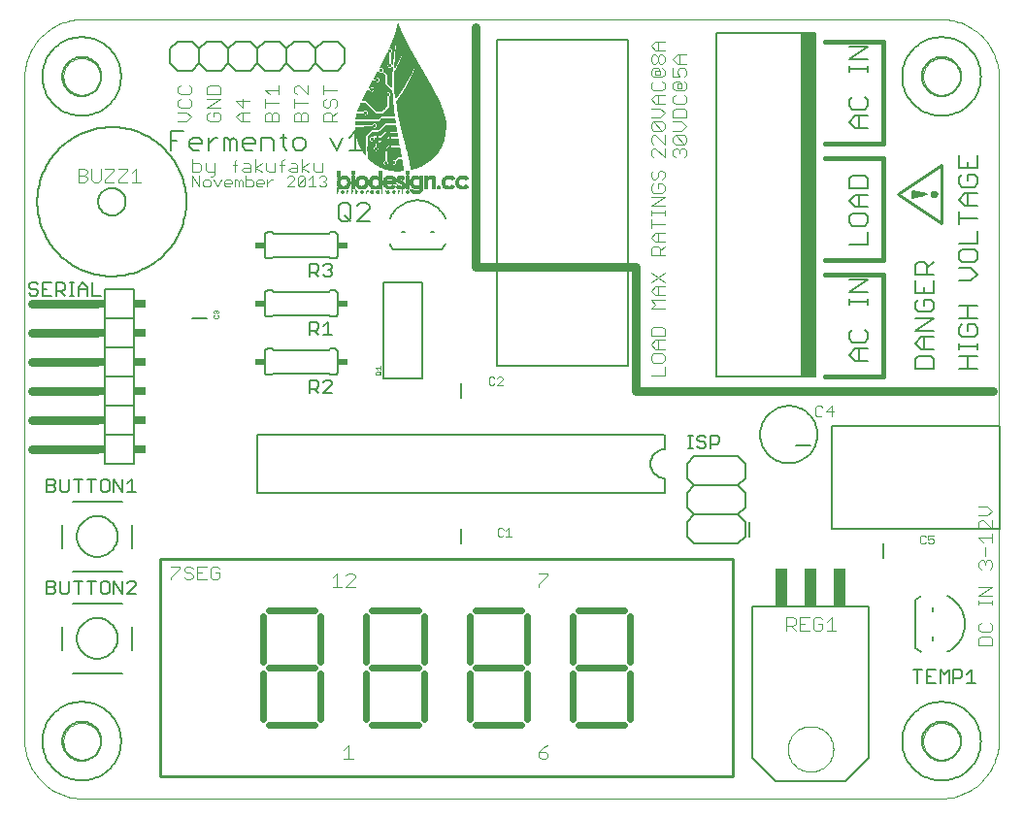
<source format=gto>
G75*
%MOIN*%
%OFA0B0*%
%FSLAX24Y24*%
%IPPOS*%
%LPD*%
%AMOC8*
5,1,8,0,0,1.08239X$1,22.5*
%
%ADD10C,0.0000*%
%ADD11C,0.0300*%
%ADD12C,0.0160*%
%ADD13C,0.0060*%
%ADD14C,0.0040*%
%ADD15C,0.0030*%
%ADD16C,0.0100*%
%ADD17C,0.0236*%
%ADD18C,0.0080*%
%ADD19C,0.0020*%
%ADD20C,0.0050*%
%ADD21R,0.0340X0.0240*%
%ADD22C,0.0010*%
%ADD23R,0.0400X0.1300*%
%ADD24R,0.0472X1.1811*%
%ADD25R,0.0200X0.0300*%
%ADD26R,0.0400X0.0300*%
%ADD27C,0.0070*%
%ADD28C,0.0125*%
%ADD29C,0.0001*%
%ADD30R,0.0079X0.0007*%
%ADD31R,0.0026X0.0007*%
%ADD32R,0.0039X0.0007*%
%ADD33R,0.0026X0.0007*%
%ADD34R,0.0033X0.0007*%
%ADD35R,0.0033X0.0007*%
%ADD36R,0.0046X0.0007*%
%ADD37R,0.0046X0.0007*%
%ADD38R,0.0033X0.0007*%
%ADD39R,0.0026X0.0007*%
%ADD40R,0.0020X0.0007*%
%ADD41R,0.0020X0.0007*%
%ADD42R,0.0164X0.0007*%
%ADD43R,0.0066X0.0007*%
%ADD44R,0.0066X0.0007*%
%ADD45R,0.0072X0.0007*%
%ADD46R,0.0085X0.0007*%
%ADD47R,0.0086X0.0007*%
%ADD48R,0.0210X0.0007*%
%ADD49R,0.0085X0.0007*%
%ADD50R,0.0092X0.0007*%
%ADD51R,0.0092X0.0007*%
%ADD52R,0.0243X0.0007*%
%ADD53R,0.0099X0.0007*%
%ADD54R,0.0039X0.0007*%
%ADD55R,0.0099X0.0007*%
%ADD56R,0.0270X0.0007*%
%ADD57R,0.0099X0.0007*%
%ADD58R,0.0053X0.0007*%
%ADD59R,0.0296X0.0007*%
%ADD60R,0.0013X0.0007*%
%ADD61R,0.0039X0.0007*%
%ADD62R,0.0013X0.0007*%
%ADD63R,0.0046X0.0007*%
%ADD64R,0.0309X0.0007*%
%ADD65R,0.0329X0.0007*%
%ADD66R,0.0105X0.0007*%
%ADD67R,0.0105X0.0007*%
%ADD68R,0.0112X0.0007*%
%ADD69R,0.0348X0.0007*%
%ADD70R,0.0362X0.0007*%
%ADD71R,0.0375X0.0007*%
%ADD72R,0.0381X0.0007*%
%ADD73R,0.0388X0.0007*%
%ADD74R,0.0053X0.0007*%
%ADD75R,0.0053X0.0007*%
%ADD76R,0.0401X0.0007*%
%ADD77R,0.0414X0.0007*%
%ADD78R,0.0059X0.0007*%
%ADD79R,0.0079X0.0007*%
%ADD80R,0.0427X0.0007*%
%ADD81R,0.0171X0.0007*%
%ADD82R,0.0171X0.0007*%
%ADD83R,0.0007X0.0007*%
%ADD84R,0.0158X0.0007*%
%ADD85R,0.0151X0.0007*%
%ADD86R,0.0145X0.0007*%
%ADD87R,0.0138X0.0007*%
%ADD88R,0.0131X0.0007*%
%ADD89R,0.0125X0.0007*%
%ADD90R,0.0125X0.0007*%
%ADD91R,0.0118X0.0007*%
%ADD92R,0.0105X0.0007*%
%ADD93R,0.0118X0.0007*%
%ADD94R,0.0059X0.0007*%
%ADD95R,0.0131X0.0007*%
%ADD96R,0.0112X0.0007*%
%ADD97R,0.0164X0.0007*%
%ADD98R,0.0178X0.0007*%
%ADD99R,0.0151X0.0007*%
%ADD100R,0.0184X0.0007*%
%ADD101R,0.0184X0.0007*%
%ADD102R,0.0197X0.0007*%
%ADD103R,0.0178X0.0007*%
%ADD104R,0.0217X0.0007*%
%ADD105R,0.0224X0.0007*%
%ADD106R,0.0224X0.0007*%
%ADD107R,0.0204X0.0007*%
%ADD108R,0.0243X0.0007*%
%ADD109R,0.0204X0.0007*%
%ADD110R,0.0250X0.0007*%
%ADD111R,0.0250X0.0007*%
%ADD112R,0.0217X0.0007*%
%ADD113R,0.0263X0.0007*%
%ADD114R,0.0191X0.0007*%
%ADD115R,0.0276X0.0007*%
%ADD116R,0.0237X0.0007*%
%ADD117R,0.0263X0.0007*%
%ADD118R,0.0283X0.0007*%
%ADD119R,0.0243X0.0007*%
%ADD120R,0.0250X0.0007*%
%ADD121R,0.0289X0.0007*%
%ADD122R,0.0256X0.0007*%
%ADD123R,0.0230X0.0007*%
%ADD124R,0.0316X0.0007*%
%ADD125R,0.0309X0.0007*%
%ADD126R,0.0388X0.0007*%
%ADD127R,0.0302X0.0007*%
%ADD128R,0.0381X0.0007*%
%ADD129R,0.0322X0.0007*%
%ADD130R,0.0270X0.0007*%
%ADD131R,0.0335X0.0007*%
%ADD132R,0.0394X0.0007*%
%ADD133R,0.0388X0.0007*%
%ADD134R,0.0335X0.0007*%
%ADD135R,0.0342X0.0007*%
%ADD136R,0.0408X0.0007*%
%ADD137R,0.0342X0.0007*%
%ADD138R,0.0302X0.0007*%
%ADD139R,0.0395X0.0007*%
%ADD140R,0.0355X0.0007*%
%ADD141R,0.0368X0.0007*%
%ADD142R,0.0368X0.0007*%
%ADD143R,0.0375X0.0007*%
%ADD144R,0.0309X0.0007*%
%ADD145R,0.0394X0.0007*%
%ADD146R,0.0401X0.0007*%
%ADD147R,0.0421X0.0007*%
%ADD148R,0.0414X0.0007*%
%ADD149R,0.0427X0.0007*%
%ADD150R,0.0421X0.0007*%
%ADD151R,0.0421X0.0007*%
%ADD152R,0.0408X0.0007*%
%ADD153R,0.0401X0.0007*%
%ADD154R,0.0197X0.0007*%
%ADD155R,0.0177X0.0007*%
%ADD156R,0.0197X0.0007*%
%ADD157R,0.0158X0.0007*%
%ADD158R,0.0125X0.0007*%
%ADD159R,0.0427X0.0007*%
%ADD160R,0.0158X0.0007*%
%ADD161R,0.0191X0.0007*%
%ADD162R,0.0210X0.0007*%
%ADD163R,0.0164X0.0007*%
%ADD164R,0.0151X0.0007*%
%ADD165R,0.0079X0.0007*%
%ADD166R,0.0066X0.0007*%
%ADD167R,0.0092X0.0007*%
%ADD168R,0.0145X0.0007*%
%ADD169R,0.0138X0.0007*%
%ADD170R,0.0171X0.0007*%
%ADD171R,0.0145X0.0007*%
%ADD172R,0.0138X0.0007*%
%ADD173R,0.0132X0.0007*%
%ADD174R,0.0020X0.0007*%
%ADD175R,0.0118X0.0007*%
%ADD176R,0.0460X0.0007*%
%ADD177R,0.0467X0.0007*%
%ADD178R,0.0112X0.0007*%
%ADD179R,0.0210X0.0007*%
%ADD180R,0.0204X0.0007*%
%ADD181R,0.0454X0.0007*%
%ADD182R,0.0013X0.0007*%
%ADD183R,0.0059X0.0007*%
%ADD184R,0.0191X0.0007*%
%ADD185R,0.0414X0.0007*%
%ADD186R,0.0276X0.0007*%
%ADD187R,0.0283X0.0007*%
%ADD188R,0.0342X0.0007*%
%ADD189R,0.0355X0.0007*%
%ADD190R,0.0316X0.0007*%
%ADD191R,0.0263X0.0007*%
%ADD192R,0.0302X0.0007*%
%ADD193R,0.0256X0.0007*%
%ADD194R,0.0289X0.0007*%
%ADD195R,0.0217X0.0007*%
%ADD196R,0.0237X0.0007*%
%ADD197R,0.0224X0.0007*%
%ADD198R,0.0230X0.0007*%
%ADD199R,0.0184X0.0007*%
D10*
X001180Y002680D02*
X001180Y025452D01*
X002519Y025483D02*
X002521Y025533D01*
X002527Y025583D01*
X002537Y025632D01*
X002551Y025680D01*
X002568Y025727D01*
X002589Y025772D01*
X002614Y025816D01*
X002642Y025857D01*
X002674Y025896D01*
X002708Y025933D01*
X002745Y025967D01*
X002785Y025997D01*
X002827Y026024D01*
X002871Y026048D01*
X002917Y026069D01*
X002964Y026085D01*
X003012Y026098D01*
X003062Y026107D01*
X003111Y026112D01*
X003162Y026113D01*
X003212Y026110D01*
X003261Y026103D01*
X003310Y026092D01*
X003358Y026077D01*
X003404Y026059D01*
X003449Y026037D01*
X003492Y026011D01*
X003533Y025982D01*
X003572Y025950D01*
X003608Y025915D01*
X003640Y025877D01*
X003670Y025837D01*
X003697Y025794D01*
X003720Y025750D01*
X003739Y025704D01*
X003755Y025656D01*
X003767Y025607D01*
X003775Y025558D01*
X003779Y025508D01*
X003779Y025458D01*
X003775Y025408D01*
X003767Y025359D01*
X003755Y025310D01*
X003739Y025262D01*
X003720Y025216D01*
X003697Y025172D01*
X003670Y025129D01*
X003640Y025089D01*
X003608Y025051D01*
X003572Y025016D01*
X003533Y024984D01*
X003492Y024955D01*
X003449Y024929D01*
X003404Y024907D01*
X003358Y024889D01*
X003310Y024874D01*
X003261Y024863D01*
X003212Y024856D01*
X003162Y024853D01*
X003111Y024854D01*
X003062Y024859D01*
X003012Y024868D01*
X002964Y024881D01*
X002917Y024897D01*
X002871Y024918D01*
X002827Y024942D01*
X002785Y024969D01*
X002745Y024999D01*
X002708Y025033D01*
X002674Y025070D01*
X002642Y025109D01*
X002614Y025150D01*
X002589Y025194D01*
X002568Y025239D01*
X002551Y025286D01*
X002537Y025334D01*
X002527Y025383D01*
X002521Y025433D01*
X002519Y025483D01*
X001180Y025452D02*
X001182Y025539D01*
X001188Y025626D01*
X001197Y025713D01*
X001210Y025799D01*
X001227Y025885D01*
X001248Y025970D01*
X001273Y026053D01*
X001301Y026136D01*
X001332Y026217D01*
X001367Y026297D01*
X001406Y026375D01*
X001448Y026452D01*
X001493Y026527D01*
X001542Y026599D01*
X001593Y026670D01*
X001648Y026738D01*
X001705Y026803D01*
X001766Y026866D01*
X001829Y026927D01*
X001894Y026984D01*
X001962Y027039D01*
X002033Y027090D01*
X002105Y027139D01*
X002180Y027184D01*
X002257Y027226D01*
X002335Y027265D01*
X002415Y027300D01*
X002496Y027331D01*
X002579Y027359D01*
X002662Y027384D01*
X002747Y027405D01*
X002833Y027422D01*
X002919Y027435D01*
X003006Y027444D01*
X003093Y027450D01*
X003180Y027452D01*
X032645Y027452D01*
X032046Y025483D02*
X032048Y025533D01*
X032054Y025583D01*
X032064Y025632D01*
X032078Y025680D01*
X032095Y025727D01*
X032116Y025772D01*
X032141Y025816D01*
X032169Y025857D01*
X032201Y025896D01*
X032235Y025933D01*
X032272Y025967D01*
X032312Y025997D01*
X032354Y026024D01*
X032398Y026048D01*
X032444Y026069D01*
X032491Y026085D01*
X032539Y026098D01*
X032589Y026107D01*
X032638Y026112D01*
X032689Y026113D01*
X032739Y026110D01*
X032788Y026103D01*
X032837Y026092D01*
X032885Y026077D01*
X032931Y026059D01*
X032976Y026037D01*
X033019Y026011D01*
X033060Y025982D01*
X033099Y025950D01*
X033135Y025915D01*
X033167Y025877D01*
X033197Y025837D01*
X033224Y025794D01*
X033247Y025750D01*
X033266Y025704D01*
X033282Y025656D01*
X033294Y025607D01*
X033302Y025558D01*
X033306Y025508D01*
X033306Y025458D01*
X033302Y025408D01*
X033294Y025359D01*
X033282Y025310D01*
X033266Y025262D01*
X033247Y025216D01*
X033224Y025172D01*
X033197Y025129D01*
X033167Y025089D01*
X033135Y025051D01*
X033099Y025016D01*
X033060Y024984D01*
X033019Y024955D01*
X032976Y024929D01*
X032931Y024907D01*
X032885Y024889D01*
X032837Y024874D01*
X032788Y024863D01*
X032739Y024856D01*
X032689Y024853D01*
X032638Y024854D01*
X032589Y024859D01*
X032539Y024868D01*
X032491Y024881D01*
X032444Y024897D01*
X032398Y024918D01*
X032354Y024942D01*
X032312Y024969D01*
X032272Y024999D01*
X032235Y025033D01*
X032201Y025070D01*
X032169Y025109D01*
X032141Y025150D01*
X032116Y025194D01*
X032095Y025239D01*
X032078Y025286D01*
X032064Y025334D01*
X032054Y025383D01*
X032048Y025433D01*
X032046Y025483D01*
X032645Y027452D02*
X032732Y027450D01*
X032819Y027444D01*
X032906Y027435D01*
X032992Y027422D01*
X033078Y027405D01*
X033163Y027384D01*
X033246Y027359D01*
X033329Y027331D01*
X033410Y027300D01*
X033490Y027265D01*
X033568Y027226D01*
X033645Y027184D01*
X033720Y027139D01*
X033792Y027090D01*
X033863Y027039D01*
X033931Y026984D01*
X033996Y026927D01*
X034059Y026866D01*
X034120Y026803D01*
X034177Y026738D01*
X034232Y026670D01*
X034283Y026599D01*
X034332Y026527D01*
X034377Y026452D01*
X034419Y026375D01*
X034458Y026297D01*
X034493Y026217D01*
X034524Y026136D01*
X034552Y026053D01*
X034577Y025970D01*
X034598Y025885D01*
X034615Y025799D01*
X034628Y025713D01*
X034637Y025626D01*
X034643Y025539D01*
X034645Y025452D01*
X034645Y002680D01*
X032046Y002649D02*
X032048Y002699D01*
X032054Y002749D01*
X032064Y002798D01*
X032078Y002846D01*
X032095Y002893D01*
X032116Y002938D01*
X032141Y002982D01*
X032169Y003023D01*
X032201Y003062D01*
X032235Y003099D01*
X032272Y003133D01*
X032312Y003163D01*
X032354Y003190D01*
X032398Y003214D01*
X032444Y003235D01*
X032491Y003251D01*
X032539Y003264D01*
X032589Y003273D01*
X032638Y003278D01*
X032689Y003279D01*
X032739Y003276D01*
X032788Y003269D01*
X032837Y003258D01*
X032885Y003243D01*
X032931Y003225D01*
X032976Y003203D01*
X033019Y003177D01*
X033060Y003148D01*
X033099Y003116D01*
X033135Y003081D01*
X033167Y003043D01*
X033197Y003003D01*
X033224Y002960D01*
X033247Y002916D01*
X033266Y002870D01*
X033282Y002822D01*
X033294Y002773D01*
X033302Y002724D01*
X033306Y002674D01*
X033306Y002624D01*
X033302Y002574D01*
X033294Y002525D01*
X033282Y002476D01*
X033266Y002428D01*
X033247Y002382D01*
X033224Y002338D01*
X033197Y002295D01*
X033167Y002255D01*
X033135Y002217D01*
X033099Y002182D01*
X033060Y002150D01*
X033019Y002121D01*
X032976Y002095D01*
X032931Y002073D01*
X032885Y002055D01*
X032837Y002040D01*
X032788Y002029D01*
X032739Y002022D01*
X032689Y002019D01*
X032638Y002020D01*
X032589Y002025D01*
X032539Y002034D01*
X032491Y002047D01*
X032444Y002063D01*
X032398Y002084D01*
X032354Y002108D01*
X032312Y002135D01*
X032272Y002165D01*
X032235Y002199D01*
X032201Y002236D01*
X032169Y002275D01*
X032141Y002316D01*
X032116Y002360D01*
X032095Y002405D01*
X032078Y002452D01*
X032064Y002500D01*
X032054Y002549D01*
X032048Y002599D01*
X032046Y002649D01*
X032645Y000680D02*
X032732Y000682D01*
X032819Y000688D01*
X032906Y000697D01*
X032992Y000710D01*
X033078Y000727D01*
X033163Y000748D01*
X033246Y000773D01*
X033329Y000801D01*
X033410Y000832D01*
X033490Y000867D01*
X033568Y000906D01*
X033645Y000948D01*
X033720Y000993D01*
X033792Y001042D01*
X033863Y001093D01*
X033931Y001148D01*
X033996Y001205D01*
X034059Y001266D01*
X034120Y001329D01*
X034177Y001394D01*
X034232Y001462D01*
X034283Y001533D01*
X034332Y001605D01*
X034377Y001680D01*
X034419Y001757D01*
X034458Y001835D01*
X034493Y001915D01*
X034524Y001996D01*
X034552Y002079D01*
X034577Y002162D01*
X034598Y002247D01*
X034615Y002333D01*
X034628Y002419D01*
X034637Y002506D01*
X034643Y002593D01*
X034645Y002680D01*
X032645Y000680D02*
X003180Y000680D01*
X002519Y002649D02*
X002521Y002699D01*
X002527Y002749D01*
X002537Y002798D01*
X002551Y002846D01*
X002568Y002893D01*
X002589Y002938D01*
X002614Y002982D01*
X002642Y003023D01*
X002674Y003062D01*
X002708Y003099D01*
X002745Y003133D01*
X002785Y003163D01*
X002827Y003190D01*
X002871Y003214D01*
X002917Y003235D01*
X002964Y003251D01*
X003012Y003264D01*
X003062Y003273D01*
X003111Y003278D01*
X003162Y003279D01*
X003212Y003276D01*
X003261Y003269D01*
X003310Y003258D01*
X003358Y003243D01*
X003404Y003225D01*
X003449Y003203D01*
X003492Y003177D01*
X003533Y003148D01*
X003572Y003116D01*
X003608Y003081D01*
X003640Y003043D01*
X003670Y003003D01*
X003697Y002960D01*
X003720Y002916D01*
X003739Y002870D01*
X003755Y002822D01*
X003767Y002773D01*
X003775Y002724D01*
X003779Y002674D01*
X003779Y002624D01*
X003775Y002574D01*
X003767Y002525D01*
X003755Y002476D01*
X003739Y002428D01*
X003720Y002382D01*
X003697Y002338D01*
X003670Y002295D01*
X003640Y002255D01*
X003608Y002217D01*
X003572Y002182D01*
X003533Y002150D01*
X003492Y002121D01*
X003449Y002095D01*
X003404Y002073D01*
X003358Y002055D01*
X003310Y002040D01*
X003261Y002029D01*
X003212Y002022D01*
X003162Y002019D01*
X003111Y002020D01*
X003062Y002025D01*
X003012Y002034D01*
X002964Y002047D01*
X002917Y002063D01*
X002871Y002084D01*
X002827Y002108D01*
X002785Y002135D01*
X002745Y002165D01*
X002708Y002199D01*
X002674Y002236D01*
X002642Y002275D01*
X002614Y002316D01*
X002589Y002360D01*
X002568Y002405D01*
X002551Y002452D01*
X002537Y002500D01*
X002527Y002549D01*
X002521Y002599D01*
X002519Y002649D01*
X001180Y002680D02*
X001182Y002593D01*
X001188Y002506D01*
X001197Y002419D01*
X001210Y002333D01*
X001227Y002247D01*
X001248Y002162D01*
X001273Y002079D01*
X001301Y001996D01*
X001332Y001915D01*
X001367Y001835D01*
X001406Y001757D01*
X001448Y001680D01*
X001493Y001605D01*
X001542Y001533D01*
X001593Y001462D01*
X001648Y001394D01*
X001705Y001329D01*
X001766Y001266D01*
X001829Y001205D01*
X001894Y001148D01*
X001962Y001093D01*
X002033Y001042D01*
X002105Y000993D01*
X002180Y000948D01*
X002257Y000906D01*
X002335Y000867D01*
X002415Y000832D01*
X002496Y000801D01*
X002579Y000773D01*
X002662Y000748D01*
X002747Y000727D01*
X002833Y000710D01*
X002919Y000697D01*
X003006Y000688D01*
X003093Y000682D01*
X003180Y000680D01*
X027400Y002380D02*
X027402Y002436D01*
X027408Y002491D01*
X027418Y002546D01*
X027432Y002600D01*
X027449Y002653D01*
X027470Y002704D01*
X027495Y002754D01*
X027524Y002802D01*
X027556Y002847D01*
X027591Y002891D01*
X027628Y002932D01*
X027669Y002969D01*
X027713Y003004D01*
X027758Y003036D01*
X027806Y003065D01*
X027856Y003090D01*
X027907Y003111D01*
X027960Y003128D01*
X028014Y003142D01*
X028069Y003152D01*
X028124Y003158D01*
X028180Y003160D01*
X028236Y003158D01*
X028291Y003152D01*
X028346Y003142D01*
X028400Y003128D01*
X028453Y003111D01*
X028504Y003090D01*
X028554Y003065D01*
X028602Y003036D01*
X028647Y003004D01*
X028691Y002969D01*
X028732Y002932D01*
X028769Y002891D01*
X028804Y002847D01*
X028836Y002802D01*
X028865Y002754D01*
X028890Y002704D01*
X028911Y002653D01*
X028928Y002600D01*
X028942Y002546D01*
X028952Y002491D01*
X028958Y002436D01*
X028960Y002380D01*
X028958Y002324D01*
X028952Y002269D01*
X028942Y002214D01*
X028928Y002160D01*
X028911Y002107D01*
X028890Y002056D01*
X028865Y002006D01*
X028836Y001958D01*
X028804Y001913D01*
X028769Y001869D01*
X028732Y001828D01*
X028691Y001791D01*
X028647Y001756D01*
X028602Y001724D01*
X028554Y001695D01*
X028504Y001670D01*
X028453Y001649D01*
X028400Y001632D01*
X028346Y001618D01*
X028291Y001608D01*
X028236Y001602D01*
X028180Y001600D01*
X028124Y001602D01*
X028069Y001608D01*
X028014Y001618D01*
X027960Y001632D01*
X027907Y001649D01*
X027856Y001670D01*
X027806Y001695D01*
X027758Y001724D01*
X027713Y001756D01*
X027669Y001791D01*
X027628Y001828D01*
X027591Y001869D01*
X027556Y001913D01*
X027524Y001958D01*
X027495Y002006D01*
X027470Y002056D01*
X027449Y002107D01*
X027432Y002160D01*
X027418Y002214D01*
X027408Y002269D01*
X027402Y002324D01*
X027400Y002380D01*
X014759Y022422D02*
X014683Y022390D01*
X014607Y022358D01*
X014529Y022331D01*
X014450Y022307D01*
X014438Y022397D01*
X014422Y022489D01*
X014404Y022583D01*
X014385Y022676D01*
X014364Y022771D01*
X014318Y022962D01*
X014292Y023058D01*
X014267Y023155D01*
X014241Y023252D01*
X014214Y023350D01*
X014188Y023448D01*
X014162Y023546D01*
X014136Y023644D01*
X014111Y023743D01*
X014086Y023841D01*
X014063Y023939D01*
X014042Y024037D01*
X014021Y024136D01*
X014003Y024233D01*
X013988Y024331D01*
X013973Y024428D01*
X013961Y024525D01*
X013954Y024620D01*
X013986Y024665D01*
X014019Y024713D01*
X014054Y024764D01*
X014088Y024816D01*
X014123Y024870D01*
X014159Y024926D01*
X014194Y024983D01*
X014230Y025041D01*
X014265Y025101D01*
X014299Y025160D01*
X014334Y025221D01*
X014366Y025282D01*
X014399Y025343D01*
X014430Y025405D01*
X014458Y025466D01*
X014487Y025526D01*
X014513Y025587D01*
X014536Y025646D01*
X014559Y025704D01*
X014579Y025762D01*
X014594Y025817D01*
X014610Y025872D01*
X014621Y025925D01*
X014628Y025974D01*
X014608Y025935D01*
X014587Y025891D01*
X014563Y025844D01*
X014539Y025796D01*
X014513Y025745D01*
X014486Y025691D01*
X014459Y025638D01*
X014430Y025582D01*
X014400Y025525D01*
X014370Y025468D01*
X014338Y025411D01*
X014306Y025353D01*
X014275Y025296D01*
X014242Y025239D01*
X014209Y025183D01*
X014176Y025128D01*
X014143Y025074D01*
X014110Y025024D01*
X014077Y024973D01*
X014045Y024926D01*
X014013Y024883D01*
X013981Y024840D01*
X013949Y024801D01*
X013919Y024768D01*
X013913Y024794D01*
X013908Y024821D01*
X013903Y024849D01*
X013899Y024877D01*
X013895Y024907D01*
X013891Y024938D01*
X013888Y024969D01*
X013884Y025002D01*
X013882Y025036D01*
X013879Y025070D01*
X013877Y025105D01*
X013876Y025142D01*
X013874Y025179D01*
X013873Y025217D01*
X013872Y025256D01*
X013872Y025295D01*
X013871Y025335D01*
X013872Y025418D01*
X013872Y025461D01*
X013873Y025504D01*
X013874Y025548D01*
X013875Y025593D01*
X013877Y025639D01*
X013900Y025675D01*
X013923Y025713D01*
X013944Y025751D01*
X013965Y025789D01*
X013986Y025828D01*
X014024Y025906D01*
X014042Y025945D01*
X014059Y025985D01*
X014077Y026025D01*
X014093Y026065D01*
X014108Y026105D01*
X014124Y026145D01*
X014138Y026186D01*
X014152Y026226D01*
X014166Y026267D01*
X014179Y026308D01*
X014191Y026348D01*
X014204Y026389D01*
X014215Y026429D01*
X014227Y026470D01*
X014238Y026510D01*
X014248Y026550D01*
X014258Y026590D01*
X014246Y026555D01*
X014234Y026520D01*
X014220Y026487D01*
X014207Y026453D01*
X014193Y026420D01*
X014178Y026387D01*
X014163Y026355D01*
X014148Y026323D01*
X014132Y026291D01*
X014117Y026259D01*
X014100Y026228D01*
X014084Y026196D01*
X014067Y026165D01*
X014051Y026133D01*
X014017Y026070D01*
X014000Y026038D01*
X013983Y026005D01*
X013966Y025973D01*
X013949Y025940D01*
X013933Y025906D01*
X013916Y025873D01*
X013900Y025839D01*
X013884Y025804D01*
X013886Y025861D01*
X013890Y025918D01*
X013897Y026034D01*
X013901Y026092D01*
X013905Y026150D01*
X013909Y026208D01*
X013914Y026266D01*
X013919Y026324D01*
X013924Y026382D01*
X013929Y026440D01*
X013934Y026497D01*
X013940Y026553D01*
X013945Y026610D01*
X013951Y026665D01*
X013957Y026720D01*
X013963Y026775D01*
X013969Y026828D01*
X013975Y026881D01*
X013981Y026933D01*
X013987Y026983D01*
X013993Y027034D01*
X013999Y027082D01*
X014006Y027129D01*
X013992Y027076D01*
X013980Y027022D01*
X013968Y026969D01*
X013956Y026916D01*
X013945Y026864D01*
X013934Y026812D01*
X013924Y026760D01*
X013914Y026708D01*
X013905Y026657D01*
X013895Y026605D01*
X013887Y026554D01*
X013878Y026504D01*
X013870Y026453D01*
X013863Y026403D01*
X013856Y026353D01*
X013849Y026304D01*
X013842Y026254D01*
X013836Y026205D01*
X013831Y026156D01*
X013825Y026107D01*
X013820Y026059D01*
X013816Y026010D01*
X013811Y025962D01*
X013807Y025915D01*
X013806Y025917D01*
X013805Y025919D01*
X013803Y025922D01*
X013802Y025924D01*
X013800Y025926D01*
X013799Y025929D01*
X013797Y025931D01*
X013795Y025933D01*
X013793Y025935D01*
X013791Y025937D01*
X013789Y025939D01*
X013787Y025941D01*
X013785Y025943D01*
X013783Y025945D01*
X013781Y025946D01*
X013779Y025948D01*
X013777Y025950D01*
X013774Y025951D01*
X013772Y025953D01*
X013770Y025954D01*
X013767Y025956D01*
X013765Y025957D01*
X013762Y025958D01*
X013760Y025959D01*
X013760Y026000D01*
X013759Y026082D01*
X013759Y026122D01*
X013759Y026163D01*
X013759Y026244D01*
X013759Y026285D01*
X013763Y026287D01*
X013767Y026289D01*
X013771Y026292D01*
X013775Y026294D01*
X013779Y026297D01*
X013783Y026300D01*
X013787Y026303D01*
X013790Y026306D01*
X013793Y026310D01*
X013796Y026313D01*
X013799Y026317D01*
X013804Y026325D01*
X013807Y026329D01*
X013809Y026333D01*
X013811Y026338D01*
X013813Y026342D01*
X013815Y026351D01*
X013816Y026356D01*
X013817Y026361D01*
X013818Y026366D01*
X013818Y026371D01*
X013818Y026376D01*
X013818Y026383D01*
X013818Y026390D01*
X013816Y026396D01*
X013815Y026402D01*
X013813Y026409D01*
X013810Y026414D01*
X013808Y026420D01*
X013805Y026426D01*
X013801Y026431D01*
X013798Y026436D01*
X013794Y026441D01*
X013789Y026446D01*
X013785Y026450D01*
X013780Y026454D01*
X013775Y026458D01*
X013769Y026461D01*
X013764Y026464D01*
X013758Y026467D01*
X013752Y026469D01*
X013746Y026471D01*
X013739Y026472D01*
X013733Y026474D01*
X013726Y026474D01*
X013719Y026474D01*
X013719Y026474D01*
X013719Y026474D01*
X013718Y026474D01*
X013718Y026474D01*
X013733Y026509D01*
X013748Y026543D01*
X013763Y026578D01*
X013777Y026613D01*
X013792Y026647D01*
X013805Y026682D01*
X013819Y026716D01*
X013833Y026751D01*
X013846Y026786D01*
X013859Y026820D01*
X013871Y026855D01*
X013895Y026924D01*
X013906Y026958D01*
X013917Y026993D01*
X013928Y027027D01*
X013938Y027062D01*
X013948Y027096D01*
X013958Y027130D01*
X013967Y027165D01*
X013975Y027199D01*
X013984Y027233D01*
X013992Y027267D01*
X013999Y027301D01*
X014051Y027155D01*
X014116Y027005D01*
X014189Y026852D01*
X014262Y026698D01*
X014344Y026543D01*
X014430Y026386D01*
X014516Y026229D01*
X014606Y026072D01*
X014698Y025915D01*
X014789Y025758D01*
X014881Y025601D01*
X015058Y025293D01*
X015144Y025141D01*
X015222Y024993D01*
X015300Y024845D01*
X015371Y024701D01*
X015431Y024562D01*
X015491Y024423D01*
X015540Y024290D01*
X015574Y024164D01*
X015608Y024038D01*
X015627Y023919D01*
X015627Y023699D01*
X015618Y023595D01*
X015602Y023499D01*
X015586Y023402D01*
X015563Y023313D01*
X015532Y023229D01*
X015502Y023145D01*
X015465Y023068D01*
X015422Y022996D01*
X015380Y022925D01*
X015331Y022859D01*
X015277Y022799D01*
X015224Y022738D01*
X015165Y022683D01*
X015102Y022633D01*
X015040Y022583D01*
X014973Y022538D01*
X014832Y022458D01*
X014759Y022422D01*
X014180Y022286D02*
X014182Y022271D01*
X014121Y022262D01*
X014060Y022258D01*
X013942Y022256D01*
X013883Y022259D01*
X013826Y022266D01*
X013769Y022272D01*
X013714Y022283D01*
X013659Y022296D01*
X013605Y022309D01*
X013552Y022326D01*
X013501Y022346D01*
X013449Y022365D01*
X013399Y022388D01*
X013351Y022413D01*
X013303Y022439D01*
X013256Y022467D01*
X013167Y022529D01*
X013124Y022562D01*
X013083Y022597D01*
X013042Y022633D01*
X013003Y022671D01*
X012966Y022711D01*
X012965Y022800D01*
X012965Y022980D01*
X012965Y023069D01*
X012965Y023159D01*
X012965Y023338D01*
X012964Y023428D01*
X012983Y023446D01*
X013002Y023465D01*
X013021Y023483D01*
X013040Y023502D01*
X013058Y023520D01*
X013077Y023539D01*
X013096Y023558D01*
X013115Y023576D01*
X013144Y023576D01*
X013173Y023577D01*
X013202Y023577D01*
X013231Y023577D01*
X013260Y023578D01*
X013289Y023578D01*
X013318Y023578D01*
X013347Y023579D01*
X013377Y023607D01*
X013435Y023665D01*
X013465Y023694D01*
X013494Y023723D01*
X013552Y023780D01*
X013582Y023809D01*
X013624Y023809D01*
X013707Y023810D01*
X013790Y023810D01*
X013832Y023810D01*
X013874Y023811D01*
X013915Y023811D01*
X013917Y023803D01*
X013918Y023795D01*
X013919Y023788D01*
X013920Y023780D01*
X013921Y023772D01*
X013923Y023764D01*
X013924Y023756D01*
X013925Y023749D01*
X013926Y023741D01*
X013928Y023733D01*
X013929Y023725D01*
X013930Y023717D01*
X013931Y023710D01*
X013934Y023694D01*
X013935Y023686D01*
X013936Y023679D01*
X013938Y023671D01*
X013939Y023663D01*
X013940Y023655D01*
X013941Y023647D01*
X013943Y023640D01*
X013944Y023632D01*
X013945Y023624D01*
X013895Y023624D01*
X013845Y023623D01*
X013794Y023623D01*
X013693Y023622D01*
X013643Y023621D01*
X013593Y023621D01*
X013542Y023620D01*
X013526Y023603D01*
X013509Y023586D01*
X013493Y023570D01*
X013477Y023553D01*
X013460Y023536D01*
X013444Y023519D01*
X013427Y023502D01*
X013411Y023486D01*
X013381Y023485D01*
X013351Y023485D01*
X013321Y023485D01*
X013261Y023484D01*
X013231Y023484D01*
X013171Y023484D01*
X013157Y023468D01*
X013147Y023457D01*
X013133Y023441D01*
X013132Y023442D01*
X013131Y023442D01*
X013130Y023442D01*
X013129Y023442D01*
X013127Y023443D01*
X013126Y023443D01*
X013125Y023443D01*
X013124Y023443D01*
X013122Y023444D01*
X013120Y023444D01*
X013119Y023444D01*
X013118Y023444D01*
X013117Y023444D01*
X013115Y023445D01*
X013113Y023445D01*
X013111Y023445D01*
X013110Y023445D01*
X013109Y023445D01*
X013107Y023445D01*
X013106Y023445D01*
X013105Y023445D01*
X013098Y023445D01*
X013092Y023444D01*
X013085Y023443D01*
X013079Y023442D01*
X013073Y023440D01*
X013067Y023437D01*
X013061Y023435D01*
X013055Y023432D01*
X013050Y023428D01*
X013045Y023425D01*
X013040Y023421D01*
X013035Y023416D01*
X013031Y023412D01*
X013027Y023407D01*
X013023Y023401D01*
X013020Y023396D01*
X013017Y023391D01*
X013014Y023385D01*
X013012Y023379D01*
X013010Y023373D01*
X013009Y023366D01*
X013007Y023360D01*
X013007Y023353D01*
X013007Y023340D01*
X013008Y023333D01*
X013009Y023326D01*
X013010Y023320D01*
X013012Y023314D01*
X013015Y023308D01*
X013017Y023302D01*
X013020Y023297D01*
X013024Y023291D01*
X013027Y023286D01*
X013031Y023281D01*
X013036Y023277D01*
X013040Y023272D01*
X013045Y023268D01*
X013050Y023265D01*
X013056Y023261D01*
X013061Y023258D01*
X013067Y023256D01*
X013073Y023253D01*
X013079Y023251D01*
X013086Y023250D01*
X013092Y023249D01*
X013099Y023248D01*
X013106Y023248D01*
X013112Y023248D01*
X013119Y023249D01*
X013125Y023250D01*
X013132Y023252D01*
X013138Y023253D01*
X013144Y023256D01*
X013150Y023259D01*
X013155Y023262D01*
X013161Y023265D01*
X013166Y023269D01*
X013171Y023273D01*
X013175Y023277D01*
X013180Y023282D01*
X013184Y023287D01*
X013187Y023292D01*
X013191Y023297D01*
X013194Y023303D01*
X013196Y023309D01*
X013199Y023314D01*
X013201Y023321D01*
X013202Y023327D01*
X013203Y023333D01*
X013204Y023340D01*
X013204Y023347D01*
X013204Y023348D01*
X013204Y023349D01*
X013204Y023350D01*
X013204Y023351D01*
X013204Y023352D01*
X013204Y023354D01*
X013203Y023355D01*
X013203Y023356D01*
X013203Y023357D01*
X013203Y023358D01*
X013203Y023359D01*
X013203Y023360D01*
X013203Y023361D01*
X013203Y023362D01*
X013202Y023363D01*
X013202Y023364D01*
X013202Y023366D01*
X013202Y023368D01*
X013201Y023369D01*
X013201Y023370D01*
X013201Y023371D01*
X013201Y023372D01*
X013200Y023373D01*
X013203Y023375D01*
X013206Y023378D01*
X013210Y023380D01*
X013213Y023382D01*
X013216Y023385D01*
X013219Y023387D01*
X013222Y023389D01*
X013225Y023392D01*
X013251Y023392D01*
X013276Y023392D01*
X013302Y023392D01*
X013327Y023392D01*
X013353Y023392D01*
X013379Y023393D01*
X013404Y023393D01*
X013430Y023393D01*
X013448Y023410D01*
X013467Y023428D01*
X013485Y023445D01*
X013522Y023480D01*
X013541Y023498D01*
X013559Y023515D01*
X013578Y023533D01*
X013594Y023533D01*
X013609Y023533D01*
X013625Y023533D01*
X013641Y023533D01*
X013657Y023533D01*
X013673Y023533D01*
X013689Y023533D01*
X013753Y023533D01*
X013769Y023533D01*
X013785Y023533D01*
X013849Y023533D01*
X013865Y023533D01*
X013881Y023533D01*
X013897Y023533D01*
X013913Y023533D01*
X013928Y023533D01*
X013944Y023533D01*
X013960Y023533D01*
X013961Y023529D01*
X013962Y023525D01*
X013962Y023521D01*
X013963Y023518D01*
X013964Y023514D01*
X013965Y023506D01*
X013966Y023502D01*
X013966Y023498D01*
X013967Y023494D01*
X013968Y023490D01*
X013969Y023483D01*
X013970Y023479D01*
X013970Y023475D01*
X013971Y023471D01*
X013972Y023467D01*
X013972Y023463D01*
X013973Y023459D01*
X013974Y023455D01*
X013974Y023452D01*
X013975Y023448D01*
X013976Y023444D01*
X013976Y023440D01*
X013927Y023439D01*
X013828Y023439D01*
X013779Y023438D01*
X013729Y023438D01*
X013630Y023437D01*
X013581Y023437D01*
X013548Y023404D01*
X013532Y023388D01*
X013516Y023371D01*
X013499Y023355D01*
X013483Y023338D01*
X013451Y023306D01*
X013434Y023305D01*
X013417Y023304D01*
X013400Y023303D01*
X013367Y023302D01*
X013350Y023301D01*
X013333Y023300D01*
X013316Y023300D01*
X013271Y023254D01*
X013256Y023238D01*
X013241Y023223D01*
X013195Y023177D01*
X013196Y023168D01*
X013196Y023160D01*
X013196Y023152D01*
X013197Y023144D01*
X013197Y023135D01*
X013197Y023127D01*
X013197Y023119D01*
X013198Y023111D01*
X013194Y023109D01*
X013190Y023106D01*
X013186Y023104D01*
X013182Y023101D01*
X013179Y023098D01*
X013175Y023095D01*
X013172Y023092D01*
X013169Y023089D01*
X013166Y023086D01*
X013163Y023082D01*
X013160Y023079D01*
X013156Y023071D01*
X013153Y023067D01*
X013152Y023063D01*
X013150Y023059D01*
X013148Y023054D01*
X013147Y023050D01*
X013145Y023045D01*
X013144Y023041D01*
X013144Y023036D01*
X013143Y023032D01*
X013143Y023027D01*
X013143Y023022D01*
X013143Y023015D01*
X013144Y023008D01*
X013145Y023002D01*
X013146Y022996D01*
X013148Y022990D01*
X013151Y022984D01*
X013153Y022978D01*
X013156Y022972D01*
X013160Y022967D01*
X013163Y022962D01*
X013167Y022957D01*
X013172Y022952D01*
X013176Y022948D01*
X013181Y022944D01*
X013187Y022940D01*
X013192Y022937D01*
X013197Y022934D01*
X013203Y022931D01*
X013209Y022929D01*
X013215Y022927D01*
X013222Y022926D01*
X013228Y022924D01*
X013235Y022924D01*
X013242Y022924D01*
X013248Y022924D01*
X013255Y022924D01*
X013261Y022926D01*
X013268Y022927D01*
X013274Y022929D01*
X013280Y022932D01*
X013286Y022934D01*
X013291Y022937D01*
X013297Y022941D01*
X013302Y022944D01*
X013307Y022948D01*
X013311Y022953D01*
X013316Y022957D01*
X013320Y022962D01*
X013323Y022967D01*
X013327Y022973D01*
X013330Y022978D01*
X013332Y022984D01*
X013335Y022990D01*
X013337Y022996D01*
X013338Y023003D01*
X013339Y023009D01*
X013340Y023016D01*
X013340Y023023D01*
X013340Y023027D01*
X013339Y023032D01*
X013339Y023036D01*
X013338Y023041D01*
X013337Y023045D01*
X013336Y023050D01*
X013335Y023054D01*
X013333Y023058D01*
X013331Y023062D01*
X013330Y023066D01*
X013328Y023070D01*
X013325Y023074D01*
X013323Y023077D01*
X013320Y023081D01*
X013318Y023084D01*
X013315Y023088D01*
X013312Y023091D01*
X013309Y023094D01*
X013306Y023097D01*
X013302Y023100D01*
X013299Y023102D01*
X013295Y023105D01*
X013292Y023107D01*
X013288Y023109D01*
X013288Y023114D01*
X013287Y023119D01*
X013287Y023124D01*
X013287Y023130D01*
X013287Y023135D01*
X013287Y023140D01*
X013287Y023145D01*
X013287Y023150D01*
X013294Y023157D01*
X013302Y023164D01*
X013309Y023172D01*
X013317Y023179D01*
X013324Y023186D01*
X013331Y023193D01*
X013339Y023200D01*
X013346Y023208D01*
X013383Y023208D01*
X013402Y023208D01*
X013439Y023209D01*
X013457Y023209D01*
X013476Y023209D01*
X013494Y023209D01*
X013512Y023227D01*
X013530Y023244D01*
X013547Y023262D01*
X013582Y023296D01*
X013600Y023314D01*
X013618Y023331D01*
X013635Y023348D01*
X013680Y023348D01*
X013725Y023349D01*
X013769Y023349D01*
X013858Y023349D01*
X013903Y023349D01*
X013947Y023349D01*
X013992Y023350D01*
X013994Y023340D01*
X013995Y023331D01*
X013997Y023322D01*
X013998Y023313D01*
X014000Y023304D01*
X014002Y023295D01*
X014003Y023286D01*
X014005Y023277D01*
X014008Y023258D01*
X014013Y023231D01*
X014014Y023222D01*
X014016Y023213D01*
X014018Y023203D01*
X014019Y023194D01*
X014021Y023185D01*
X014023Y023176D01*
X014024Y023167D01*
X014026Y023158D01*
X014028Y023148D01*
X014029Y023139D01*
X014031Y023130D01*
X013984Y023130D01*
X013938Y023131D01*
X013892Y023131D01*
X013845Y023131D01*
X013799Y023131D01*
X013753Y023131D01*
X013660Y023132D01*
X013645Y023115D01*
X013629Y023099D01*
X013614Y023083D01*
X013583Y023050D01*
X013567Y023034D01*
X013552Y023017D01*
X013536Y023001D01*
X013536Y022953D01*
X013537Y022905D01*
X013537Y022857D01*
X013537Y022809D01*
X013537Y022761D01*
X013537Y022713D01*
X013537Y022665D01*
X013537Y022617D01*
X013533Y022615D01*
X013530Y022612D01*
X013526Y022610D01*
X013522Y022607D01*
X013519Y022605D01*
X013515Y022602D01*
X013512Y022599D01*
X013509Y022595D01*
X013506Y022592D01*
X013503Y022588D01*
X013501Y022585D01*
X013498Y022581D01*
X013496Y022577D01*
X013494Y022573D01*
X013492Y022569D01*
X013490Y022565D01*
X013488Y022561D01*
X013487Y022556D01*
X013486Y022552D01*
X013485Y022547D01*
X013484Y022543D01*
X013484Y022538D01*
X013483Y022533D01*
X013483Y022528D01*
X013483Y022522D01*
X013484Y022515D01*
X013485Y022509D01*
X013487Y022502D01*
X013489Y022496D01*
X013491Y022490D01*
X013494Y022484D01*
X013497Y022479D01*
X013504Y022468D01*
X013508Y022463D01*
X013512Y022459D01*
X013517Y022454D01*
X013522Y022450D01*
X013527Y022447D01*
X013532Y022443D01*
X013538Y022440D01*
X013544Y022438D01*
X013550Y022435D01*
X013556Y022433D01*
X013562Y022432D01*
X013569Y022431D01*
X013575Y022430D01*
X013582Y022430D01*
X013589Y022430D01*
X013595Y022431D01*
X013602Y022432D01*
X013608Y022434D01*
X013614Y022436D01*
X013620Y022438D01*
X013626Y022441D01*
X013632Y022444D01*
X013637Y022447D01*
X013642Y022451D01*
X013647Y022455D01*
X013652Y022459D01*
X013656Y022464D01*
X013660Y022469D01*
X013664Y022474D01*
X013667Y022479D01*
X013670Y022485D01*
X013673Y022491D01*
X013675Y022497D01*
X013677Y022503D01*
X013678Y022509D01*
X013680Y022516D01*
X013680Y022522D01*
X013680Y022529D01*
X013680Y022533D01*
X013680Y022538D01*
X013679Y022542D01*
X013679Y022546D01*
X013678Y022550D01*
X013677Y022554D01*
X013676Y022558D01*
X013675Y022562D01*
X013673Y022565D01*
X013672Y022569D01*
X013670Y022573D01*
X013668Y022576D01*
X013666Y022580D01*
X013664Y022583D01*
X013662Y022586D01*
X013659Y022590D01*
X013657Y022593D01*
X013654Y022596D01*
X013651Y022599D01*
X013648Y022601D01*
X013645Y022604D01*
X013642Y022607D01*
X013639Y022609D01*
X013636Y022611D01*
X013635Y022612D01*
X013635Y022613D01*
X013635Y022613D01*
X013634Y022614D01*
X013634Y022615D01*
X013634Y022616D01*
X013633Y022616D01*
X013633Y022617D01*
X013632Y022618D01*
X013632Y022619D01*
X013632Y022620D01*
X013632Y022620D01*
X013631Y022621D01*
X013631Y022622D01*
X013631Y022623D01*
X013630Y022624D01*
X013630Y022625D01*
X013630Y022626D01*
X013630Y022627D01*
X013629Y022628D01*
X013629Y022630D01*
X013629Y022631D01*
X013628Y022632D01*
X013628Y022640D01*
X013628Y022649D01*
X013628Y022658D01*
X013628Y022667D01*
X013628Y022676D01*
X013628Y022685D01*
X013628Y022694D01*
X013628Y022703D01*
X013628Y022712D01*
X013628Y022721D01*
X013628Y022739D01*
X013628Y022748D01*
X013628Y022757D01*
X013628Y022766D01*
X013628Y022775D01*
X013628Y022784D01*
X013628Y022802D01*
X013628Y022811D01*
X013628Y022820D01*
X013628Y022829D01*
X013628Y022847D01*
X013628Y022860D01*
X013628Y022874D01*
X013627Y022887D01*
X013627Y022900D01*
X013627Y022914D01*
X013627Y022927D01*
X013627Y022940D01*
X013627Y022954D01*
X013637Y022964D01*
X013648Y022974D01*
X013658Y022985D01*
X013679Y023006D01*
X013700Y023026D01*
X013710Y023037D01*
X013752Y023037D01*
X013793Y023037D01*
X013835Y023037D01*
X013877Y023038D01*
X013918Y023038D01*
X013960Y023038D01*
X014002Y023039D01*
X014043Y023039D01*
X014043Y023050D01*
X014044Y023054D01*
X014046Y023053D01*
X014047Y023051D01*
X014049Y023043D01*
X014052Y023031D01*
X014055Y023019D01*
X014058Y023003D01*
X014061Y022985D01*
X014065Y022966D01*
X014068Y022946D01*
X014072Y022924D01*
X014076Y022902D01*
X014079Y022879D01*
X014083Y022858D01*
X014086Y022836D01*
X014090Y022815D01*
X014092Y022797D01*
X014095Y022779D01*
X014098Y022764D01*
X014099Y022752D01*
X014101Y022741D01*
X014102Y022734D01*
X014102Y022733D01*
X014100Y022733D01*
X014100Y022733D01*
X014099Y022733D01*
X014097Y022733D01*
X014097Y022733D01*
X014081Y022733D01*
X014064Y022732D01*
X014048Y022732D01*
X014032Y022732D01*
X014015Y022731D01*
X013999Y022731D01*
X013983Y022731D01*
X013967Y022731D01*
X013964Y022728D01*
X013961Y022725D01*
X013958Y022721D01*
X013955Y022718D01*
X013951Y022714D01*
X013948Y022711D01*
X013944Y022707D01*
X013940Y022703D01*
X013936Y022700D01*
X013933Y022696D01*
X013928Y022692D01*
X013924Y022688D01*
X013920Y022684D01*
X013916Y022680D01*
X013912Y022676D01*
X013908Y022673D01*
X013904Y022669D01*
X013896Y022661D01*
X013893Y022658D01*
X013889Y022654D01*
X013885Y022651D01*
X013882Y022647D01*
X013878Y022644D01*
X013878Y022644D01*
X013877Y022645D01*
X013875Y022645D01*
X013875Y022645D01*
X013874Y022645D01*
X013873Y022645D01*
X013872Y022645D01*
X013871Y022645D01*
X013871Y022645D01*
X013870Y022646D01*
X013869Y022646D01*
X013868Y022646D01*
X013867Y022646D01*
X013867Y022646D01*
X013866Y022646D01*
X013865Y022646D01*
X013864Y022646D01*
X013863Y022646D01*
X013862Y022646D01*
X013862Y022646D01*
X013861Y022646D01*
X013860Y022646D01*
X013859Y022646D01*
X013852Y022646D01*
X013846Y022645D01*
X013839Y022644D01*
X013833Y022643D01*
X013827Y022641D01*
X013821Y022638D01*
X013815Y022636D01*
X013809Y022633D01*
X013799Y022625D01*
X013794Y022621D01*
X013790Y022617D01*
X013785Y022613D01*
X013781Y022608D01*
X013778Y022602D01*
X013774Y022597D01*
X013771Y022592D01*
X013769Y022586D01*
X013766Y022580D01*
X013764Y022574D01*
X013763Y022567D01*
X013762Y022561D01*
X013761Y022554D01*
X013761Y022547D01*
X013761Y022540D01*
X013762Y022534D01*
X013763Y022527D01*
X013764Y022521D01*
X013766Y022515D01*
X013769Y022509D01*
X013771Y022503D01*
X013774Y022497D01*
X013778Y022492D01*
X013782Y022487D01*
X013786Y022482D01*
X013790Y022478D01*
X013795Y022473D01*
X013799Y022469D01*
X013805Y022466D01*
X013810Y022462D01*
X013816Y022459D01*
X013821Y022457D01*
X013827Y022454D01*
X013834Y022452D01*
X013840Y022451D01*
X013846Y022450D01*
X013853Y022449D01*
X013860Y022449D01*
X013867Y022449D01*
X013873Y022450D01*
X013880Y022451D01*
X013886Y022452D01*
X013892Y022454D01*
X013898Y022457D01*
X013904Y022459D01*
X013910Y022462D01*
X013915Y022466D01*
X013920Y022470D01*
X013925Y022474D01*
X013934Y022483D01*
X013938Y022487D01*
X013941Y022493D01*
X013945Y022498D01*
X013948Y022504D01*
X013950Y022509D01*
X013953Y022515D01*
X013955Y022522D01*
X013956Y022528D01*
X013957Y022534D01*
X013958Y022541D01*
X013958Y022548D01*
X013958Y022549D01*
X013958Y022550D01*
X013958Y022552D01*
X013958Y022553D01*
X013958Y022554D01*
X013958Y022556D01*
X013958Y022557D01*
X013957Y022558D01*
X013957Y022559D01*
X013957Y022561D01*
X013957Y022562D01*
X013957Y022563D01*
X013957Y022565D01*
X013956Y022566D01*
X013956Y022567D01*
X013956Y022568D01*
X013956Y022570D01*
X013955Y022571D01*
X013955Y022572D01*
X013955Y022573D01*
X013954Y022574D01*
X013954Y022576D01*
X013954Y022577D01*
X013953Y022578D01*
X013962Y022586D01*
X013970Y022594D01*
X013979Y022602D01*
X013996Y022618D01*
X014004Y022626D01*
X014012Y022634D01*
X014021Y022642D01*
X014033Y022642D01*
X014045Y022642D01*
X014057Y022642D01*
X014070Y022642D01*
X014082Y022643D01*
X014106Y022643D01*
X014118Y022643D01*
X014121Y022628D01*
X014124Y022612D01*
X014126Y022597D01*
X014129Y022581D01*
X014132Y022566D01*
X014135Y022551D01*
X014137Y022535D01*
X014140Y022520D01*
X014143Y022504D01*
X014145Y022489D01*
X014148Y022473D01*
X014151Y022458D01*
X014153Y022442D01*
X014156Y022427D01*
X014159Y022411D01*
X014161Y022396D01*
X014164Y022380D01*
X014167Y022365D01*
X014169Y022349D01*
X014172Y022333D01*
X014174Y022318D01*
X014177Y022302D01*
X014180Y022286D01*
X013886Y022526D02*
X013884Y022525D01*
X013883Y022523D01*
X013880Y022520D01*
X013878Y022518D01*
X013876Y022517D01*
X013874Y022515D01*
X013872Y022514D01*
X013870Y022513D01*
X013868Y022512D01*
X013865Y022512D01*
X013863Y022511D01*
X013861Y022511D01*
X013858Y022511D01*
X013856Y022510D01*
X013853Y022510D01*
X013851Y022511D01*
X013848Y022511D01*
X013846Y022512D01*
X013844Y022512D01*
X013839Y022514D01*
X013837Y022515D01*
X013835Y022517D01*
X013834Y022518D01*
X013832Y022519D01*
X013830Y022521D01*
X013828Y022523D01*
X013827Y022524D01*
X013826Y022526D01*
X013824Y022528D01*
X013823Y022530D01*
X013822Y022532D01*
X013821Y022535D01*
X013821Y022537D01*
X013820Y022542D01*
X013819Y022544D01*
X013819Y022546D01*
X013819Y022549D01*
X013820Y022551D01*
X013820Y022554D01*
X013821Y022556D01*
X013821Y022558D01*
X013822Y022561D01*
X013823Y022563D01*
X013824Y022565D01*
X013826Y022567D01*
X013827Y022569D01*
X013828Y022570D01*
X013832Y022574D01*
X013833Y022575D01*
X013835Y022576D01*
X013837Y022578D01*
X013839Y022579D01*
X013841Y022580D01*
X013844Y022581D01*
X013846Y022581D01*
X013848Y022582D01*
X013851Y022582D01*
X013853Y022583D01*
X013855Y022583D01*
X013858Y022583D01*
X013860Y022582D01*
X013863Y022582D01*
X013865Y022581D01*
X013867Y022581D01*
X013869Y022580D01*
X013872Y022579D01*
X013874Y022578D01*
X013876Y022577D01*
X013878Y022575D01*
X013879Y022574D01*
X013883Y022571D01*
X013884Y022569D01*
X013885Y022567D01*
X013887Y022565D01*
X013888Y022563D01*
X013889Y022561D01*
X013890Y022559D01*
X013890Y022556D01*
X013891Y022552D01*
X013892Y022549D01*
X013892Y022547D01*
X013892Y022544D01*
X013891Y022542D01*
X013891Y022539D01*
X013890Y022537D01*
X013890Y022535D01*
X013889Y022533D01*
X013888Y022530D01*
X013887Y022528D01*
X013886Y022526D01*
X013615Y022524D02*
X013615Y022522D01*
X013614Y022519D01*
X013614Y022517D01*
X013613Y022515D01*
X013611Y022510D01*
X013610Y022508D01*
X013609Y022506D01*
X013608Y022504D01*
X013606Y022503D01*
X013605Y022501D01*
X013603Y022499D01*
X013601Y022498D01*
X013599Y022497D01*
X013597Y022495D01*
X013595Y022494D01*
X013593Y022493D01*
X013591Y022492D01*
X013589Y022492D01*
X013586Y022491D01*
X013584Y022491D01*
X013582Y022490D01*
X013579Y022490D01*
X013577Y022490D01*
X013574Y022491D01*
X013572Y022491D01*
X013570Y022492D01*
X013567Y022492D01*
X013565Y022493D01*
X013563Y022494D01*
X013561Y022495D01*
X013559Y022496D01*
X013557Y022498D01*
X013555Y022499D01*
X013552Y022502D01*
X013551Y022504D01*
X013549Y022506D01*
X013548Y022508D01*
X013547Y022510D01*
X013546Y022512D01*
X013545Y022514D01*
X013544Y022517D01*
X013544Y022519D01*
X013543Y022521D01*
X013543Y022524D01*
X013543Y022526D01*
X013543Y022529D01*
X013543Y022531D01*
X013544Y022534D01*
X013544Y022536D01*
X013545Y022538D01*
X013546Y022540D01*
X013547Y022543D01*
X013548Y022545D01*
X013549Y022547D01*
X013550Y022548D01*
X013552Y022550D01*
X013555Y022554D01*
X013557Y022555D01*
X013559Y022556D01*
X013561Y022558D01*
X013563Y022559D01*
X013565Y022560D01*
X013567Y022561D01*
X013569Y022561D01*
X013572Y022562D01*
X013574Y022562D01*
X013576Y022563D01*
X013581Y022563D01*
X013584Y022562D01*
X013586Y022562D01*
X013589Y022561D01*
X013591Y022561D01*
X013593Y022560D01*
X013595Y022559D01*
X013597Y022558D01*
X013599Y022556D01*
X013601Y022555D01*
X013603Y022554D01*
X013606Y022550D01*
X013608Y022549D01*
X013609Y022547D01*
X013610Y022545D01*
X013611Y022543D01*
X013612Y022541D01*
X013613Y022538D01*
X013614Y022536D01*
X013615Y022532D01*
X013615Y022529D01*
X013615Y022527D01*
X013615Y022524D01*
X013331Y022665D02*
X013325Y022655D01*
X013319Y022645D01*
X013312Y022637D01*
X013302Y022630D01*
X013293Y022623D01*
X013281Y022617D01*
X013267Y022615D01*
X013251Y022612D01*
X013237Y022612D01*
X013225Y022615D01*
X013212Y022617D01*
X013201Y022623D01*
X013192Y022630D01*
X013183Y022637D01*
X013175Y022645D01*
X013169Y022655D01*
X013164Y022665D01*
X013160Y022676D01*
X013157Y022688D01*
X013155Y022699D01*
X013155Y022711D01*
X013157Y022722D01*
X013158Y022733D01*
X013162Y022744D01*
X013168Y022754D01*
X013173Y022764D01*
X013181Y022773D01*
X013191Y022780D01*
X013201Y022787D01*
X013213Y022792D01*
X013228Y022794D01*
X013244Y022797D01*
X013258Y022797D01*
X013270Y022794D01*
X013283Y022791D01*
X013294Y022786D01*
X013303Y022779D01*
X013312Y022772D01*
X013319Y022763D01*
X013325Y022753D01*
X013331Y022743D01*
X013334Y022732D01*
X013336Y022721D01*
X013338Y022710D01*
X013338Y022698D01*
X013336Y022687D01*
X013335Y022676D01*
X013331Y022665D01*
X013273Y022690D02*
X013272Y022688D01*
X013271Y022686D01*
X013269Y022684D01*
X013268Y022682D01*
X013265Y022679D01*
X013263Y022677D01*
X013261Y022676D01*
X013259Y022675D01*
X013257Y022674D01*
X013255Y022673D01*
X013253Y022672D01*
X013250Y022671D01*
X013246Y022670D01*
X013243Y022670D01*
X013241Y022670D01*
X013238Y022670D01*
X013236Y022670D01*
X013234Y022671D01*
X013231Y022671D01*
X013229Y022672D01*
X013227Y022673D01*
X013225Y022674D01*
X013223Y022675D01*
X013221Y022676D01*
X013219Y022677D01*
X013217Y022679D01*
X013215Y022680D01*
X013214Y022682D01*
X013212Y022684D01*
X013211Y022686D01*
X013210Y022688D01*
X013208Y022690D01*
X013208Y022692D01*
X013207Y022694D01*
X013206Y022696D01*
X013205Y022701D01*
X013205Y022703D01*
X013205Y022706D01*
X013205Y022708D01*
X013205Y022711D01*
X013205Y022713D01*
X013206Y022716D01*
X013207Y022718D01*
X013207Y022720D01*
X013208Y022722D01*
X013209Y022724D01*
X013211Y022726D01*
X013212Y022728D01*
X013214Y022730D01*
X013215Y022731D01*
X013217Y022733D01*
X013219Y022735D01*
X013221Y022736D01*
X013222Y022737D01*
X013224Y022738D01*
X013227Y022739D01*
X013229Y022740D01*
X013231Y022741D01*
X013233Y022741D01*
X013236Y022742D01*
X013238Y022742D01*
X013243Y022742D01*
X013246Y022742D01*
X013248Y022741D01*
X013250Y022741D01*
X013253Y022740D01*
X013255Y022739D01*
X013257Y022738D01*
X013259Y022737D01*
X013261Y022736D01*
X013263Y022735D01*
X013265Y022733D01*
X013266Y022732D01*
X013268Y022730D01*
X013269Y022728D01*
X013271Y022726D01*
X013272Y022724D01*
X013273Y022722D01*
X013274Y022720D01*
X013275Y022718D01*
X013276Y022716D01*
X013276Y022713D01*
X013277Y022711D01*
X013277Y022709D01*
X013277Y022704D01*
X013277Y022701D01*
X013276Y022699D01*
X013276Y022696D01*
X013275Y022694D01*
X013274Y022692D01*
X013273Y022690D01*
X013247Y022986D02*
X013244Y022986D01*
X013242Y022986D01*
X013239Y022987D01*
X013237Y022987D01*
X013235Y022988D01*
X013232Y022988D01*
X013230Y022989D01*
X013228Y022990D01*
X013226Y022991D01*
X013224Y022993D01*
X013222Y022994D01*
X013220Y022995D01*
X013219Y022997D01*
X013217Y022999D01*
X013216Y023000D01*
X013214Y023002D01*
X013213Y023004D01*
X013212Y023006D01*
X013210Y023011D01*
X013209Y023013D01*
X013209Y023015D01*
X013208Y023018D01*
X013208Y023020D01*
X013208Y023025D01*
X013208Y023027D01*
X013209Y023030D01*
X013209Y023032D01*
X013210Y023034D01*
X013211Y023037D01*
X013212Y023039D01*
X013213Y023041D01*
X013215Y023045D01*
X013217Y023046D01*
X013220Y023050D01*
X013222Y023051D01*
X013224Y023052D01*
X013226Y023054D01*
X013228Y023055D01*
X013230Y023056D01*
X013232Y023057D01*
X013234Y023057D01*
X013237Y023058D01*
X013239Y023058D01*
X013241Y023059D01*
X013244Y023059D01*
X013246Y023059D01*
X013249Y023058D01*
X013251Y023058D01*
X013254Y023057D01*
X013256Y023057D01*
X013258Y023056D01*
X013260Y023055D01*
X013262Y023054D01*
X013264Y023053D01*
X013266Y023051D01*
X013268Y023050D01*
X013271Y023047D01*
X013273Y023045D01*
X013274Y023043D01*
X013275Y023041D01*
X013276Y023039D01*
X013277Y023037D01*
X013278Y023035D01*
X013279Y023032D01*
X013279Y023030D01*
X013280Y023028D01*
X013280Y023025D01*
X013280Y023023D01*
X013280Y023020D01*
X013280Y023018D01*
X013279Y023015D01*
X013279Y023013D01*
X013278Y023011D01*
X013277Y023009D01*
X013276Y023006D01*
X013275Y023004D01*
X013274Y023002D01*
X013273Y023001D01*
X013271Y022999D01*
X013268Y022996D01*
X013266Y022994D01*
X013264Y022993D01*
X013262Y022991D01*
X013260Y022990D01*
X013258Y022989D01*
X013256Y022988D01*
X013254Y022988D01*
X013251Y022987D01*
X013249Y022987D01*
X013247Y022986D01*
X012873Y022981D02*
X012873Y023062D01*
X012873Y023142D01*
X012872Y023223D01*
X012872Y023304D01*
X012872Y023385D01*
X012872Y023466D01*
X012897Y023491D01*
X012923Y023516D01*
X012949Y023542D01*
X012975Y023567D01*
X013001Y023592D01*
X013026Y023617D01*
X013052Y023643D01*
X013078Y023668D01*
X013108Y023668D01*
X013138Y023669D01*
X013168Y023669D01*
X013198Y023669D01*
X013228Y023669D01*
X013258Y023670D01*
X013318Y023670D01*
X013346Y023699D01*
X013374Y023727D01*
X013402Y023755D01*
X013430Y023784D01*
X013458Y023812D01*
X013486Y023840D01*
X013514Y023869D01*
X013541Y023897D01*
X013586Y023898D01*
X013632Y023898D01*
X013677Y023899D01*
X013767Y023900D01*
X013812Y023900D01*
X013857Y023901D01*
X013902Y023901D01*
X013901Y023907D01*
X013900Y023913D01*
X013899Y023919D01*
X013898Y023925D01*
X013897Y023931D01*
X013897Y023936D01*
X013896Y023942D01*
X013895Y023948D01*
X013894Y023954D01*
X013893Y023960D01*
X013892Y023966D01*
X013891Y023977D01*
X013890Y023983D01*
X013888Y023995D01*
X013887Y024001D01*
X013886Y024007D01*
X013886Y024012D01*
X013885Y024018D01*
X013883Y024030D01*
X013882Y024036D01*
X013882Y024042D01*
X013826Y024041D01*
X013770Y024041D01*
X013715Y024041D01*
X013659Y024041D01*
X013603Y024040D01*
X013548Y024040D01*
X013492Y024040D01*
X013436Y024040D01*
X013425Y024028D01*
X013414Y024017D01*
X013403Y024005D01*
X013392Y023993D01*
X013381Y023982D01*
X013370Y023970D01*
X013359Y023958D01*
X013347Y023947D01*
X013145Y023946D01*
X013044Y023946D01*
X012943Y023945D01*
X012842Y023945D01*
X012742Y023945D01*
X012641Y023944D01*
X012540Y023944D01*
X012539Y023940D01*
X012539Y023936D01*
X012539Y023932D01*
X012538Y023929D01*
X012538Y023925D01*
X012538Y023921D01*
X012537Y023917D01*
X012537Y023913D01*
X012537Y023910D01*
X012537Y023906D01*
X012536Y023902D01*
X012536Y023894D01*
X012536Y023890D01*
X012536Y023887D01*
X012535Y023883D01*
X012535Y023879D01*
X012535Y023875D01*
X012535Y023871D01*
X012535Y023867D01*
X012535Y023864D01*
X012535Y023860D01*
X012534Y023856D01*
X012534Y023852D01*
X012605Y023852D01*
X012677Y023853D01*
X012748Y023853D01*
X012819Y023853D01*
X012890Y023853D01*
X012961Y023854D01*
X013032Y023854D01*
X013103Y023854D01*
X013105Y023858D01*
X013107Y023862D01*
X013110Y023865D01*
X013113Y023868D01*
X013115Y023872D01*
X013118Y023875D01*
X013121Y023878D01*
X013124Y023881D01*
X013128Y023884D01*
X013131Y023886D01*
X013135Y023889D01*
X013138Y023891D01*
X013142Y023893D01*
X013146Y023895D01*
X013150Y023897D01*
X013154Y023899D01*
X013158Y023900D01*
X013162Y023901D01*
X013167Y023903D01*
X013171Y023904D01*
X013175Y023904D01*
X013180Y023905D01*
X013184Y023905D01*
X013189Y023905D01*
X013196Y023905D01*
X013203Y023905D01*
X013209Y023903D01*
X013215Y023902D01*
X013222Y023900D01*
X013227Y023898D01*
X013233Y023895D01*
X013239Y023892D01*
X013244Y023889D01*
X013249Y023885D01*
X013254Y023881D01*
X013259Y023877D01*
X013263Y023872D01*
X013267Y023867D01*
X013271Y023862D01*
X013274Y023857D01*
X013278Y023851D01*
X013280Y023845D01*
X013283Y023839D01*
X013285Y023833D01*
X013286Y023827D01*
X013287Y023820D01*
X013288Y023814D01*
X013288Y023800D01*
X013287Y023794D01*
X013286Y023787D01*
X013285Y023781D01*
X013283Y023775D01*
X013280Y023769D01*
X013278Y023763D01*
X013275Y023757D01*
X013271Y023752D01*
X013268Y023747D01*
X013264Y023742D01*
X013259Y023737D01*
X013255Y023733D01*
X013250Y023729D01*
X013245Y023725D01*
X013240Y023722D01*
X013234Y023719D01*
X013222Y023714D01*
X013216Y023712D01*
X013210Y023710D01*
X013203Y023709D01*
X013197Y023708D01*
X013190Y023708D01*
X013185Y023708D01*
X013180Y023709D01*
X013176Y023709D01*
X013171Y023710D01*
X013167Y023711D01*
X013163Y023712D01*
X013158Y023713D01*
X013154Y023715D01*
X013150Y023716D01*
X013146Y023718D01*
X013142Y023720D01*
X013138Y023722D01*
X013135Y023725D01*
X013131Y023727D01*
X013128Y023730D01*
X013124Y023733D01*
X013121Y023736D01*
X013118Y023739D01*
X013115Y023742D01*
X013112Y023745D01*
X013110Y023749D01*
X013107Y023753D01*
X013105Y023756D01*
X013103Y023760D01*
X013102Y023760D01*
X013102Y023760D01*
X013102Y023761D01*
X013101Y023761D01*
X013101Y023761D01*
X013101Y023761D01*
X013101Y023761D01*
X013100Y023761D01*
X013033Y023761D01*
X012965Y023761D01*
X012898Y023761D01*
X012763Y023760D01*
X012695Y023760D01*
X012627Y023760D01*
X012560Y023760D01*
X012557Y023757D01*
X012554Y023754D01*
X012551Y023751D01*
X012548Y023748D01*
X012545Y023745D01*
X012539Y023739D01*
X012536Y023736D01*
X012538Y023694D01*
X012542Y023652D01*
X012547Y023611D01*
X012552Y023569D01*
X012559Y023528D01*
X012576Y023447D01*
X012586Y023406D01*
X012597Y023367D01*
X012609Y023327D01*
X012622Y023287D01*
X012636Y023249D01*
X012650Y023210D01*
X012666Y023172D01*
X012683Y023134D01*
X012700Y023097D01*
X012719Y023060D01*
X012759Y022988D01*
X012780Y022953D01*
X012802Y022919D01*
X012825Y022885D01*
X012849Y022852D01*
X012873Y022819D01*
X012873Y022900D01*
X012873Y022981D01*
X013083Y023314D02*
X013081Y023316D01*
X013079Y023317D01*
X013078Y023318D01*
X013076Y023320D01*
X013074Y023322D01*
X013073Y023323D01*
X013072Y023325D01*
X013070Y023327D01*
X013069Y023329D01*
X013068Y023331D01*
X013067Y023334D01*
X013067Y023336D01*
X013066Y023338D01*
X013066Y023341D01*
X013065Y023343D01*
X013065Y023346D01*
X013065Y023348D01*
X013066Y023350D01*
X013066Y023353D01*
X013067Y023355D01*
X013067Y023357D01*
X013068Y023360D01*
X013069Y023362D01*
X013070Y023364D01*
X013071Y023366D01*
X013073Y023368D01*
X013074Y023369D01*
X013076Y023371D01*
X013077Y023373D01*
X013079Y023374D01*
X013081Y023375D01*
X013083Y023377D01*
X013085Y023378D01*
X013087Y023379D01*
X013089Y023380D01*
X013092Y023380D01*
X013094Y023381D01*
X013096Y023381D01*
X013099Y023382D01*
X013101Y023382D01*
X013104Y023382D01*
X013106Y023381D01*
X013109Y023381D01*
X013111Y023381D01*
X013113Y023380D01*
X013115Y023379D01*
X013117Y023378D01*
X013120Y023377D01*
X013121Y023376D01*
X013123Y023374D01*
X013125Y023373D01*
X013127Y023371D01*
X013128Y023370D01*
X013130Y023368D01*
X013131Y023366D01*
X013133Y023364D01*
X013134Y023362D01*
X013135Y023360D01*
X013136Y023358D01*
X013136Y023355D01*
X013137Y023353D01*
X013137Y023351D01*
X013137Y023348D01*
X013137Y023346D01*
X013137Y023343D01*
X013137Y023341D01*
X013137Y023338D01*
X013136Y023336D01*
X013136Y023334D01*
X013135Y023332D01*
X013134Y023330D01*
X013133Y023327D01*
X013131Y023326D01*
X013130Y023324D01*
X013129Y023322D01*
X013125Y023319D01*
X013124Y023317D01*
X013122Y023316D01*
X013120Y023314D01*
X013118Y023313D01*
X013116Y023312D01*
X013113Y023311D01*
X013111Y023311D01*
X013109Y023310D01*
X013106Y023310D01*
X013104Y023310D01*
X013102Y023310D01*
X013099Y023310D01*
X013097Y023310D01*
X013094Y023310D01*
X013092Y023311D01*
X013090Y023311D01*
X013087Y023312D01*
X013085Y023313D01*
X013083Y023314D01*
X013179Y023771D02*
X013176Y023772D01*
X013174Y023772D01*
X013172Y023773D01*
X013170Y023774D01*
X013168Y023776D01*
X013166Y023777D01*
X013164Y023778D01*
X013163Y023780D01*
X013161Y023782D01*
X013160Y023784D01*
X013158Y023785D01*
X013157Y023787D01*
X013156Y023789D01*
X013155Y023792D01*
X013154Y023794D01*
X013153Y023796D01*
X013153Y023798D01*
X013152Y023801D01*
X013152Y023803D01*
X013152Y023806D01*
X013152Y023808D01*
X013152Y023811D01*
X013153Y023813D01*
X013153Y023815D01*
X013154Y023818D01*
X013155Y023820D01*
X013156Y023822D01*
X013157Y023824D01*
X013158Y023826D01*
X013159Y023828D01*
X013161Y023830D01*
X013164Y023833D01*
X013166Y023834D01*
X013168Y023836D01*
X013170Y023837D01*
X013172Y023838D01*
X013174Y023839D01*
X013176Y023840D01*
X013178Y023841D01*
X013181Y023841D01*
X013183Y023842D01*
X013186Y023842D01*
X013191Y023842D01*
X013193Y023842D01*
X013195Y023841D01*
X013198Y023841D01*
X013200Y023840D01*
X013202Y023839D01*
X013204Y023838D01*
X013206Y023837D01*
X013208Y023836D01*
X013210Y023834D01*
X013212Y023833D01*
X013214Y023831D01*
X013215Y023830D01*
X013217Y023828D01*
X013218Y023826D01*
X013219Y023824D01*
X013220Y023822D01*
X013221Y023820D01*
X013222Y023818D01*
X013223Y023815D01*
X013224Y023813D01*
X013224Y023811D01*
X013224Y023808D01*
X013224Y023803D01*
X013224Y023801D01*
X013224Y023799D01*
X013223Y023796D01*
X013222Y023794D01*
X013221Y023792D01*
X013221Y023790D01*
X013219Y023788D01*
X013218Y023786D01*
X013217Y023784D01*
X013215Y023782D01*
X013212Y023779D01*
X013210Y023777D01*
X013208Y023776D01*
X013207Y023775D01*
X013204Y023773D01*
X013202Y023773D01*
X013200Y023772D01*
X013198Y023771D01*
X013196Y023770D01*
X013193Y023770D01*
X013191Y023770D01*
X013186Y023770D01*
X013183Y023770D01*
X013181Y023770D01*
X013179Y023771D01*
X013317Y024040D02*
X013029Y024040D01*
X012934Y024040D01*
X012646Y024040D01*
X012551Y024040D01*
X012552Y024047D01*
X012553Y024054D01*
X012554Y024061D01*
X012555Y024067D01*
X012556Y024074D01*
X012557Y024081D01*
X012559Y024088D01*
X012560Y024095D01*
X012561Y024102D01*
X012563Y024109D01*
X012564Y024116D01*
X012565Y024123D01*
X012567Y024130D01*
X012568Y024137D01*
X012570Y024143D01*
X012571Y024150D01*
X012573Y024157D01*
X012574Y024164D01*
X012576Y024171D01*
X012578Y024178D01*
X012579Y024185D01*
X012581Y024192D01*
X012583Y024198D01*
X012585Y024205D01*
X012611Y024205D01*
X012638Y024205D01*
X012664Y024206D01*
X012690Y024206D01*
X012717Y024206D01*
X012743Y024206D01*
X012770Y024206D01*
X012796Y024206D01*
X012796Y024206D01*
X012797Y024206D01*
X012797Y024205D01*
X012797Y024205D01*
X012797Y024205D01*
X012797Y024205D01*
X012798Y024205D01*
X012798Y024205D01*
X012800Y024201D01*
X012802Y024197D01*
X012805Y024194D01*
X012807Y024190D01*
X012810Y024187D01*
X012813Y024184D01*
X012816Y024181D01*
X012819Y024178D01*
X012823Y024175D01*
X012826Y024173D01*
X012830Y024170D01*
X012837Y024166D01*
X012841Y024164D01*
X012845Y024162D01*
X012849Y024160D01*
X012853Y024159D01*
X012862Y024157D01*
X012866Y024156D01*
X012870Y024155D01*
X012875Y024154D01*
X012880Y024154D01*
X012884Y024154D01*
X012891Y024154D01*
X012898Y024155D01*
X012904Y024156D01*
X012910Y024158D01*
X012917Y024160D01*
X012922Y024162D01*
X012928Y024165D01*
X012934Y024168D01*
X012939Y024171D01*
X012944Y024175D01*
X012949Y024179D01*
X012954Y024183D01*
X012958Y024188D01*
X012962Y024193D01*
X012966Y024198D01*
X012969Y024203D01*
X012972Y024209D01*
X012975Y024215D01*
X012977Y024220D01*
X012979Y024227D01*
X012980Y024233D01*
X012982Y024239D01*
X012982Y024246D01*
X012982Y024253D01*
X012982Y024260D01*
X012982Y024266D01*
X012980Y024273D01*
X012979Y024279D01*
X012977Y024285D01*
X012974Y024291D01*
X012972Y024297D01*
X012969Y024303D01*
X012965Y024308D01*
X012962Y024313D01*
X012958Y024318D01*
X012953Y024323D01*
X012949Y024327D01*
X012944Y024331D01*
X012939Y024334D01*
X012933Y024338D01*
X012928Y024341D01*
X012922Y024344D01*
X012916Y024346D01*
X012910Y024348D01*
X012903Y024349D01*
X012897Y024350D01*
X012890Y024351D01*
X012884Y024351D01*
X012879Y024351D01*
X012874Y024351D01*
X012870Y024350D01*
X012865Y024350D01*
X012861Y024349D01*
X012857Y024347D01*
X012852Y024346D01*
X012848Y024345D01*
X012844Y024343D01*
X012840Y024341D01*
X012836Y024339D01*
X012833Y024337D01*
X012829Y024334D01*
X012825Y024332D01*
X012822Y024329D01*
X012819Y024327D01*
X012815Y024324D01*
X012809Y024317D01*
X012807Y024314D01*
X012804Y024310D01*
X012802Y024307D01*
X012799Y024303D01*
X012797Y024299D01*
X012797Y024299D01*
X012797Y024299D01*
X012797Y024299D01*
X012797Y024299D01*
X012796Y024299D01*
X012796Y024299D01*
X012796Y024299D01*
X012773Y024298D01*
X012750Y024298D01*
X012727Y024298D01*
X012704Y024298D01*
X012681Y024298D01*
X012658Y024298D01*
X012635Y024298D01*
X012612Y024298D01*
X012615Y024307D01*
X012618Y024316D01*
X012622Y024325D01*
X012625Y024335D01*
X012628Y024344D01*
X012632Y024353D01*
X012635Y024362D01*
X012639Y024371D01*
X012642Y024380D01*
X012646Y024389D01*
X012649Y024398D01*
X012657Y024416D01*
X012661Y024425D01*
X012665Y024434D01*
X012669Y024443D01*
X012673Y024452D01*
X012677Y024461D01*
X012681Y024470D01*
X012685Y024479D01*
X012690Y024488D01*
X012694Y024497D01*
X012699Y024506D01*
X012703Y024515D01*
X012704Y024518D01*
X012706Y024521D01*
X012707Y024524D01*
X012709Y024527D01*
X012710Y024530D01*
X012711Y024534D01*
X012713Y024537D01*
X012714Y024540D01*
X012716Y024543D01*
X012717Y024546D01*
X012719Y024550D01*
X012720Y024553D01*
X012721Y024556D01*
X012723Y024559D01*
X012724Y024562D01*
X012726Y024565D01*
X012727Y024569D01*
X012730Y024575D01*
X012731Y024578D01*
X012733Y024582D01*
X012734Y024585D01*
X012736Y024588D01*
X012737Y024591D01*
X012838Y024591D01*
X012853Y024591D01*
X012899Y024545D01*
X012991Y024454D01*
X013037Y024408D01*
X013084Y024362D01*
X013176Y024270D01*
X013222Y024224D01*
X013256Y024224D01*
X013289Y024225D01*
X013323Y024225D01*
X013357Y024225D01*
X013390Y024225D01*
X013424Y024225D01*
X013458Y024226D01*
X013491Y024226D01*
X013517Y024251D01*
X013543Y024276D01*
X013569Y024301D01*
X013621Y024352D01*
X013646Y024377D01*
X013672Y024402D01*
X013698Y024427D01*
X013698Y024472D01*
X013698Y024517D01*
X013698Y024561D01*
X013698Y024606D01*
X013698Y024651D01*
X013698Y024695D01*
X013698Y024740D01*
X013697Y024784D01*
X013702Y024786D01*
X013706Y024789D01*
X013709Y024791D01*
X013713Y024794D01*
X013717Y024797D01*
X013720Y024800D01*
X013724Y024803D01*
X013727Y024806D01*
X013730Y024809D01*
X013733Y024813D01*
X013736Y024816D01*
X013738Y024820D01*
X013741Y024824D01*
X013743Y024828D01*
X013745Y024832D01*
X013747Y024837D01*
X013748Y024841D01*
X013750Y024845D01*
X013751Y024850D01*
X013752Y024855D01*
X013753Y024859D01*
X013753Y024864D01*
X013754Y024869D01*
X013754Y024874D01*
X013754Y024881D01*
X013753Y024887D01*
X013752Y024894D01*
X013750Y024900D01*
X013748Y024906D01*
X013746Y024912D01*
X013743Y024918D01*
X013740Y024924D01*
X013737Y024929D01*
X013733Y024934D01*
X013729Y024939D01*
X013725Y024943D01*
X013720Y024948D01*
X013715Y024952D01*
X013710Y024955D01*
X013705Y024959D01*
X013699Y024962D01*
X013693Y024964D01*
X013687Y024967D01*
X013681Y024969D01*
X013675Y024970D01*
X013668Y024971D01*
X013662Y024972D01*
X013655Y024972D01*
X013648Y024972D01*
X013642Y024971D01*
X013635Y024970D01*
X013629Y024969D01*
X013623Y024967D01*
X013617Y024964D01*
X013611Y024962D01*
X013605Y024959D01*
X013600Y024955D01*
X013595Y024951D01*
X013590Y024947D01*
X013585Y024943D01*
X013581Y024938D01*
X013577Y024934D01*
X013573Y024928D01*
X013570Y024923D01*
X013567Y024917D01*
X013564Y024912D01*
X013562Y024906D01*
X013560Y024899D01*
X013559Y024893D01*
X013557Y024887D01*
X013557Y024880D01*
X013557Y024873D01*
X013557Y024869D01*
X013557Y024864D01*
X013558Y024860D01*
X013558Y024855D01*
X013559Y024851D01*
X013560Y024847D01*
X013562Y024843D01*
X013563Y024839D01*
X013565Y024835D01*
X013566Y024831D01*
X013568Y024827D01*
X013571Y024823D01*
X013573Y024820D01*
X013575Y024816D01*
X013578Y024813D01*
X013580Y024809D01*
X013583Y024806D01*
X013586Y024803D01*
X013589Y024800D01*
X013592Y024798D01*
X013596Y024795D01*
X013599Y024792D01*
X013603Y024790D01*
X013606Y024788D01*
X013607Y024751D01*
X013607Y024714D01*
X013607Y024677D01*
X013607Y024640D01*
X013607Y024603D01*
X013607Y024566D01*
X013607Y024529D01*
X013607Y024492D01*
X013606Y024488D01*
X013603Y024482D01*
X013598Y024476D01*
X013594Y024469D01*
X013588Y024461D01*
X013581Y024453D01*
X013574Y024445D01*
X013567Y024436D01*
X013550Y024417D01*
X013541Y024407D01*
X013531Y024398D01*
X013522Y024389D01*
X013513Y024379D01*
X013503Y024371D01*
X013494Y024362D01*
X013485Y024354D01*
X013477Y024346D01*
X013468Y024339D01*
X013461Y024333D01*
X013454Y024328D01*
X013447Y024323D01*
X013442Y024319D01*
X013437Y024317D01*
X013414Y024317D01*
X013391Y024317D01*
X013367Y024317D01*
X013344Y024317D01*
X013321Y024317D01*
X013298Y024317D01*
X013274Y024317D01*
X013251Y024317D01*
X013216Y024353D01*
X013181Y024388D01*
X013146Y024423D01*
X013111Y024458D01*
X013076Y024493D01*
X013041Y024529D01*
X013006Y024564D01*
X012971Y024599D01*
X012960Y024609D01*
X012951Y024619D01*
X012943Y024627D01*
X012936Y024635D01*
X012929Y024642D01*
X012923Y024648D01*
X012916Y024654D01*
X012911Y024660D01*
X012905Y024664D01*
X012900Y024669D01*
X012894Y024672D01*
X012889Y024675D01*
X012883Y024679D01*
X012878Y024681D01*
X012865Y024684D01*
X012857Y024686D01*
X012849Y024687D01*
X012841Y024687D01*
X012831Y024688D01*
X012820Y024688D01*
X012809Y024688D01*
X012797Y024688D01*
X012782Y024687D01*
X012789Y024700D01*
X012795Y024714D01*
X012802Y024727D01*
X012808Y024740D01*
X012815Y024754D01*
X012822Y024767D01*
X012828Y024781D01*
X012835Y024794D01*
X012842Y024808D01*
X012849Y024821D01*
X012856Y024835D01*
X012863Y024849D01*
X012870Y024862D01*
X012877Y024876D01*
X012884Y024890D01*
X012891Y024904D01*
X012898Y024917D01*
X012913Y024945D01*
X012920Y024959D01*
X012928Y024973D01*
X012935Y024987D01*
X012942Y025001D01*
X012950Y025015D01*
X012951Y025015D01*
X012953Y025015D01*
X012954Y025015D01*
X012956Y025015D01*
X012958Y025015D01*
X012959Y025015D01*
X012961Y025015D01*
X012963Y025015D01*
X012964Y025016D01*
X012966Y025016D01*
X012968Y025016D01*
X012969Y025016D01*
X012971Y025016D01*
X012972Y025016D01*
X012974Y025016D01*
X012975Y025016D01*
X012977Y025016D01*
X012978Y025016D01*
X012979Y025016D01*
X012980Y025016D01*
X012981Y025016D01*
X012982Y025016D01*
X012983Y025016D01*
X012984Y025016D01*
X012987Y025015D01*
X012992Y025013D01*
X012995Y025012D01*
X012997Y025011D01*
X013000Y025010D01*
X013003Y025010D01*
X013005Y025009D01*
X013008Y025005D01*
X013010Y025001D01*
X013012Y024997D01*
X013015Y024994D01*
X013018Y024990D01*
X013024Y024984D01*
X013027Y024980D01*
X013030Y024978D01*
X013034Y024975D01*
X013037Y024972D01*
X013041Y024970D01*
X013045Y024967D01*
X013049Y024965D01*
X013053Y024963D01*
X013057Y024962D01*
X013061Y024960D01*
X013070Y024958D01*
X013075Y024957D01*
X013084Y024955D01*
X013089Y024955D01*
X013094Y024955D01*
X013100Y024955D01*
X013107Y024956D01*
X013113Y024957D01*
X013120Y024958D01*
X013126Y024960D01*
X013138Y024965D01*
X013143Y024968D01*
X013149Y024972D01*
X013154Y024976D01*
X013159Y024980D01*
X013163Y024984D01*
X013168Y024989D01*
X013172Y024993D01*
X013175Y024999D01*
X013179Y025004D01*
X013182Y025010D01*
X013184Y025015D01*
X013187Y025021D01*
X013189Y025028D01*
X013190Y025034D01*
X013191Y025040D01*
X013192Y025047D01*
X013192Y025054D01*
X013192Y025057D01*
X013192Y025059D01*
X013191Y025062D01*
X013191Y025065D01*
X013191Y025067D01*
X013190Y025070D01*
X013190Y025073D01*
X013189Y025075D01*
X013189Y025078D01*
X013188Y025081D01*
X013187Y025083D01*
X013186Y025086D01*
X013186Y025088D01*
X013185Y025091D01*
X013184Y025093D01*
X013182Y025095D01*
X013181Y025098D01*
X013180Y025100D01*
X013179Y025102D01*
X013178Y025104D01*
X013176Y025107D01*
X013175Y025109D01*
X013173Y025111D01*
X013172Y025113D01*
X013171Y025113D01*
X013171Y025114D01*
X013171Y025114D01*
X013171Y025114D01*
X013170Y025115D01*
X013170Y025115D01*
X013170Y025116D01*
X013169Y025116D01*
X013169Y025116D01*
X013169Y025116D01*
X013169Y025116D01*
X013169Y025116D01*
X013169Y025116D01*
X013169Y025117D01*
X013169Y025117D01*
X013169Y025117D01*
X013168Y025117D01*
X013168Y025117D01*
X013168Y025118D01*
X013168Y025118D01*
X013168Y025118D01*
X013168Y025118D01*
X013167Y025118D01*
X013165Y025121D01*
X013163Y025123D01*
X013160Y025126D01*
X013158Y025128D01*
X013155Y025130D01*
X013152Y025132D01*
X013150Y025134D01*
X013147Y025136D01*
X013144Y025138D01*
X013141Y025140D01*
X013138Y025141D01*
X013134Y025143D01*
X013131Y025144D01*
X013128Y025146D01*
X013125Y025147D01*
X013121Y025148D01*
X013118Y025149D01*
X013115Y025150D01*
X013111Y025150D01*
X013108Y025151D01*
X013104Y025151D01*
X013100Y025152D01*
X013097Y025152D01*
X013093Y025152D01*
X013088Y025152D01*
X013084Y025152D01*
X013079Y025151D01*
X013075Y025150D01*
X013070Y025149D01*
X013066Y025148D01*
X013062Y025147D01*
X013058Y025145D01*
X013054Y025144D01*
X013050Y025142D01*
X013046Y025140D01*
X013042Y025138D01*
X013038Y025135D01*
X013035Y025133D01*
X013032Y025130D01*
X013028Y025128D01*
X013025Y025125D01*
X013019Y025118D01*
X013016Y025115D01*
X013014Y025112D01*
X013011Y025108D01*
X013009Y025104D01*
X013007Y025101D01*
X013005Y025101D01*
X013003Y025101D01*
X013001Y025100D01*
X013000Y025100D01*
X012999Y025100D01*
X012997Y025100D01*
X012996Y025100D01*
X013001Y025110D01*
X013006Y025119D01*
X013011Y025129D01*
X013017Y025139D01*
X013022Y025148D01*
X013027Y025158D01*
X013032Y025167D01*
X013038Y025177D01*
X013043Y025187D01*
X013048Y025196D01*
X013054Y025206D01*
X013059Y025216D01*
X013064Y025225D01*
X013069Y025235D01*
X013080Y025254D01*
X013085Y025264D01*
X013091Y025274D01*
X013096Y025283D01*
X013102Y025293D01*
X013107Y025303D01*
X013112Y025313D01*
X013123Y025332D01*
X013131Y025332D01*
X013139Y025332D01*
X013147Y025332D01*
X013156Y025332D01*
X013172Y025332D01*
X013180Y025333D01*
X013188Y025333D01*
X013188Y025332D01*
X013188Y025332D01*
X013189Y025332D01*
X013189Y025332D01*
X013189Y025332D01*
X013190Y025332D01*
X013190Y025331D01*
X013190Y025331D01*
X013190Y025331D01*
X013191Y025331D01*
X013191Y025331D01*
X013191Y025330D01*
X013192Y025330D01*
X013192Y025330D01*
X013192Y025330D01*
X013193Y025330D01*
X013193Y025329D01*
X013193Y025329D01*
X013193Y025329D01*
X013194Y025329D01*
X013194Y025329D01*
X013194Y025329D01*
X013195Y025328D01*
X013197Y025325D01*
X013199Y025321D01*
X013202Y025318D01*
X013204Y025314D01*
X013207Y025311D01*
X013210Y025308D01*
X013213Y025305D01*
X013216Y025302D01*
X013220Y025299D01*
X013223Y025296D01*
X013226Y025294D01*
X013230Y025292D01*
X013234Y025289D01*
X013238Y025287D01*
X013242Y025286D01*
X013246Y025284D01*
X013250Y025283D01*
X013254Y025281D01*
X013258Y025280D01*
X013263Y025279D01*
X013267Y025279D01*
X013272Y025278D01*
X013276Y025278D01*
X013281Y025278D01*
X013288Y025278D01*
X013294Y025278D01*
X013301Y025280D01*
X013307Y025281D01*
X013313Y025283D01*
X013319Y025286D01*
X013325Y025288D01*
X013331Y025291D01*
X013336Y025295D01*
X013341Y025298D01*
X013346Y025302D01*
X013351Y025307D01*
X013355Y025311D01*
X013359Y025316D01*
X013363Y025321D01*
X013366Y025327D01*
X013369Y025332D01*
X013372Y025338D01*
X013374Y025344D01*
X013376Y025350D01*
X013377Y025357D01*
X013379Y025363D01*
X013379Y025370D01*
X013379Y025383D01*
X013378Y025390D01*
X013377Y025396D01*
X013376Y025403D01*
X013374Y025409D01*
X013371Y025415D01*
X013369Y025421D01*
X013366Y025426D01*
X013362Y025432D01*
X013359Y025437D01*
X013355Y025442D01*
X013350Y025446D01*
X013346Y025451D01*
X013341Y025455D01*
X013336Y025458D01*
X013330Y025462D01*
X013325Y025465D01*
X013319Y025467D01*
X013313Y025470D01*
X013307Y025471D01*
X013300Y025473D01*
X013294Y025474D01*
X013287Y025475D01*
X013280Y025475D01*
X013276Y025475D01*
X013271Y025474D01*
X013267Y025474D01*
X013263Y025473D01*
X013258Y025472D01*
X013254Y025471D01*
X013250Y025470D01*
X013246Y025468D01*
X013242Y025467D01*
X013238Y025465D01*
X013234Y025463D01*
X013230Y025461D01*
X013227Y025459D01*
X013223Y025456D01*
X013220Y025454D01*
X013217Y025451D01*
X013213Y025448D01*
X013211Y025445D01*
X013208Y025442D01*
X013205Y025439D01*
X013200Y025432D01*
X013197Y025429D01*
X013195Y025425D01*
X013193Y025425D01*
X013188Y025425D01*
X013182Y025425D01*
X013177Y025425D01*
X013175Y025425D01*
X013180Y025435D01*
X013185Y025444D01*
X013196Y025463D01*
X013201Y025473D01*
X013207Y025483D01*
X013212Y025492D01*
X013217Y025502D01*
X013223Y025512D01*
X013228Y025521D01*
X013233Y025531D01*
X013239Y025541D01*
X013244Y025550D01*
X013249Y025560D01*
X013255Y025570D01*
X013260Y025579D01*
X013265Y025589D01*
X013271Y025599D01*
X013276Y025609D01*
X013282Y025618D01*
X013287Y025628D01*
X013292Y025638D01*
X013298Y025648D01*
X013303Y025657D01*
X013306Y025657D01*
X013310Y025657D01*
X013313Y025657D01*
X013317Y025657D01*
X013320Y025657D01*
X013323Y025657D01*
X013327Y025657D01*
X013330Y025657D01*
X013332Y025653D01*
X013335Y025650D01*
X013337Y025646D01*
X013340Y025643D01*
X013343Y025640D01*
X013346Y025637D01*
X013349Y025634D01*
X013352Y025631D01*
X013355Y025628D01*
X013358Y025625D01*
X013362Y025623D01*
X013369Y025619D01*
X013373Y025617D01*
X013377Y025615D01*
X013381Y025613D01*
X013385Y025612D01*
X013390Y025611D01*
X013394Y025609D01*
X013398Y025608D01*
X013403Y025608D01*
X013407Y025607D01*
X013412Y025607D01*
X013416Y025607D01*
X013417Y025607D01*
X013418Y025607D01*
X013419Y025607D01*
X013420Y025607D01*
X013421Y025607D01*
X013422Y025607D01*
X013422Y025607D01*
X013423Y025607D01*
X013424Y025607D01*
X013425Y025607D01*
X013426Y025607D01*
X013427Y025608D01*
X013428Y025608D01*
X013429Y025608D01*
X013429Y025608D01*
X013430Y025608D01*
X013431Y025608D01*
X013432Y025608D01*
X013433Y025608D01*
X013434Y025609D01*
X013434Y025609D01*
X013435Y025609D01*
X013436Y025609D01*
X013437Y025609D01*
X013438Y025609D01*
X013439Y025609D01*
X013440Y025608D01*
X013440Y025608D01*
X013441Y025607D01*
X013443Y025607D01*
X013444Y025606D01*
X013445Y025606D01*
X013446Y025605D01*
X013447Y025605D01*
X013448Y025604D01*
X013449Y025603D01*
X013450Y025603D01*
X013451Y025602D01*
X013452Y025602D01*
X013453Y025601D01*
X013454Y025600D01*
X013455Y025600D01*
X013456Y025599D01*
X013457Y025598D01*
X013458Y025597D01*
X013459Y025597D01*
X013460Y025596D01*
X013463Y025593D01*
X013466Y025590D01*
X013473Y025584D01*
X013477Y025580D01*
X013482Y025576D01*
X013486Y025572D01*
X013490Y025567D01*
X013495Y025563D01*
X013499Y025558D01*
X013504Y025553D01*
X013509Y025549D01*
X013513Y025544D01*
X013518Y025539D01*
X013522Y025534D01*
X013527Y025530D01*
X013531Y025525D01*
X013535Y025521D01*
X013540Y025516D01*
X013544Y025512D01*
X013547Y025508D01*
X013551Y025504D01*
X013554Y025501D01*
X013557Y025498D01*
X013557Y025463D01*
X013557Y025288D01*
X013558Y025253D01*
X013558Y025218D01*
X013563Y025214D01*
X013568Y025209D01*
X013573Y025205D01*
X013579Y025200D01*
X013584Y025196D01*
X013589Y025191D01*
X013594Y025186D01*
X013599Y025181D01*
X013604Y025176D01*
X013609Y025171D01*
X013615Y025166D01*
X013620Y025160D01*
X013625Y025155D01*
X013630Y025150D01*
X013635Y025145D01*
X013640Y025139D01*
X013645Y025134D01*
X013650Y025129D01*
X013655Y025124D01*
X013661Y025118D01*
X013666Y025113D01*
X013671Y025108D01*
X013676Y025103D01*
X013681Y025098D01*
X013685Y025094D01*
X013689Y025090D01*
X013694Y025086D01*
X013699Y025082D01*
X013704Y025077D01*
X013715Y025067D01*
X013720Y025061D01*
X013726Y025056D01*
X013732Y025051D01*
X013737Y025045D01*
X013743Y025039D01*
X013748Y025034D01*
X013754Y025028D01*
X013764Y025017D01*
X013769Y025011D01*
X013773Y025006D01*
X013777Y025000D01*
X013781Y024995D01*
X013787Y024984D01*
X013789Y024980D01*
X013790Y024975D01*
X013791Y024966D01*
X013791Y024949D01*
X013791Y024940D01*
X013791Y024932D01*
X013791Y024914D01*
X013791Y024906D01*
X013792Y024909D01*
X013793Y024911D01*
X013793Y024913D01*
X013794Y024914D01*
X013794Y024916D01*
X013795Y024920D01*
X013797Y024886D01*
X013799Y024853D01*
X013801Y024820D01*
X013803Y024787D01*
X013805Y024754D01*
X013808Y024721D01*
X013810Y024688D01*
X013813Y024655D01*
X013816Y024622D01*
X013818Y024589D01*
X013821Y024556D01*
X013828Y024491D01*
X013831Y024458D01*
X013834Y024426D01*
X013838Y024393D01*
X013841Y024361D01*
X013845Y024328D01*
X013849Y024296D01*
X013853Y024263D01*
X013857Y024231D01*
X013861Y024199D01*
X013865Y024166D01*
X013869Y024134D01*
X013811Y024134D01*
X013753Y024134D01*
X013695Y024133D01*
X013638Y024133D01*
X013580Y024133D01*
X013464Y024132D01*
X013406Y024132D01*
X013395Y024120D01*
X013384Y024109D01*
X013373Y024097D01*
X013361Y024086D01*
X013350Y024074D01*
X013339Y024063D01*
X013328Y024051D01*
X013317Y024040D01*
X013407Y024453D02*
X013403Y024454D01*
X013400Y024455D01*
X013396Y024456D01*
X013393Y024457D01*
X013390Y024458D01*
X013387Y024460D01*
X013384Y024461D01*
X013381Y024463D01*
X013378Y024464D01*
X013375Y024466D01*
X013372Y024468D01*
X013369Y024470D01*
X013366Y024472D01*
X013364Y024474D01*
X013361Y024477D01*
X013359Y024479D01*
X013356Y024481D01*
X013354Y024484D01*
X013353Y024485D01*
X013352Y024486D01*
X013351Y024488D01*
X013350Y024489D01*
X013348Y024490D01*
X013347Y024491D01*
X013346Y024493D01*
X013346Y024494D01*
X013345Y024495D01*
X013344Y024497D01*
X013343Y024498D01*
X013342Y024500D01*
X013341Y024501D01*
X013340Y024502D01*
X013340Y024504D01*
X013339Y024505D01*
X013338Y024507D01*
X013337Y024509D01*
X013337Y024510D01*
X013336Y024512D01*
X013336Y024513D01*
X013335Y024515D01*
X013335Y024517D01*
X013334Y024518D01*
X013334Y024520D01*
X013333Y024521D01*
X013333Y024522D01*
X013333Y024523D01*
X013332Y024525D01*
X013332Y024526D01*
X013332Y024527D01*
X013331Y024528D01*
X013331Y024530D01*
X013331Y024531D01*
X013331Y024532D01*
X013330Y024533D01*
X013330Y024535D01*
X013330Y024536D01*
X013330Y024537D01*
X013330Y024538D01*
X013330Y024540D01*
X013329Y024541D01*
X013329Y024542D01*
X013329Y024544D01*
X013329Y024545D01*
X013329Y024546D01*
X013329Y024548D01*
X013329Y024549D01*
X013329Y024553D01*
X013329Y024557D01*
X013330Y024561D01*
X013330Y024565D01*
X013331Y024569D01*
X013332Y024573D01*
X013333Y024577D01*
X013334Y024580D01*
X013335Y024584D01*
X013337Y024587D01*
X013338Y024591D01*
X013340Y024594D01*
X013342Y024598D01*
X013344Y024601D01*
X013346Y024604D01*
X013348Y024607D01*
X013350Y024610D01*
X013353Y024613D01*
X013355Y024616D01*
X013358Y024619D01*
X013361Y024622D01*
X013364Y024624D01*
X013366Y024627D01*
X013370Y024629D01*
X013370Y024629D01*
X013370Y024629D01*
X013370Y024630D01*
X013371Y024630D01*
X013371Y024631D01*
X013371Y024631D01*
X013371Y024631D01*
X013372Y024631D01*
X013372Y024632D01*
X013372Y024632D01*
X013372Y024632D01*
X013373Y024633D01*
X013373Y024633D01*
X013373Y024633D01*
X013374Y024634D01*
X013374Y024634D01*
X013374Y024634D01*
X013374Y024634D01*
X013374Y024635D01*
X013375Y024635D01*
X013374Y024677D01*
X013374Y024720D01*
X013374Y024762D01*
X013374Y024804D01*
X013374Y024846D01*
X013374Y024889D01*
X013374Y024931D01*
X013374Y024973D01*
X013373Y024974D01*
X013371Y024975D01*
X013370Y024976D01*
X013369Y024977D01*
X013368Y024978D01*
X013365Y024979D01*
X013364Y024980D01*
X013363Y024981D01*
X013362Y024982D01*
X013361Y024983D01*
X013360Y024984D01*
X013359Y024985D01*
X013358Y024986D01*
X013357Y024987D01*
X013356Y024989D01*
X013355Y024990D01*
X013354Y024991D01*
X013353Y024992D01*
X013352Y024993D01*
X013351Y024994D01*
X013350Y024995D01*
X013349Y024997D01*
X013348Y024998D01*
X013346Y025000D01*
X013344Y025002D01*
X013343Y025005D01*
X013341Y025007D01*
X013339Y025010D01*
X013338Y025013D01*
X013337Y025015D01*
X013335Y025018D01*
X013334Y025021D01*
X013333Y025024D01*
X013332Y025027D01*
X013330Y025033D01*
X013330Y025037D01*
X013329Y025040D01*
X013329Y025044D01*
X013329Y025047D01*
X013328Y025051D01*
X013328Y025055D01*
X013329Y025059D01*
X013329Y025067D01*
X013330Y025071D01*
X013331Y025076D01*
X013331Y025076D01*
X013331Y025077D01*
X013331Y025078D01*
X013331Y025079D01*
X013332Y025080D01*
X013332Y025081D01*
X013332Y025082D01*
X013332Y025083D01*
X013333Y025084D01*
X013333Y025085D01*
X013333Y025086D01*
X013333Y025086D01*
X013334Y025087D01*
X013334Y025087D01*
X013334Y025088D01*
X013334Y025089D01*
X013335Y025089D01*
X013335Y025090D01*
X013335Y025090D01*
X013337Y025095D01*
X013339Y025100D01*
X013341Y025104D01*
X013344Y025108D01*
X013347Y025112D01*
X013350Y025116D01*
X013353Y025120D01*
X013356Y025124D01*
X013359Y025127D01*
X013363Y025130D01*
X013367Y025133D01*
X013371Y025136D01*
X013375Y025139D01*
X013379Y025142D01*
X013383Y025144D01*
X013388Y025146D01*
X013392Y025148D01*
X013397Y025150D01*
X013402Y025151D01*
X013407Y025152D01*
X013412Y025153D01*
X013417Y025154D01*
X013422Y025154D01*
X013427Y025154D01*
X013434Y025154D01*
X013441Y025154D01*
X013447Y025152D01*
X013453Y025151D01*
X013460Y025149D01*
X013465Y025147D01*
X013471Y025144D01*
X013477Y025141D01*
X013482Y025138D01*
X013487Y025134D01*
X013492Y025130D01*
X013497Y025126D01*
X013501Y025121D01*
X013505Y025116D01*
X013509Y025111D01*
X013512Y025106D01*
X013516Y025100D01*
X013518Y025094D01*
X013521Y025089D01*
X013523Y025082D01*
X013524Y025076D01*
X013525Y025070D01*
X013526Y025063D01*
X013526Y025056D01*
X013526Y025051D01*
X013526Y025046D01*
X013525Y025041D01*
X013524Y025036D01*
X013523Y025032D01*
X013522Y025027D01*
X013520Y025022D01*
X013518Y025018D01*
X013516Y025014D01*
X013514Y025009D01*
X013512Y025005D01*
X013509Y025001D01*
X013507Y024997D01*
X013504Y024994D01*
X013501Y024990D01*
X013498Y024987D01*
X013494Y024983D01*
X013487Y024977D01*
X013483Y024974D01*
X013479Y024972D01*
X013475Y024969D01*
X013471Y024967D01*
X013466Y024965D01*
X013466Y024925D01*
X013467Y024843D01*
X013467Y024802D01*
X013467Y024762D01*
X013467Y024721D01*
X013467Y024680D01*
X013467Y024639D01*
X013472Y024638D01*
X013476Y024635D01*
X013480Y024633D01*
X013484Y024630D01*
X013488Y024628D01*
X013495Y024622D01*
X013498Y024618D01*
X013501Y024615D01*
X013504Y024611D01*
X013507Y024608D01*
X013510Y024604D01*
X013512Y024600D01*
X013515Y024596D01*
X013517Y024592D01*
X013519Y024587D01*
X013520Y024583D01*
X013522Y024578D01*
X013523Y024574D01*
X013524Y024569D01*
X013525Y024564D01*
X013526Y024560D01*
X013526Y024555D01*
X013526Y024550D01*
X013526Y024543D01*
X013526Y024536D01*
X013524Y024530D01*
X013523Y024523D01*
X013521Y024517D01*
X013519Y024511D01*
X013516Y024505D01*
X013513Y024500D01*
X013510Y024494D01*
X013506Y024489D01*
X013502Y024484D01*
X013498Y024480D01*
X013493Y024475D01*
X013488Y024471D01*
X013483Y024468D01*
X013478Y024464D01*
X013472Y024461D01*
X013466Y024459D01*
X013460Y024456D01*
X013454Y024454D01*
X013448Y024453D01*
X013441Y024451D01*
X013435Y024451D01*
X013428Y024451D01*
X013424Y024451D01*
X013421Y024451D01*
X013417Y024451D01*
X013413Y024452D01*
X013410Y024452D01*
X013407Y024453D01*
X013419Y024514D02*
X013417Y024515D01*
X013415Y024515D01*
X013413Y024516D01*
X013410Y024517D01*
X013408Y024518D01*
X013406Y024520D01*
X013404Y024521D01*
X013403Y024522D01*
X013401Y024524D01*
X013399Y024526D01*
X013398Y024527D01*
X013397Y024529D01*
X013395Y024531D01*
X013394Y024533D01*
X013393Y024536D01*
X013392Y024538D01*
X013392Y024540D01*
X013391Y024542D01*
X013391Y024545D01*
X013390Y024547D01*
X013390Y024550D01*
X013390Y024552D01*
X013391Y024554D01*
X013391Y024557D01*
X013392Y024559D01*
X013392Y024561D01*
X013393Y024564D01*
X013394Y024566D01*
X013395Y024568D01*
X013396Y024570D01*
X013398Y024572D01*
X013399Y024573D01*
X013401Y024575D01*
X013403Y024577D01*
X013404Y024578D01*
X013406Y024580D01*
X013408Y024581D01*
X013410Y024582D01*
X013412Y024583D01*
X013414Y024584D01*
X013417Y024585D01*
X013419Y024585D01*
X013421Y024585D01*
X013424Y024586D01*
X013429Y024586D01*
X013431Y024586D01*
X013436Y024585D01*
X013438Y024584D01*
X013440Y024583D01*
X013443Y024582D01*
X013445Y024581D01*
X013447Y024580D01*
X013448Y024578D01*
X013450Y024577D01*
X013454Y024574D01*
X013455Y024572D01*
X013456Y024570D01*
X013458Y024568D01*
X013459Y024566D01*
X013460Y024564D01*
X013461Y024562D01*
X013461Y024559D01*
X013462Y024557D01*
X013462Y024555D01*
X013463Y024552D01*
X013463Y024550D01*
X013463Y024547D01*
X013462Y024545D01*
X013462Y024542D01*
X013461Y024540D01*
X013461Y024538D01*
X013460Y024536D01*
X013459Y024534D01*
X013458Y024531D01*
X013456Y024530D01*
X013455Y024528D01*
X013454Y024526D01*
X013452Y024524D01*
X013450Y024523D01*
X013449Y024521D01*
X013447Y024520D01*
X013445Y024518D01*
X013443Y024517D01*
X013441Y024516D01*
X013438Y024516D01*
X013436Y024515D01*
X013434Y024514D01*
X013432Y024514D01*
X013429Y024514D01*
X013427Y024514D01*
X013424Y024514D01*
X013422Y024514D01*
X013419Y024514D01*
X013370Y024630D02*
X013370Y024630D01*
X013183Y024731D02*
X013180Y024726D01*
X013176Y024721D01*
X013172Y024716D01*
X013168Y024711D01*
X013164Y024707D01*
X013159Y024703D01*
X013153Y024699D01*
X013148Y024696D01*
X013143Y024693D01*
X013137Y024690D01*
X013131Y024688D01*
X013125Y024686D01*
X013118Y024684D01*
X013112Y024683D01*
X013105Y024682D01*
X013098Y024682D01*
X013092Y024682D01*
X013085Y024683D01*
X013079Y024684D01*
X013072Y024686D01*
X013066Y024687D01*
X013060Y024690D01*
X013054Y024692D01*
X013049Y024695D01*
X013043Y024699D01*
X013038Y024702D01*
X013033Y024707D01*
X013029Y024711D01*
X013024Y024715D01*
X013020Y024720D01*
X013017Y024725D01*
X013013Y024731D01*
X013010Y024736D01*
X013005Y024748D01*
X013003Y024754D01*
X013002Y024761D01*
X013000Y024767D01*
X013000Y024774D01*
X013000Y024787D01*
X013000Y024794D01*
X013002Y024800D01*
X013003Y024807D01*
X013005Y024813D01*
X013007Y024819D01*
X013010Y024825D01*
X013013Y024830D01*
X013016Y024836D01*
X013020Y024841D01*
X013024Y024846D01*
X013028Y024850D01*
X013033Y024855D01*
X013038Y024859D01*
X013043Y024862D01*
X013048Y024866D01*
X013054Y024869D01*
X013059Y024871D01*
X013065Y024874D01*
X013072Y024876D01*
X013078Y024877D01*
X013084Y024879D01*
X013091Y024879D01*
X013098Y024879D01*
X013105Y024879D01*
X013111Y024879D01*
X013118Y024877D01*
X013124Y024876D01*
X013130Y024874D01*
X013136Y024872D01*
X013142Y024869D01*
X013148Y024866D01*
X013153Y024863D01*
X013158Y024859D01*
X013163Y024855D01*
X013168Y024851D01*
X013172Y024846D01*
X013176Y024841D01*
X013180Y024836D01*
X013183Y024831D01*
X013186Y024825D01*
X013189Y024819D01*
X013191Y024814D01*
X013193Y024807D01*
X013195Y024801D01*
X013196Y024795D01*
X013197Y024788D01*
X013197Y024781D01*
X013197Y024774D01*
X013196Y024768D01*
X013195Y024761D01*
X013193Y024755D01*
X013191Y024749D01*
X013189Y024743D01*
X013187Y024737D01*
X013183Y024731D01*
X013128Y024760D02*
X013127Y024758D01*
X013126Y024757D01*
X013124Y024755D01*
X013121Y024751D01*
X013119Y024750D01*
X013117Y024749D01*
X013115Y024747D01*
X013113Y024746D01*
X013109Y024744D01*
X013107Y024744D01*
X013104Y024743D01*
X013102Y024743D01*
X013100Y024742D01*
X013095Y024742D01*
X013092Y024743D01*
X013090Y024743D01*
X013087Y024744D01*
X013085Y024744D01*
X013083Y024745D01*
X013081Y024746D01*
X013079Y024747D01*
X013077Y024749D01*
X013075Y024750D01*
X013073Y024751D01*
X013072Y024753D01*
X013070Y024755D01*
X013068Y024756D01*
X013067Y024758D01*
X013066Y024760D01*
X013065Y024762D01*
X013064Y024764D01*
X013063Y024767D01*
X013062Y024769D01*
X013062Y024771D01*
X013061Y024774D01*
X013061Y024776D01*
X013061Y024778D01*
X013061Y024781D01*
X013061Y024783D01*
X013062Y024786D01*
X013062Y024788D01*
X013063Y024790D01*
X013064Y024793D01*
X013065Y024795D01*
X013066Y024797D01*
X013067Y024799D01*
X013068Y024801D01*
X013070Y024802D01*
X013071Y024804D01*
X013073Y024806D01*
X013075Y024807D01*
X013077Y024808D01*
X013079Y024810D01*
X013081Y024811D01*
X013085Y024813D01*
X013087Y024813D01*
X013090Y024814D01*
X013092Y024814D01*
X013094Y024815D01*
X013099Y024815D01*
X013102Y024814D01*
X013104Y024814D01*
X013106Y024813D01*
X013109Y024813D01*
X013111Y024812D01*
X013113Y024811D01*
X013115Y024810D01*
X013117Y024809D01*
X013119Y024807D01*
X013121Y024806D01*
X013124Y024803D01*
X013125Y024801D01*
X013127Y024799D01*
X013128Y024797D01*
X013129Y024795D01*
X013130Y024793D01*
X013131Y024791D01*
X013132Y024788D01*
X013132Y024786D01*
X013133Y024784D01*
X013133Y024781D01*
X013133Y024779D01*
X013133Y024776D01*
X013133Y024774D01*
X013132Y024771D01*
X013132Y024769D01*
X013131Y024767D01*
X013130Y024765D01*
X013129Y024762D01*
X013128Y024760D01*
X013098Y025018D02*
X013096Y025018D01*
X013091Y025018D01*
X013089Y025018D01*
X013084Y025019D01*
X013082Y025020D01*
X013079Y025021D01*
X013077Y025022D01*
X013075Y025023D01*
X013073Y025024D01*
X013071Y025025D01*
X013070Y025027D01*
X013066Y025030D01*
X013065Y025032D01*
X013064Y025034D01*
X013062Y025036D01*
X013061Y025038D01*
X013060Y025040D01*
X013059Y025042D01*
X013059Y025044D01*
X013058Y025047D01*
X013058Y025049D01*
X013057Y025051D01*
X013057Y025054D01*
X013057Y025056D01*
X013058Y025059D01*
X013058Y025061D01*
X013059Y025063D01*
X013059Y025066D01*
X013061Y025070D01*
X013062Y025072D01*
X013063Y025074D01*
X013065Y025076D01*
X013066Y025078D01*
X013068Y025079D01*
X013069Y025081D01*
X013071Y025082D01*
X013073Y025084D01*
X013075Y025085D01*
X013077Y025086D01*
X013079Y025087D01*
X013081Y025088D01*
X013084Y025089D01*
X013086Y025089D01*
X013088Y025090D01*
X013091Y025090D01*
X013096Y025090D01*
X013098Y025090D01*
X013101Y025089D01*
X013103Y025089D01*
X013105Y025088D01*
X013107Y025087D01*
X013110Y025086D01*
X013112Y025085D01*
X013113Y025084D01*
X013115Y025083D01*
X013117Y025081D01*
X013120Y025078D01*
X013122Y025076D01*
X013123Y025074D01*
X013125Y025072D01*
X013126Y025070D01*
X013127Y025068D01*
X013128Y025066D01*
X013128Y025064D01*
X013129Y025061D01*
X013129Y025059D01*
X013129Y025057D01*
X013129Y025054D01*
X013129Y025052D01*
X013129Y025049D01*
X013129Y025047D01*
X013128Y025044D01*
X013128Y025042D01*
X013127Y025040D01*
X013126Y025038D01*
X013125Y025036D01*
X013123Y025034D01*
X013122Y025032D01*
X013121Y025030D01*
X013119Y025028D01*
X013117Y025027D01*
X013116Y025025D01*
X013114Y025024D01*
X013112Y025023D01*
X013110Y025022D01*
X013108Y025021D01*
X013105Y025020D01*
X013103Y025019D01*
X013101Y025019D01*
X013098Y025018D01*
X013169Y025117D02*
X013169Y025117D01*
X013331Y025078D02*
X013331Y025078D01*
X013332Y025081D02*
X013332Y025081D01*
X013332Y025083D02*
X013332Y025083D01*
X013333Y025084D02*
X013333Y025084D01*
X013387Y025070D02*
X013388Y025072D01*
X013389Y025074D01*
X013390Y025076D01*
X013391Y025078D01*
X013392Y025080D01*
X013394Y025082D01*
X013395Y025084D01*
X013398Y025087D01*
X013400Y025089D01*
X013402Y025090D01*
X013404Y025091D01*
X013406Y025093D01*
X013408Y025093D01*
X013410Y025094D01*
X013412Y025095D01*
X013417Y025096D01*
X013420Y025096D01*
X013425Y025096D01*
X013427Y025096D01*
X013429Y025096D01*
X013432Y025095D01*
X013434Y025094D01*
X013436Y025094D01*
X013438Y025093D01*
X013440Y025092D01*
X013442Y025090D01*
X013444Y025089D01*
X013446Y025088D01*
X013449Y025084D01*
X013451Y025082D01*
X013452Y025081D01*
X013453Y025079D01*
X013454Y025077D01*
X013456Y025072D01*
X013457Y025070D01*
X013458Y025068D01*
X013458Y025065D01*
X013458Y025063D01*
X013458Y025058D01*
X013458Y025055D01*
X013458Y025053D01*
X013457Y025051D01*
X013456Y025048D01*
X013456Y025046D01*
X013455Y025044D01*
X013453Y025042D01*
X013452Y025040D01*
X013451Y025038D01*
X013449Y025036D01*
X013448Y025035D01*
X013446Y025033D01*
X013444Y025032D01*
X013442Y025030D01*
X013441Y025029D01*
X013439Y025028D01*
X013436Y025027D01*
X013434Y025026D01*
X013432Y025025D01*
X013430Y025025D01*
X013427Y025024D01*
X013425Y025024D01*
X013422Y025024D01*
X013420Y025024D01*
X013417Y025024D01*
X013413Y025025D01*
X013410Y025026D01*
X013408Y025027D01*
X013406Y025028D01*
X013404Y025029D01*
X013400Y025032D01*
X013398Y025033D01*
X013395Y025036D01*
X013394Y025038D01*
X013392Y025040D01*
X013391Y025042D01*
X013390Y025044D01*
X013389Y025046D01*
X013388Y025048D01*
X013387Y025051D01*
X013387Y025053D01*
X013386Y025055D01*
X013386Y025058D01*
X013386Y025060D01*
X013386Y025063D01*
X013386Y025065D01*
X013387Y025067D01*
X013387Y025070D01*
X013292Y025344D02*
X013289Y025343D01*
X013287Y025343D01*
X013285Y025342D01*
X013282Y025342D01*
X013280Y025342D01*
X013277Y025342D01*
X013275Y025342D01*
X013272Y025343D01*
X013270Y025343D01*
X013268Y025344D01*
X013263Y025346D01*
X013261Y025347D01*
X013259Y025348D01*
X013258Y025349D01*
X013256Y025351D01*
X013254Y025352D01*
X013252Y025354D01*
X013251Y025356D01*
X013250Y025358D01*
X013248Y025360D01*
X013247Y025362D01*
X013246Y025364D01*
X013245Y025366D01*
X013245Y025368D01*
X013244Y025371D01*
X013244Y025373D01*
X013243Y025375D01*
X013243Y025378D01*
X013243Y025380D01*
X013244Y025383D01*
X013244Y025385D01*
X013245Y025387D01*
X013245Y025390D01*
X013246Y025392D01*
X013247Y025394D01*
X013248Y025396D01*
X013250Y025398D01*
X013251Y025400D01*
X013252Y025402D01*
X013254Y025403D01*
X013256Y025405D01*
X013257Y025407D01*
X013259Y025408D01*
X013261Y025409D01*
X013263Y025410D01*
X013268Y025412D01*
X013270Y025413D01*
X013272Y025413D01*
X013274Y025414D01*
X013277Y025414D01*
X013282Y025414D01*
X013284Y025414D01*
X013287Y025413D01*
X013289Y025413D01*
X013291Y025412D01*
X013293Y025411D01*
X013296Y025410D01*
X013298Y025409D01*
X013300Y025408D01*
X013302Y025407D01*
X013303Y025405D01*
X013307Y025402D01*
X013308Y025400D01*
X013309Y025398D01*
X013311Y025396D01*
X013312Y025394D01*
X013313Y025392D01*
X013314Y025390D01*
X013314Y025388D01*
X013315Y025385D01*
X013315Y025383D01*
X013316Y025381D01*
X013316Y025378D01*
X013316Y025376D01*
X013315Y025373D01*
X013315Y025371D01*
X013314Y025368D01*
X013314Y025366D01*
X013313Y025364D01*
X013312Y025362D01*
X013311Y025360D01*
X013310Y025358D01*
X013308Y025356D01*
X013307Y025354D01*
X013303Y025351D01*
X013302Y025349D01*
X013300Y025348D01*
X013298Y025347D01*
X013296Y025346D01*
X013294Y025345D01*
X013292Y025344D01*
X013406Y025673D02*
X013404Y025674D01*
X013401Y025675D01*
X013399Y025676D01*
X013397Y025677D01*
X013396Y025679D01*
X013394Y025680D01*
X013392Y025682D01*
X013390Y025683D01*
X013389Y025685D01*
X013388Y025687D01*
X013386Y025689D01*
X013385Y025691D01*
X013384Y025693D01*
X013383Y025695D01*
X013383Y025697D01*
X013382Y025700D01*
X013382Y025702D01*
X013381Y025705D01*
X013381Y025707D01*
X013381Y025710D01*
X013382Y025712D01*
X013382Y025714D01*
X013383Y025717D01*
X013383Y025719D01*
X013384Y025721D01*
X013385Y025723D01*
X013386Y025725D01*
X013388Y025727D01*
X013389Y025729D01*
X013390Y025731D01*
X013394Y025734D01*
X013395Y025736D01*
X013397Y025737D01*
X013399Y025738D01*
X013401Y025740D01*
X013406Y025741D01*
X013408Y025742D01*
X013410Y025743D01*
X013413Y025743D01*
X013415Y025743D01*
X013420Y025743D01*
X013422Y025743D01*
X013425Y025743D01*
X013427Y025742D01*
X013429Y025741D01*
X013431Y025741D01*
X013434Y025740D01*
X013436Y025738D01*
X013438Y025737D01*
X013440Y025736D01*
X013441Y025734D01*
X013443Y025733D01*
X013445Y025731D01*
X013446Y025729D01*
X013447Y025727D01*
X013449Y025726D01*
X013450Y025724D01*
X013451Y025721D01*
X013452Y025719D01*
X013452Y025717D01*
X013453Y025715D01*
X013453Y025712D01*
X013454Y025710D01*
X013454Y025705D01*
X013453Y025702D01*
X013453Y025700D01*
X013452Y025698D01*
X013452Y025695D01*
X013451Y025693D01*
X013450Y025691D01*
X013449Y025689D01*
X013446Y025685D01*
X013445Y025683D01*
X013442Y025680D01*
X013440Y025679D01*
X013438Y025677D01*
X013436Y025676D01*
X013434Y025675D01*
X013432Y025674D01*
X013430Y025673D01*
X013427Y025672D01*
X013425Y025672D01*
X013423Y025671D01*
X013420Y025671D01*
X013415Y025671D01*
X013413Y025671D01*
X013410Y025672D01*
X013408Y025672D01*
X013406Y025673D01*
X013510Y025675D02*
X013544Y025642D01*
X013562Y025625D01*
X013579Y025609D01*
X013596Y025592D01*
X013614Y025575D01*
X013631Y025559D01*
X013648Y025542D01*
X013649Y025507D01*
X013649Y025437D01*
X013649Y025402D01*
X013650Y025367D01*
X013650Y025332D01*
X013650Y025297D01*
X013650Y025262D01*
X013668Y025245D01*
X013685Y025228D01*
X013702Y025212D01*
X013719Y025195D01*
X013736Y025178D01*
X013753Y025161D01*
X013770Y025144D01*
X013787Y025128D01*
X013786Y025156D01*
X013786Y025183D01*
X013785Y025211D01*
X013785Y025239D01*
X013785Y025267D01*
X013784Y025295D01*
X013784Y025324D01*
X013784Y025352D01*
X013785Y025380D01*
X013785Y025408D01*
X013785Y025437D01*
X013786Y025465D01*
X013786Y025494D01*
X013787Y025522D01*
X013788Y025551D01*
X013788Y025580D01*
X013790Y025608D01*
X013791Y025637D01*
X013792Y025666D01*
X013793Y025695D01*
X013795Y025724D01*
X013796Y025753D01*
X013798Y025782D01*
X013800Y025812D01*
X013798Y025809D01*
X013795Y025806D01*
X013793Y025803D01*
X013790Y025800D01*
X013788Y025797D01*
X013785Y025795D01*
X013782Y025792D01*
X013779Y025790D01*
X013776Y025788D01*
X013772Y025786D01*
X013769Y025784D01*
X013766Y025782D01*
X013762Y025780D01*
X013759Y025779D01*
X013755Y025777D01*
X013752Y025776D01*
X013748Y025775D01*
X013744Y025774D01*
X013740Y025773D01*
X013736Y025772D01*
X013732Y025771D01*
X013728Y025771D01*
X013724Y025771D01*
X013720Y025771D01*
X013717Y025771D01*
X013713Y025771D01*
X013709Y025771D01*
X013706Y025772D01*
X013702Y025772D01*
X013699Y025773D01*
X013695Y025774D01*
X013692Y025775D01*
X013689Y025776D01*
X013685Y025777D01*
X013682Y025778D01*
X013679Y025780D01*
X013676Y025781D01*
X013673Y025783D01*
X013670Y025784D01*
X013667Y025786D01*
X013664Y025788D01*
X013661Y025790D01*
X013659Y025792D01*
X013656Y025794D01*
X013654Y025797D01*
X013651Y025799D01*
X013649Y025801D01*
X013646Y025804D01*
X013645Y025805D01*
X013644Y025806D01*
X013643Y025807D01*
X013642Y025809D01*
X013641Y025810D01*
X013640Y025811D01*
X013639Y025812D01*
X013638Y025814D01*
X013637Y025815D01*
X013636Y025817D01*
X013635Y025818D01*
X013634Y025819D01*
X013633Y025821D01*
X013633Y025822D01*
X013632Y025824D01*
X013631Y025825D01*
X013630Y025827D01*
X013630Y025829D01*
X013629Y025830D01*
X013629Y025832D01*
X013628Y025833D01*
X013627Y025835D01*
X013627Y025837D01*
X013626Y025838D01*
X013626Y025840D01*
X013626Y025841D01*
X013625Y025842D01*
X013625Y025843D01*
X013625Y025844D01*
X013624Y025846D01*
X013624Y025847D01*
X013624Y025848D01*
X013624Y025849D01*
X013623Y025851D01*
X013623Y025852D01*
X013623Y025855D01*
X013622Y025856D01*
X013622Y025857D01*
X013622Y025858D01*
X013622Y025860D01*
X013622Y025861D01*
X013622Y025862D01*
X013622Y025864D01*
X013622Y025865D01*
X013622Y025866D01*
X013622Y025868D01*
X013622Y025869D01*
X013622Y025873D01*
X013622Y025877D01*
X013622Y025881D01*
X013623Y025885D01*
X013623Y025889D01*
X013624Y025893D01*
X013625Y025896D01*
X013626Y025900D01*
X013628Y025904D01*
X013629Y025907D01*
X013631Y025911D01*
X013632Y025914D01*
X013634Y025918D01*
X013636Y025921D01*
X013638Y025924D01*
X013640Y025927D01*
X013643Y025930D01*
X013645Y025933D01*
X013648Y025936D01*
X013650Y025939D01*
X013653Y025941D01*
X013656Y025944D01*
X013659Y025946D01*
X013662Y025949D01*
X013663Y025949D01*
X013663Y025950D01*
X013663Y025950D01*
X013663Y025950D01*
X013664Y025951D01*
X013664Y025951D01*
X013664Y025951D01*
X013664Y025952D01*
X013665Y025952D01*
X013665Y025953D01*
X013666Y025953D01*
X013666Y025954D01*
X013666Y025954D01*
X013666Y025954D01*
X013667Y025954D01*
X013667Y025955D01*
X013667Y026039D01*
X013667Y026082D01*
X013666Y026166D01*
X013666Y026209D01*
X013666Y026251D01*
X013666Y026293D01*
X013665Y026294D01*
X013664Y026294D01*
X013663Y026295D01*
X013662Y026296D01*
X013661Y026297D01*
X013660Y026298D01*
X013659Y026298D01*
X013658Y026299D01*
X013657Y026300D01*
X013656Y026301D01*
X013655Y026302D01*
X013654Y026302D01*
X013653Y026303D01*
X013652Y026304D01*
X013651Y026305D01*
X013650Y026306D01*
X013649Y026307D01*
X013649Y026308D01*
X013648Y026309D01*
X013647Y026310D01*
X013646Y026311D01*
X013645Y026312D01*
X013644Y026313D01*
X013643Y026314D01*
X013633Y026292D01*
X013623Y026270D01*
X013612Y026248D01*
X013601Y026227D01*
X013591Y026205D01*
X013580Y026183D01*
X013569Y026162D01*
X013558Y026140D01*
X013548Y026118D01*
X013537Y026097D01*
X013526Y026075D01*
X013515Y026054D01*
X013503Y026032D01*
X013492Y026011D01*
X013481Y025989D01*
X013470Y025968D01*
X013459Y025946D01*
X013447Y025925D01*
X013436Y025903D01*
X013425Y025882D01*
X013413Y025861D01*
X013402Y025839D01*
X013390Y025818D01*
X013379Y025797D01*
X013380Y025797D01*
X013382Y025798D01*
X013383Y025798D01*
X013385Y025799D01*
X013386Y025799D01*
X013388Y025800D01*
X013389Y025800D01*
X013391Y025801D01*
X013392Y025801D01*
X013394Y025801D01*
X013395Y025802D01*
X013397Y025802D01*
X013398Y025802D01*
X013400Y025803D01*
X013401Y025803D01*
X013403Y025803D01*
X013405Y025803D01*
X013406Y025803D01*
X013408Y025804D01*
X013409Y025804D01*
X013411Y025804D01*
X013412Y025804D01*
X013414Y025804D01*
X013416Y025804D01*
X013423Y025804D01*
X013429Y025803D01*
X013436Y025802D01*
X013442Y025801D01*
X013448Y025799D01*
X013454Y025796D01*
X013460Y025794D01*
X013466Y025791D01*
X013471Y025787D01*
X013476Y025784D01*
X013481Y025780D01*
X013485Y025775D01*
X013490Y025771D01*
X013494Y025766D01*
X013498Y025761D01*
X013501Y025756D01*
X013504Y025750D01*
X013507Y025744D01*
X013509Y025738D01*
X013511Y025732D01*
X013512Y025726D01*
X013514Y025719D01*
X013515Y025713D01*
X013515Y025706D01*
X013515Y025704D01*
X013515Y025703D01*
X013514Y025702D01*
X013514Y025700D01*
X013514Y025699D01*
X013514Y025698D01*
X013514Y025697D01*
X013514Y025695D01*
X013514Y025694D01*
X013514Y025693D01*
X013514Y025691D01*
X013513Y025689D01*
X013513Y025687D01*
X013513Y025686D01*
X013512Y025685D01*
X013512Y025684D01*
X013512Y025682D01*
X013512Y025681D01*
X013511Y025680D01*
X013511Y025679D01*
X013511Y025677D01*
X013510Y025676D01*
X013510Y025675D01*
X013692Y025846D02*
X013695Y025842D01*
X013697Y025841D01*
X013699Y025840D01*
X013701Y025838D01*
X013703Y025837D01*
X013705Y025836D01*
X013707Y025835D01*
X013709Y025835D01*
X013712Y025834D01*
X013714Y025834D01*
X013716Y025833D01*
X013719Y025833D01*
X013721Y025834D01*
X013724Y025834D01*
X013726Y025834D01*
X013729Y025835D01*
X013731Y025835D01*
X013735Y025837D01*
X013737Y025838D01*
X013739Y025840D01*
X013741Y025841D01*
X013743Y025842D01*
X013746Y025846D01*
X013748Y025848D01*
X013749Y025849D01*
X013750Y025851D01*
X013751Y025853D01*
X013752Y025856D01*
X013753Y025858D01*
X013754Y025860D01*
X013754Y025862D01*
X013755Y025865D01*
X013755Y025867D01*
X013755Y025872D01*
X013755Y025875D01*
X013754Y025877D01*
X013754Y025879D01*
X013753Y025882D01*
X013751Y025886D01*
X013750Y025888D01*
X013749Y025890D01*
X013747Y025892D01*
X013746Y025894D01*
X013744Y025895D01*
X013743Y025897D01*
X013741Y025898D01*
X013739Y025900D01*
X013737Y025901D01*
X013735Y025902D01*
X013733Y025903D01*
X013731Y025904D01*
X013728Y025904D01*
X013726Y025905D01*
X013724Y025905D01*
X013721Y025906D01*
X013719Y025906D01*
X013716Y025906D01*
X013714Y025905D01*
X013711Y025905D01*
X013709Y025904D01*
X013707Y025904D01*
X013705Y025903D01*
X013703Y025902D01*
X013701Y025901D01*
X013699Y025899D01*
X013697Y025898D01*
X013695Y025897D01*
X013692Y025893D01*
X013690Y025892D01*
X013689Y025890D01*
X013688Y025888D01*
X013686Y025886D01*
X013686Y025884D01*
X013685Y025881D01*
X013684Y025879D01*
X013684Y025877D01*
X013683Y025874D01*
X013683Y025872D01*
X013683Y025867D01*
X013683Y025865D01*
X013684Y025862D01*
X013684Y025860D01*
X013685Y025858D01*
X013687Y025853D01*
X013688Y025851D01*
X013689Y025849D01*
X013690Y025847D01*
X013692Y025846D01*
X013662Y025949D02*
X013662Y025949D01*
X013664Y025952D02*
X013664Y025952D01*
X013665Y025952D02*
X013665Y025952D01*
X013665Y025953D02*
X013665Y025953D01*
X013666Y025953D02*
X013666Y025953D01*
X013667Y025955D02*
X013667Y025955D01*
X013710Y026344D02*
X013712Y026344D01*
X013715Y026344D01*
X013717Y026344D01*
X013720Y026344D01*
X013722Y026345D01*
X013724Y026345D01*
X013727Y026346D01*
X013729Y026347D01*
X013731Y026348D01*
X013733Y026349D01*
X013735Y026350D01*
X013737Y026352D01*
X013739Y026353D01*
X013740Y026355D01*
X013742Y026356D01*
X013743Y026358D01*
X013745Y026360D01*
X013746Y026362D01*
X013747Y026364D01*
X013748Y026366D01*
X013749Y026368D01*
X013750Y026371D01*
X013750Y026373D01*
X013750Y026375D01*
X013751Y026378D01*
X013751Y026380D01*
X013751Y026383D01*
X013750Y026385D01*
X013750Y026388D01*
X013749Y026390D01*
X013749Y026392D01*
X013748Y026394D01*
X013747Y026396D01*
X013746Y026399D01*
X013744Y026400D01*
X013743Y026402D01*
X013742Y026404D01*
X013738Y026407D01*
X013737Y026409D01*
X013735Y026410D01*
X013733Y026411D01*
X013731Y026413D01*
X013729Y026413D01*
X013726Y026414D01*
X013724Y026415D01*
X013722Y026416D01*
X013719Y026416D01*
X013717Y026416D01*
X013712Y026416D01*
X013710Y026416D01*
X013707Y026415D01*
X013705Y026415D01*
X013703Y026414D01*
X013700Y026413D01*
X013698Y026412D01*
X013696Y026411D01*
X013694Y026410D01*
X013692Y026409D01*
X013691Y026407D01*
X013687Y026404D01*
X013686Y026402D01*
X013685Y026400D01*
X013683Y026398D01*
X013682Y026396D01*
X013681Y026394D01*
X013680Y026392D01*
X013680Y026390D01*
X013679Y026387D01*
X013679Y026385D01*
X013679Y026383D01*
X013679Y026378D01*
X013679Y026375D01*
X013679Y026373D01*
X013680Y026370D01*
X013680Y026368D01*
X013681Y026366D01*
X013682Y026364D01*
X013683Y026362D01*
X013685Y026360D01*
X013686Y026358D01*
X013688Y026356D01*
X013689Y026355D01*
X013691Y026353D01*
X013693Y026351D01*
X013695Y026350D01*
X013696Y026349D01*
X013698Y026348D01*
X013701Y026347D01*
X013703Y026346D01*
X013705Y026345D01*
X013707Y026345D01*
X013710Y026344D01*
X013658Y024910D02*
X013655Y024910D01*
X013653Y024910D01*
X013650Y024910D01*
X013648Y024910D01*
X013645Y024909D01*
X013643Y024909D01*
X013641Y024908D01*
X013639Y024907D01*
X013636Y024906D01*
X013634Y024905D01*
X013632Y024904D01*
X013631Y024902D01*
X013629Y024901D01*
X013627Y024899D01*
X013625Y024898D01*
X013624Y024896D01*
X013621Y024892D01*
X013620Y024890D01*
X013619Y024888D01*
X013619Y024886D01*
X013618Y024883D01*
X013617Y024881D01*
X013617Y024879D01*
X013617Y024876D01*
X013617Y024874D01*
X013617Y024871D01*
X013617Y024869D01*
X013617Y024866D01*
X013618Y024864D01*
X013619Y024862D01*
X013620Y024860D01*
X013620Y024858D01*
X013622Y024855D01*
X013623Y024854D01*
X013624Y024852D01*
X013626Y024850D01*
X013629Y024847D01*
X013631Y024845D01*
X013633Y024844D01*
X013635Y024843D01*
X013637Y024841D01*
X013639Y024841D01*
X013641Y024840D01*
X013643Y024839D01*
X013646Y024838D01*
X013648Y024838D01*
X013650Y024838D01*
X013653Y024838D01*
X013655Y024838D01*
X013658Y024838D01*
X013660Y024839D01*
X013662Y024839D01*
X013665Y024840D01*
X013667Y024841D01*
X013669Y024842D01*
X013671Y024843D01*
X013673Y024844D01*
X013675Y024845D01*
X013677Y024847D01*
X013678Y024848D01*
X013680Y024850D01*
X013681Y024852D01*
X013683Y024854D01*
X013684Y024856D01*
X013685Y024858D01*
X013686Y024860D01*
X013687Y024862D01*
X013688Y024864D01*
X013688Y024867D01*
X013689Y024869D01*
X013689Y024871D01*
X013689Y024874D01*
X013689Y024876D01*
X013689Y024879D01*
X013688Y024881D01*
X013688Y024884D01*
X013687Y024886D01*
X013686Y024888D01*
X013685Y024890D01*
X013684Y024892D01*
X013683Y024894D01*
X013681Y024896D01*
X013680Y024898D01*
X013677Y024901D01*
X013675Y024903D01*
X013673Y024904D01*
X013671Y024905D01*
X013669Y024906D01*
X013667Y024907D01*
X013664Y024908D01*
X013662Y024909D01*
X013660Y024909D01*
X013658Y024910D01*
X012911Y024276D02*
X012909Y024278D01*
X012906Y024281D01*
X012904Y024283D01*
X012902Y024284D01*
X012900Y024285D01*
X012898Y024286D01*
X012896Y024287D01*
X012894Y024288D01*
X012892Y024289D01*
X012889Y024289D01*
X012887Y024290D01*
X012884Y024290D01*
X012879Y024290D01*
X012877Y024290D01*
X012875Y024289D01*
X012872Y024289D01*
X012870Y024288D01*
X012868Y024287D01*
X012866Y024286D01*
X012864Y024285D01*
X012862Y024284D01*
X012860Y024282D01*
X012858Y024281D01*
X012855Y024278D01*
X012853Y024276D01*
X012852Y024274D01*
X012851Y024272D01*
X012850Y024270D01*
X012849Y024268D01*
X012848Y024266D01*
X012847Y024263D01*
X012847Y024261D01*
X012846Y024259D01*
X012846Y024256D01*
X012846Y024251D01*
X012846Y024249D01*
X012847Y024247D01*
X012847Y024244D01*
X012848Y024242D01*
X012850Y024238D01*
X012851Y024236D01*
X012852Y024234D01*
X012853Y024232D01*
X012855Y024230D01*
X012857Y024228D01*
X012858Y024227D01*
X012860Y024225D01*
X012862Y024224D01*
X012864Y024223D01*
X012866Y024221D01*
X012870Y024220D01*
X012873Y024219D01*
X012875Y024219D01*
X012877Y024218D01*
X012880Y024218D01*
X012882Y024218D01*
X012885Y024218D01*
X012887Y024218D01*
X012889Y024219D01*
X012892Y024219D01*
X012894Y024220D01*
X012896Y024221D01*
X012898Y024222D01*
X012900Y024223D01*
X012902Y024224D01*
X012904Y024225D01*
X012906Y024227D01*
X012909Y024230D01*
X012911Y024232D01*
X012912Y024234D01*
X012913Y024236D01*
X012914Y024238D01*
X012916Y024242D01*
X012917Y024244D01*
X012917Y024247D01*
X012918Y024249D01*
X012918Y024252D01*
X012918Y024256D01*
X012918Y024259D01*
X012917Y024261D01*
X012917Y024264D01*
X012916Y024266D01*
X012914Y024270D01*
X012913Y024272D01*
X012912Y024274D01*
X012911Y024276D01*
D11*
X016680Y027180D02*
X016680Y018930D01*
X022180Y018930D01*
X022180Y014680D01*
X034430Y014680D01*
X003680Y014680D02*
X001430Y014680D01*
X001430Y015680D02*
X003680Y015680D01*
X003680Y016680D02*
X001430Y016680D01*
X001430Y017680D02*
X003680Y017680D01*
X003680Y013680D02*
X001430Y013680D01*
X001430Y012680D02*
X003680Y012680D01*
D12*
X028680Y015180D02*
X030680Y015180D01*
X030680Y018680D01*
X028680Y018680D01*
X028680Y019180D02*
X030680Y019180D01*
X030680Y022680D01*
X028680Y022680D01*
X028680Y023180D02*
X030680Y023180D01*
X030680Y026680D01*
X028680Y026680D01*
D13*
X029509Y026500D02*
X030150Y026500D01*
X029509Y026073D01*
X030150Y026073D01*
X030150Y025857D02*
X030150Y025644D01*
X030150Y025750D02*
X029509Y025750D01*
X029509Y025644D02*
X029509Y025857D01*
X029616Y024782D02*
X029509Y024675D01*
X029509Y024461D01*
X029616Y024355D01*
X030043Y024355D01*
X030150Y024461D01*
X030150Y024675D01*
X030043Y024782D01*
X030150Y024137D02*
X029723Y024137D01*
X029509Y023924D01*
X029723Y023710D01*
X030150Y023710D01*
X029830Y023710D02*
X029830Y024137D01*
X030043Y022071D02*
X029616Y022071D01*
X029509Y021964D01*
X029509Y021644D01*
X030150Y021644D01*
X030150Y021964D01*
X030043Y022071D01*
X030150Y021426D02*
X029723Y021426D01*
X029509Y021213D01*
X029723Y020999D01*
X030150Y020999D01*
X030043Y020782D02*
X029616Y020782D01*
X029509Y020675D01*
X029509Y020461D01*
X029616Y020355D01*
X030043Y020355D01*
X030150Y020461D01*
X030150Y020675D01*
X030043Y020782D01*
X029830Y020999D02*
X029830Y021426D01*
X030150Y020137D02*
X030150Y019710D01*
X029509Y019710D01*
X029509Y018500D02*
X030150Y018500D01*
X029509Y018073D01*
X030150Y018073D01*
X030150Y017857D02*
X030150Y017644D01*
X030150Y017750D02*
X029509Y017750D01*
X029509Y017644D02*
X029509Y017857D01*
X029616Y016782D02*
X029509Y016675D01*
X029509Y016461D01*
X029616Y016355D01*
X030043Y016355D01*
X030150Y016461D01*
X030150Y016675D01*
X030043Y016782D01*
X030150Y016137D02*
X029723Y016137D01*
X029509Y015924D01*
X029723Y015710D01*
X030150Y015710D01*
X029830Y015710D02*
X029830Y016137D01*
X031759Y016318D02*
X031973Y016105D01*
X032400Y016105D01*
X032293Y015887D02*
X032400Y015780D01*
X032400Y015460D01*
X031759Y015460D01*
X031759Y015780D01*
X031866Y015887D01*
X032293Y015887D01*
X032080Y016105D02*
X032080Y016532D01*
X031973Y016532D02*
X031759Y016318D01*
X031973Y016532D02*
X032400Y016532D01*
X032400Y016749D02*
X031759Y016749D01*
X032400Y017176D01*
X031759Y017176D01*
X031866Y017394D02*
X032293Y017394D01*
X032400Y017500D01*
X032400Y017714D01*
X032293Y017821D01*
X032080Y017821D01*
X032080Y017607D01*
X031866Y017394D02*
X031759Y017500D01*
X031759Y017714D01*
X031866Y017821D01*
X031759Y018038D02*
X032400Y018038D01*
X032400Y018465D01*
X032400Y018683D02*
X031759Y018683D01*
X031759Y019003D01*
X031866Y019110D01*
X032080Y019110D01*
X032186Y019003D01*
X032186Y018683D01*
X032186Y018896D02*
X032400Y019110D01*
X033259Y019219D02*
X033259Y019433D01*
X033366Y019539D01*
X033793Y019539D01*
X033900Y019433D01*
X033900Y019219D01*
X033793Y019112D01*
X033366Y019112D01*
X033259Y019219D01*
X033259Y018895D02*
X033686Y018895D01*
X033900Y018681D01*
X033686Y018468D01*
X033259Y018468D01*
X033259Y017606D02*
X033900Y017606D01*
X033580Y017606D02*
X033580Y017179D01*
X033580Y016961D02*
X033580Y016748D01*
X033580Y016961D02*
X033793Y016961D01*
X033900Y016855D01*
X033900Y016641D01*
X033793Y016534D01*
X033366Y016534D01*
X033259Y016641D01*
X033259Y016855D01*
X033366Y016961D01*
X033259Y017179D02*
X033900Y017179D01*
X033900Y016318D02*
X033900Y016105D01*
X033900Y016211D02*
X033259Y016211D01*
X033259Y016105D02*
X033259Y016318D01*
X033259Y015887D02*
X033900Y015887D01*
X033580Y015887D02*
X033580Y015460D01*
X033900Y015460D02*
X033259Y015460D01*
X032080Y018038D02*
X032080Y018252D01*
X031759Y018465D02*
X031759Y018038D01*
X033259Y019757D02*
X033900Y019757D01*
X033900Y020184D01*
X033900Y020615D02*
X033259Y020615D01*
X033259Y020402D02*
X033259Y020829D01*
X033473Y021046D02*
X033259Y021260D01*
X033473Y021473D01*
X033900Y021473D01*
X033793Y021691D02*
X033900Y021797D01*
X033900Y022011D01*
X033793Y022118D01*
X033580Y022118D01*
X033580Y021904D01*
X033366Y021691D02*
X033793Y021691D01*
X033580Y021473D02*
X033580Y021046D01*
X033473Y021046D02*
X033900Y021046D01*
X033366Y021691D02*
X033259Y021797D01*
X033259Y022011D01*
X033366Y022118D01*
X033259Y022335D02*
X033900Y022335D01*
X033900Y022762D01*
X033580Y022549D02*
X033580Y022335D01*
X033259Y022335D02*
X033259Y022762D01*
X031326Y025483D02*
X031328Y025556D01*
X031334Y025629D01*
X031344Y025701D01*
X031358Y025773D01*
X031375Y025844D01*
X031397Y025914D01*
X031422Y025983D01*
X031451Y026050D01*
X031483Y026115D01*
X031519Y026179D01*
X031559Y026241D01*
X031601Y026300D01*
X031647Y026357D01*
X031696Y026411D01*
X031748Y026463D01*
X031802Y026512D01*
X031859Y026558D01*
X031918Y026600D01*
X031980Y026640D01*
X032044Y026676D01*
X032109Y026708D01*
X032176Y026737D01*
X032245Y026762D01*
X032315Y026784D01*
X032386Y026801D01*
X032458Y026815D01*
X032530Y026825D01*
X032603Y026831D01*
X032676Y026833D01*
X032749Y026831D01*
X032822Y026825D01*
X032894Y026815D01*
X032966Y026801D01*
X033037Y026784D01*
X033107Y026762D01*
X033176Y026737D01*
X033243Y026708D01*
X033308Y026676D01*
X033372Y026640D01*
X033434Y026600D01*
X033493Y026558D01*
X033550Y026512D01*
X033604Y026463D01*
X033656Y026411D01*
X033705Y026357D01*
X033751Y026300D01*
X033793Y026241D01*
X033833Y026179D01*
X033869Y026115D01*
X033901Y026050D01*
X033930Y025983D01*
X033955Y025914D01*
X033977Y025844D01*
X033994Y025773D01*
X034008Y025701D01*
X034018Y025629D01*
X034024Y025556D01*
X034026Y025483D01*
X034024Y025410D01*
X034018Y025337D01*
X034008Y025265D01*
X033994Y025193D01*
X033977Y025122D01*
X033955Y025052D01*
X033930Y024983D01*
X033901Y024916D01*
X033869Y024851D01*
X033833Y024787D01*
X033793Y024725D01*
X033751Y024666D01*
X033705Y024609D01*
X033656Y024555D01*
X033604Y024503D01*
X033550Y024454D01*
X033493Y024408D01*
X033434Y024366D01*
X033372Y024326D01*
X033308Y024290D01*
X033243Y024258D01*
X033176Y024229D01*
X033107Y024204D01*
X033037Y024182D01*
X032966Y024165D01*
X032894Y024151D01*
X032822Y024141D01*
X032749Y024135D01*
X032676Y024133D01*
X032603Y024135D01*
X032530Y024141D01*
X032458Y024151D01*
X032386Y024165D01*
X032315Y024182D01*
X032245Y024204D01*
X032176Y024229D01*
X032109Y024258D01*
X032044Y024290D01*
X031980Y024326D01*
X031918Y024366D01*
X031859Y024408D01*
X031802Y024454D01*
X031748Y024503D01*
X031696Y024555D01*
X031647Y024609D01*
X031601Y024666D01*
X031559Y024725D01*
X031519Y024787D01*
X031483Y024851D01*
X031451Y024916D01*
X031422Y024983D01*
X031397Y025052D01*
X031375Y025122D01*
X031358Y025193D01*
X031344Y025265D01*
X031334Y025337D01*
X031328Y025410D01*
X031326Y025483D01*
X023180Y013180D02*
X023180Y012680D01*
X023136Y012678D01*
X023093Y012672D01*
X023051Y012663D01*
X023009Y012650D01*
X022969Y012633D01*
X022930Y012613D01*
X022893Y012590D01*
X022859Y012563D01*
X022826Y012534D01*
X022797Y012501D01*
X022770Y012467D01*
X022747Y012430D01*
X022727Y012391D01*
X022710Y012351D01*
X022697Y012309D01*
X022688Y012267D01*
X022682Y012224D01*
X022680Y012180D01*
X022682Y012136D01*
X022688Y012093D01*
X022697Y012051D01*
X022710Y012009D01*
X022727Y011969D01*
X022747Y011930D01*
X022770Y011893D01*
X022797Y011859D01*
X022826Y011826D01*
X022859Y011797D01*
X022893Y011770D01*
X022930Y011747D01*
X022969Y011727D01*
X023009Y011710D01*
X023051Y011697D01*
X023093Y011688D01*
X023136Y011682D01*
X023180Y011680D01*
X023180Y011180D01*
X009180Y011180D01*
X009180Y013180D01*
X023130Y013180D01*
X011930Y015330D02*
X011930Y016030D01*
X011928Y016047D01*
X011924Y016064D01*
X011917Y016080D01*
X011907Y016094D01*
X011894Y016107D01*
X011880Y016117D01*
X011864Y016124D01*
X011847Y016128D01*
X011830Y016130D01*
X011680Y016130D01*
X011630Y016080D01*
X009730Y016080D01*
X009680Y016130D01*
X009530Y016130D01*
X009513Y016128D01*
X009496Y016124D01*
X009480Y016117D01*
X009466Y016107D01*
X009453Y016094D01*
X009443Y016080D01*
X009436Y016064D01*
X009432Y016047D01*
X009430Y016030D01*
X009430Y015330D01*
X009432Y015313D01*
X009436Y015296D01*
X009443Y015280D01*
X009453Y015266D01*
X009466Y015253D01*
X009480Y015243D01*
X009496Y015236D01*
X009513Y015232D01*
X009530Y015230D01*
X009680Y015230D01*
X009730Y015280D01*
X011630Y015280D01*
X011680Y015230D01*
X011830Y015230D01*
X011847Y015232D01*
X011864Y015236D01*
X011880Y015243D01*
X011894Y015253D01*
X011907Y015266D01*
X011917Y015280D01*
X011924Y015296D01*
X011928Y015313D01*
X011930Y015330D01*
X011830Y017230D02*
X011680Y017230D01*
X011630Y017280D01*
X009730Y017280D01*
X009680Y017230D01*
X009530Y017230D01*
X009513Y017232D01*
X009496Y017236D01*
X009480Y017243D01*
X009466Y017253D01*
X009453Y017266D01*
X009443Y017280D01*
X009436Y017296D01*
X009432Y017313D01*
X009430Y017330D01*
X009430Y018030D01*
X009432Y018047D01*
X009436Y018064D01*
X009443Y018080D01*
X009453Y018094D01*
X009466Y018107D01*
X009480Y018117D01*
X009496Y018124D01*
X009513Y018128D01*
X009530Y018130D01*
X009680Y018130D01*
X009730Y018080D01*
X011630Y018080D01*
X011680Y018130D01*
X011830Y018130D01*
X011847Y018128D01*
X011864Y018124D01*
X011880Y018117D01*
X011894Y018107D01*
X011907Y018094D01*
X011917Y018080D01*
X011924Y018064D01*
X011928Y018047D01*
X011930Y018030D01*
X011930Y017330D01*
X011928Y017313D01*
X011924Y017296D01*
X011917Y017280D01*
X011907Y017266D01*
X011894Y017253D01*
X011880Y017243D01*
X011864Y017236D01*
X011847Y017232D01*
X011830Y017230D01*
X011830Y019230D02*
X011680Y019230D01*
X011630Y019280D01*
X009730Y019280D01*
X009680Y019230D01*
X009530Y019230D01*
X009513Y019232D01*
X009496Y019236D01*
X009480Y019243D01*
X009466Y019253D01*
X009453Y019266D01*
X009443Y019280D01*
X009436Y019296D01*
X009432Y019313D01*
X009430Y019330D01*
X009430Y020030D01*
X009432Y020047D01*
X009436Y020064D01*
X009443Y020080D01*
X009453Y020094D01*
X009466Y020107D01*
X009480Y020117D01*
X009496Y020124D01*
X009513Y020128D01*
X009530Y020130D01*
X009680Y020130D01*
X009730Y020080D01*
X011630Y020080D01*
X011680Y020130D01*
X011830Y020130D01*
X011847Y020128D01*
X011864Y020124D01*
X011880Y020117D01*
X011894Y020107D01*
X011907Y020094D01*
X011917Y020080D01*
X011924Y020064D01*
X011928Y020047D01*
X011930Y020030D01*
X011930Y019330D01*
X011928Y019313D01*
X011924Y019296D01*
X011917Y019280D01*
X011907Y019266D01*
X011894Y019253D01*
X011880Y019243D01*
X011864Y019236D01*
X011847Y019232D01*
X011830Y019230D01*
X011902Y022960D02*
X012116Y023387D01*
X012333Y023387D02*
X012547Y023601D01*
X012547Y022960D01*
X012760Y022960D02*
X012333Y022960D01*
X011902Y022960D02*
X011689Y023387D01*
X010827Y023280D02*
X010720Y023387D01*
X010506Y023387D01*
X010400Y023280D01*
X010400Y023067D01*
X010506Y022960D01*
X010720Y022960D01*
X010827Y023067D01*
X010827Y023280D01*
X010183Y023387D02*
X009970Y023387D01*
X010077Y023494D02*
X010077Y023067D01*
X010183Y022960D01*
X009752Y022960D02*
X009752Y023280D01*
X009646Y023387D01*
X009325Y023387D01*
X009325Y022960D01*
X009108Y023174D02*
X008681Y023174D01*
X008681Y023280D02*
X008788Y023387D01*
X009001Y023387D01*
X009108Y023280D01*
X009108Y023174D01*
X009001Y022960D02*
X008788Y022960D01*
X008681Y023067D01*
X008681Y023280D01*
X008463Y023280D02*
X008463Y022960D01*
X008250Y022960D02*
X008250Y023280D01*
X008356Y023387D01*
X008463Y023280D01*
X008250Y023280D02*
X008143Y023387D01*
X008036Y023387D01*
X008036Y022960D01*
X007819Y023387D02*
X007713Y023387D01*
X007499Y023174D01*
X007499Y023387D02*
X007499Y022960D01*
X007282Y023174D02*
X006855Y023174D01*
X006855Y023280D02*
X006961Y023387D01*
X007175Y023387D01*
X007282Y023280D01*
X007282Y023174D01*
X007175Y022960D02*
X006961Y022960D01*
X006855Y023067D01*
X006855Y023280D01*
X006424Y023280D02*
X006210Y023280D01*
X006210Y022960D02*
X006210Y023601D01*
X006637Y023601D01*
X006430Y025680D02*
X006180Y025930D01*
X006180Y026430D01*
X006430Y026680D01*
X006930Y026680D01*
X007180Y026430D01*
X007430Y026680D01*
X007930Y026680D01*
X008180Y026430D01*
X008180Y025930D01*
X007930Y025680D01*
X007430Y025680D01*
X007180Y025930D01*
X006930Y025680D01*
X006430Y025680D01*
X007180Y025930D02*
X007180Y026430D01*
X008180Y026430D02*
X008430Y026680D01*
X008930Y026680D01*
X009180Y026430D01*
X009430Y026680D01*
X009930Y026680D01*
X010180Y026430D01*
X010430Y026680D01*
X010930Y026680D01*
X011180Y026430D01*
X011430Y026680D01*
X011930Y026680D01*
X012180Y026430D01*
X012180Y025930D01*
X011930Y025680D01*
X011430Y025680D01*
X011180Y025930D01*
X010930Y025680D01*
X010430Y025680D01*
X010180Y025930D01*
X009930Y025680D01*
X009430Y025680D01*
X009180Y025930D01*
X008930Y025680D01*
X008430Y025680D01*
X008180Y025930D01*
X009180Y025930D02*
X009180Y026430D01*
X010180Y026430D02*
X010180Y025930D01*
X011180Y025930D02*
X011180Y026430D01*
X013407Y023601D02*
X013620Y023601D01*
X013727Y023494D01*
X013300Y023067D01*
X013407Y022960D01*
X013620Y022960D01*
X013727Y023067D01*
X013727Y023494D01*
X013407Y023601D02*
X013300Y023494D01*
X013300Y023067D01*
X013085Y023067D02*
X013085Y022960D01*
X012978Y022960D01*
X012978Y023067D01*
X013085Y023067D01*
X004930Y018180D02*
X004930Y017180D01*
X003930Y017180D01*
X003930Y018180D01*
X004930Y018180D01*
X004930Y017180D02*
X004930Y016180D01*
X003930Y016180D01*
X003930Y017180D01*
X003930Y016180D02*
X003930Y015180D01*
X003930Y014180D01*
X003930Y013180D01*
X003930Y012180D01*
X004930Y012180D01*
X004930Y013180D01*
X004930Y014180D01*
X004930Y015180D01*
X004930Y016180D01*
X004930Y015180D02*
X003930Y015180D01*
X003930Y014180D02*
X004930Y014180D01*
X004930Y013180D02*
X003930Y013180D01*
X001799Y002649D02*
X001801Y002722D01*
X001807Y002795D01*
X001817Y002867D01*
X001831Y002939D01*
X001848Y003010D01*
X001870Y003080D01*
X001895Y003149D01*
X001924Y003216D01*
X001956Y003281D01*
X001992Y003345D01*
X002032Y003407D01*
X002074Y003466D01*
X002120Y003523D01*
X002169Y003577D01*
X002221Y003629D01*
X002275Y003678D01*
X002332Y003724D01*
X002391Y003766D01*
X002453Y003806D01*
X002517Y003842D01*
X002582Y003874D01*
X002649Y003903D01*
X002718Y003928D01*
X002788Y003950D01*
X002859Y003967D01*
X002931Y003981D01*
X003003Y003991D01*
X003076Y003997D01*
X003149Y003999D01*
X003222Y003997D01*
X003295Y003991D01*
X003367Y003981D01*
X003439Y003967D01*
X003510Y003950D01*
X003580Y003928D01*
X003649Y003903D01*
X003716Y003874D01*
X003781Y003842D01*
X003845Y003806D01*
X003907Y003766D01*
X003966Y003724D01*
X004023Y003678D01*
X004077Y003629D01*
X004129Y003577D01*
X004178Y003523D01*
X004224Y003466D01*
X004266Y003407D01*
X004306Y003345D01*
X004342Y003281D01*
X004374Y003216D01*
X004403Y003149D01*
X004428Y003080D01*
X004450Y003010D01*
X004467Y002939D01*
X004481Y002867D01*
X004491Y002795D01*
X004497Y002722D01*
X004499Y002649D01*
X004497Y002576D01*
X004491Y002503D01*
X004481Y002431D01*
X004467Y002359D01*
X004450Y002288D01*
X004428Y002218D01*
X004403Y002149D01*
X004374Y002082D01*
X004342Y002017D01*
X004306Y001953D01*
X004266Y001891D01*
X004224Y001832D01*
X004178Y001775D01*
X004129Y001721D01*
X004077Y001669D01*
X004023Y001620D01*
X003966Y001574D01*
X003907Y001532D01*
X003845Y001492D01*
X003781Y001456D01*
X003716Y001424D01*
X003649Y001395D01*
X003580Y001370D01*
X003510Y001348D01*
X003439Y001331D01*
X003367Y001317D01*
X003295Y001307D01*
X003222Y001301D01*
X003149Y001299D01*
X003076Y001301D01*
X003003Y001307D01*
X002931Y001317D01*
X002859Y001331D01*
X002788Y001348D01*
X002718Y001370D01*
X002649Y001395D01*
X002582Y001424D01*
X002517Y001456D01*
X002453Y001492D01*
X002391Y001532D01*
X002332Y001574D01*
X002275Y001620D01*
X002221Y001669D01*
X002169Y001721D01*
X002120Y001775D01*
X002074Y001832D01*
X002032Y001891D01*
X001992Y001953D01*
X001956Y002017D01*
X001924Y002082D01*
X001895Y002149D01*
X001870Y002218D01*
X001848Y002288D01*
X001831Y002359D01*
X001817Y002431D01*
X001807Y002503D01*
X001801Y002576D01*
X001799Y002649D01*
X001799Y025483D02*
X001801Y025556D01*
X001807Y025629D01*
X001817Y025701D01*
X001831Y025773D01*
X001848Y025844D01*
X001870Y025914D01*
X001895Y025983D01*
X001924Y026050D01*
X001956Y026115D01*
X001992Y026179D01*
X002032Y026241D01*
X002074Y026300D01*
X002120Y026357D01*
X002169Y026411D01*
X002221Y026463D01*
X002275Y026512D01*
X002332Y026558D01*
X002391Y026600D01*
X002453Y026640D01*
X002517Y026676D01*
X002582Y026708D01*
X002649Y026737D01*
X002718Y026762D01*
X002788Y026784D01*
X002859Y026801D01*
X002931Y026815D01*
X003003Y026825D01*
X003076Y026831D01*
X003149Y026833D01*
X003222Y026831D01*
X003295Y026825D01*
X003367Y026815D01*
X003439Y026801D01*
X003510Y026784D01*
X003580Y026762D01*
X003649Y026737D01*
X003716Y026708D01*
X003781Y026676D01*
X003845Y026640D01*
X003907Y026600D01*
X003966Y026558D01*
X004023Y026512D01*
X004077Y026463D01*
X004129Y026411D01*
X004178Y026357D01*
X004224Y026300D01*
X004266Y026241D01*
X004306Y026179D01*
X004342Y026115D01*
X004374Y026050D01*
X004403Y025983D01*
X004428Y025914D01*
X004450Y025844D01*
X004467Y025773D01*
X004481Y025701D01*
X004491Y025629D01*
X004497Y025556D01*
X004499Y025483D01*
X004497Y025410D01*
X004491Y025337D01*
X004481Y025265D01*
X004467Y025193D01*
X004450Y025122D01*
X004428Y025052D01*
X004403Y024983D01*
X004374Y024916D01*
X004342Y024851D01*
X004306Y024787D01*
X004266Y024725D01*
X004224Y024666D01*
X004178Y024609D01*
X004129Y024555D01*
X004077Y024503D01*
X004023Y024454D01*
X003966Y024408D01*
X003907Y024366D01*
X003845Y024326D01*
X003781Y024290D01*
X003716Y024258D01*
X003649Y024229D01*
X003580Y024204D01*
X003510Y024182D01*
X003439Y024165D01*
X003367Y024151D01*
X003295Y024141D01*
X003222Y024135D01*
X003149Y024133D01*
X003076Y024135D01*
X003003Y024141D01*
X002931Y024151D01*
X002859Y024165D01*
X002788Y024182D01*
X002718Y024204D01*
X002649Y024229D01*
X002582Y024258D01*
X002517Y024290D01*
X002453Y024326D01*
X002391Y024366D01*
X002332Y024408D01*
X002275Y024454D01*
X002221Y024503D01*
X002169Y024555D01*
X002120Y024609D01*
X002074Y024666D01*
X002032Y024725D01*
X001992Y024787D01*
X001956Y024851D01*
X001924Y024916D01*
X001895Y024983D01*
X001870Y025052D01*
X001848Y025122D01*
X001831Y025193D01*
X001817Y025265D01*
X001807Y025337D01*
X001801Y025410D01*
X001799Y025483D01*
X031326Y002649D02*
X031328Y002722D01*
X031334Y002795D01*
X031344Y002867D01*
X031358Y002939D01*
X031375Y003010D01*
X031397Y003080D01*
X031422Y003149D01*
X031451Y003216D01*
X031483Y003281D01*
X031519Y003345D01*
X031559Y003407D01*
X031601Y003466D01*
X031647Y003523D01*
X031696Y003577D01*
X031748Y003629D01*
X031802Y003678D01*
X031859Y003724D01*
X031918Y003766D01*
X031980Y003806D01*
X032044Y003842D01*
X032109Y003874D01*
X032176Y003903D01*
X032245Y003928D01*
X032315Y003950D01*
X032386Y003967D01*
X032458Y003981D01*
X032530Y003991D01*
X032603Y003997D01*
X032676Y003999D01*
X032749Y003997D01*
X032822Y003991D01*
X032894Y003981D01*
X032966Y003967D01*
X033037Y003950D01*
X033107Y003928D01*
X033176Y003903D01*
X033243Y003874D01*
X033308Y003842D01*
X033372Y003806D01*
X033434Y003766D01*
X033493Y003724D01*
X033550Y003678D01*
X033604Y003629D01*
X033656Y003577D01*
X033705Y003523D01*
X033751Y003466D01*
X033793Y003407D01*
X033833Y003345D01*
X033869Y003281D01*
X033901Y003216D01*
X033930Y003149D01*
X033955Y003080D01*
X033977Y003010D01*
X033994Y002939D01*
X034008Y002867D01*
X034018Y002795D01*
X034024Y002722D01*
X034026Y002649D01*
X034024Y002576D01*
X034018Y002503D01*
X034008Y002431D01*
X033994Y002359D01*
X033977Y002288D01*
X033955Y002218D01*
X033930Y002149D01*
X033901Y002082D01*
X033869Y002017D01*
X033833Y001953D01*
X033793Y001891D01*
X033751Y001832D01*
X033705Y001775D01*
X033656Y001721D01*
X033604Y001669D01*
X033550Y001620D01*
X033493Y001574D01*
X033434Y001532D01*
X033372Y001492D01*
X033308Y001456D01*
X033243Y001424D01*
X033176Y001395D01*
X033107Y001370D01*
X033037Y001348D01*
X032966Y001331D01*
X032894Y001317D01*
X032822Y001307D01*
X032749Y001301D01*
X032676Y001299D01*
X032603Y001301D01*
X032530Y001307D01*
X032458Y001317D01*
X032386Y001331D01*
X032315Y001348D01*
X032245Y001370D01*
X032176Y001395D01*
X032109Y001424D01*
X032044Y001456D01*
X031980Y001492D01*
X031918Y001532D01*
X031859Y001574D01*
X031802Y001620D01*
X031748Y001669D01*
X031696Y001721D01*
X031647Y001775D01*
X031601Y001832D01*
X031559Y001891D01*
X031519Y001953D01*
X031483Y002017D01*
X031451Y002082D01*
X031422Y002149D01*
X031397Y002218D01*
X031375Y002288D01*
X031358Y002359D01*
X031344Y002431D01*
X031334Y002503D01*
X031328Y002576D01*
X031326Y002649D01*
D14*
X033950Y005950D02*
X033950Y006180D01*
X034026Y006257D01*
X034333Y006257D01*
X034410Y006180D01*
X034410Y005950D01*
X033950Y005950D01*
X034026Y006410D02*
X034333Y006410D01*
X034410Y006487D01*
X034410Y006641D01*
X034333Y006717D01*
X034026Y006717D02*
X033950Y006641D01*
X033950Y006487D01*
X034026Y006410D01*
X033950Y007331D02*
X033950Y007485D01*
X033950Y007408D02*
X034410Y007408D01*
X034410Y007331D02*
X034410Y007485D01*
X034410Y007638D02*
X033950Y007638D01*
X034410Y007945D01*
X033950Y007945D01*
X034026Y008559D02*
X033950Y008636D01*
X033950Y008789D01*
X034026Y008866D01*
X034103Y008866D01*
X034180Y008789D01*
X034257Y008866D01*
X034333Y008866D01*
X034410Y008789D01*
X034410Y008636D01*
X034333Y008559D01*
X034180Y008712D02*
X034180Y008789D01*
X034180Y009019D02*
X034180Y009326D01*
X034103Y009480D02*
X033950Y009633D01*
X034410Y009633D01*
X034410Y009480D02*
X034410Y009787D01*
X034410Y009940D02*
X034103Y010247D01*
X034026Y010247D01*
X033950Y010170D01*
X033950Y010017D01*
X034026Y009940D01*
X034410Y009940D02*
X034410Y010247D01*
X034257Y010400D02*
X034410Y010554D01*
X034257Y010707D01*
X033950Y010707D01*
X033950Y010400D02*
X034257Y010400D01*
X028893Y006910D02*
X028893Y006450D01*
X028740Y006450D02*
X029047Y006450D01*
X028740Y006757D02*
X028893Y006910D01*
X028586Y006834D02*
X028509Y006910D01*
X028356Y006910D01*
X028279Y006834D01*
X028279Y006527D01*
X028356Y006450D01*
X028509Y006450D01*
X028586Y006527D01*
X028586Y006680D01*
X028433Y006680D01*
X028126Y006450D02*
X027819Y006450D01*
X027819Y006910D01*
X028126Y006910D01*
X027972Y006680D02*
X027819Y006680D01*
X027665Y006680D02*
X027589Y006603D01*
X027358Y006603D01*
X027358Y006450D02*
X027358Y006910D01*
X027589Y006910D01*
X027665Y006834D01*
X027665Y006680D01*
X027512Y006603D02*
X027665Y006450D01*
X019157Y008340D02*
X018850Y008033D01*
X018850Y007956D01*
X019157Y008340D02*
X019157Y008416D01*
X018850Y008416D01*
X012530Y008340D02*
X012454Y008416D01*
X012300Y008416D01*
X012223Y008340D01*
X012530Y008340D02*
X012530Y008263D01*
X012223Y007956D01*
X012530Y007956D01*
X012070Y007956D02*
X011763Y007956D01*
X011916Y007956D02*
X011916Y008416D01*
X011763Y008263D01*
X007888Y008277D02*
X007888Y008430D01*
X007735Y008430D01*
X007888Y008277D02*
X007811Y008200D01*
X007658Y008200D01*
X007581Y008277D01*
X007581Y008584D01*
X007658Y008660D01*
X007811Y008660D01*
X007888Y008584D01*
X007428Y008660D02*
X007121Y008660D01*
X007121Y008200D01*
X007428Y008200D01*
X007274Y008430D02*
X007121Y008430D01*
X006967Y008353D02*
X006967Y008277D01*
X006891Y008200D01*
X006737Y008200D01*
X006660Y008277D01*
X006737Y008430D02*
X006891Y008430D01*
X006967Y008353D01*
X006967Y008584D02*
X006891Y008660D01*
X006737Y008660D01*
X006660Y008584D01*
X006660Y008507D01*
X006737Y008430D01*
X006507Y008584D02*
X006200Y008277D01*
X006200Y008200D01*
X006507Y008584D02*
X006507Y008660D01*
X006200Y008660D01*
X012310Y002511D02*
X012310Y002050D01*
X012157Y002050D02*
X012464Y002050D01*
X012157Y002357D02*
X012310Y002511D01*
X018850Y002281D02*
X019080Y002281D01*
X019157Y002204D01*
X019157Y002127D01*
X019080Y002050D01*
X018926Y002050D01*
X018850Y002127D01*
X018850Y002281D01*
X019003Y002434D01*
X019157Y002511D01*
X022700Y015200D02*
X023160Y015200D01*
X023160Y015507D01*
X023083Y015660D02*
X022776Y015660D01*
X022700Y015737D01*
X022700Y015891D01*
X022776Y015967D01*
X023083Y015967D01*
X023160Y015891D01*
X023160Y015737D01*
X023083Y015660D01*
X023160Y016121D02*
X022853Y016121D01*
X022700Y016274D01*
X022853Y016428D01*
X023160Y016428D01*
X023160Y016581D02*
X023160Y016811D01*
X023083Y016888D01*
X022776Y016888D01*
X022700Y016811D01*
X022700Y016581D01*
X023160Y016581D01*
X022930Y016428D02*
X022930Y016121D01*
X023160Y017502D02*
X022700Y017502D01*
X022853Y017655D01*
X022700Y017809D01*
X023160Y017809D01*
X023160Y017962D02*
X022853Y017962D01*
X022700Y018116D01*
X022853Y018269D01*
X023160Y018269D01*
X023160Y018423D02*
X022700Y018730D01*
X022700Y018423D02*
X023160Y018730D01*
X022930Y018269D02*
X022930Y017962D01*
X023007Y019344D02*
X023007Y019574D01*
X022930Y019650D01*
X022776Y019650D01*
X022700Y019574D01*
X022700Y019344D01*
X023160Y019344D01*
X023007Y019497D02*
X023160Y019650D01*
X023160Y019804D02*
X022853Y019804D01*
X022700Y019957D01*
X022853Y020111D01*
X023160Y020111D01*
X022930Y020111D02*
X022930Y019804D01*
X022700Y020264D02*
X022700Y020571D01*
X022700Y020418D02*
X023160Y020418D01*
X023160Y020725D02*
X023160Y020878D01*
X023160Y020801D02*
X022700Y020801D01*
X022700Y020725D02*
X022700Y020878D01*
X022700Y021032D02*
X023160Y021339D01*
X022700Y021339D01*
X022776Y021492D02*
X023083Y021492D01*
X023160Y021569D01*
X023160Y021722D01*
X023083Y021799D01*
X022930Y021799D01*
X022930Y021645D01*
X022776Y021492D02*
X022700Y021569D01*
X022700Y021722D01*
X022776Y021799D01*
X022776Y021952D02*
X022853Y021952D01*
X022930Y022029D01*
X022930Y022183D01*
X023007Y022259D01*
X023083Y022259D01*
X023160Y022183D01*
X023160Y022029D01*
X023083Y021952D01*
X022776Y021952D02*
X022700Y022029D01*
X022700Y022183D01*
X022776Y022259D01*
X022776Y022700D02*
X022700Y022777D01*
X022700Y022930D01*
X022776Y023007D01*
X022853Y023007D01*
X023160Y022700D01*
X023160Y023007D01*
X023160Y023160D02*
X022853Y023467D01*
X022776Y023467D01*
X022700Y023391D01*
X022700Y023237D01*
X022776Y023160D01*
X023160Y023160D02*
X023160Y023467D01*
X023083Y023621D02*
X022776Y023621D01*
X022700Y023698D01*
X022700Y023851D01*
X022776Y023928D01*
X023083Y023621D01*
X023160Y023698D01*
X023160Y023851D01*
X023083Y023928D01*
X022776Y023928D01*
X022700Y024081D02*
X023007Y024081D01*
X023160Y024235D01*
X023007Y024388D01*
X022700Y024388D01*
X022853Y024542D02*
X022700Y024695D01*
X022853Y024848D01*
X023160Y024848D01*
X023083Y025002D02*
X023160Y025079D01*
X023160Y025232D01*
X023083Y025309D01*
X023083Y025462D02*
X022776Y025462D01*
X022700Y025539D01*
X022700Y025693D01*
X022776Y025769D01*
X022930Y025769D01*
X023007Y025693D01*
X022853Y025693D01*
X022853Y025539D01*
X023007Y025539D01*
X023007Y025693D01*
X023083Y025769D02*
X023160Y025693D01*
X023160Y025539D01*
X023083Y025462D01*
X022776Y025309D02*
X022700Y025232D01*
X022700Y025079D01*
X022776Y025002D01*
X023083Y025002D01*
X022930Y024848D02*
X022930Y024542D01*
X022853Y024542D02*
X023160Y024542D01*
X023450Y024618D02*
X023526Y024542D01*
X023833Y024542D01*
X023910Y024618D01*
X023910Y024772D01*
X023833Y024848D01*
X023833Y025002D02*
X023526Y025002D01*
X023450Y025079D01*
X023450Y025232D01*
X023526Y025309D01*
X023680Y025309D01*
X023757Y025232D01*
X023603Y025232D01*
X023603Y025079D01*
X023757Y025079D01*
X023757Y025232D01*
X023833Y025309D02*
X023910Y025232D01*
X023910Y025079D01*
X023833Y025002D01*
X023526Y024848D02*
X023450Y024772D01*
X023450Y024618D01*
X023526Y024388D02*
X023450Y024311D01*
X023450Y024081D01*
X023910Y024081D01*
X023910Y024311D01*
X023833Y024388D01*
X023526Y024388D01*
X023450Y023928D02*
X023757Y023928D01*
X023910Y023774D01*
X023757Y023621D01*
X023450Y023621D01*
X023526Y023467D02*
X023833Y023160D01*
X023910Y023237D01*
X023910Y023391D01*
X023833Y023467D01*
X023526Y023467D01*
X023450Y023391D01*
X023450Y023237D01*
X023526Y023160D01*
X023833Y023160D01*
X023833Y023007D02*
X023910Y022930D01*
X023910Y022777D01*
X023833Y022700D01*
X023680Y022853D02*
X023680Y022930D01*
X023757Y023007D01*
X023833Y023007D01*
X023680Y022930D02*
X023603Y023007D01*
X023526Y023007D01*
X023450Y022930D01*
X023450Y022777D01*
X023526Y022700D01*
X023160Y021032D02*
X022700Y021032D01*
X023450Y025462D02*
X023680Y025462D01*
X023603Y025616D01*
X023603Y025693D01*
X023680Y025769D01*
X023833Y025769D01*
X023910Y025693D01*
X023910Y025539D01*
X023833Y025462D01*
X023450Y025462D02*
X023450Y025769D01*
X023603Y025923D02*
X023450Y026076D01*
X023603Y026230D01*
X023910Y026230D01*
X023680Y026230D02*
X023680Y025923D01*
X023603Y025923D02*
X023910Y025923D01*
X023160Y025999D02*
X023083Y025923D01*
X023007Y025923D01*
X022930Y025999D01*
X022930Y026153D01*
X023007Y026230D01*
X023083Y026230D01*
X023160Y026153D01*
X023160Y025999D01*
X022930Y025999D02*
X022853Y025923D01*
X022776Y025923D01*
X022700Y025999D01*
X022700Y026153D01*
X022776Y026230D01*
X022853Y026230D01*
X022930Y026153D01*
X022930Y026383D02*
X022930Y026690D01*
X022853Y026690D02*
X023160Y026690D01*
X023160Y026383D02*
X022853Y026383D01*
X022700Y026537D01*
X022853Y026690D01*
X011910Y025024D02*
X011450Y025024D01*
X011450Y024871D02*
X011450Y025178D01*
X010910Y025178D02*
X010910Y024871D01*
X010603Y025178D01*
X010526Y025178D01*
X010450Y025101D01*
X010450Y024948D01*
X010526Y024871D01*
X010450Y024717D02*
X010450Y024410D01*
X010450Y024564D02*
X010910Y024564D01*
X010833Y024257D02*
X010910Y024180D01*
X010910Y023950D01*
X010450Y023950D01*
X010450Y024180D01*
X010526Y024257D01*
X010603Y024257D01*
X010680Y024180D01*
X010680Y023950D01*
X010680Y024180D02*
X010757Y024257D01*
X010833Y024257D01*
X011450Y024180D02*
X011526Y024257D01*
X011680Y024257D01*
X011757Y024180D01*
X011757Y023950D01*
X011910Y023950D02*
X011450Y023950D01*
X011450Y024180D01*
X011526Y024410D02*
X011603Y024410D01*
X011680Y024487D01*
X011680Y024641D01*
X011757Y024717D01*
X011833Y024717D01*
X011910Y024641D01*
X011910Y024487D01*
X011833Y024410D01*
X011910Y024257D02*
X011757Y024103D01*
X011526Y024410D02*
X011450Y024487D01*
X011450Y024641D01*
X011526Y024717D01*
X009910Y024564D02*
X009450Y024564D01*
X009450Y024717D02*
X009450Y024410D01*
X009526Y024257D02*
X009450Y024180D01*
X009450Y023950D01*
X009910Y023950D01*
X009910Y024180D01*
X009833Y024257D01*
X009757Y024257D01*
X009680Y024180D01*
X009680Y023950D01*
X009680Y024180D02*
X009603Y024257D01*
X009526Y024257D01*
X008910Y024257D02*
X008603Y024257D01*
X008450Y024103D01*
X008603Y023950D01*
X008910Y023950D01*
X008680Y023950D02*
X008680Y024257D01*
X008680Y024410D02*
X008680Y024717D01*
X008910Y024641D02*
X008450Y024641D01*
X008680Y024410D01*
X007910Y024410D02*
X007450Y024410D01*
X007910Y024717D01*
X007450Y024717D01*
X007450Y024871D02*
X007450Y025101D01*
X007526Y025178D01*
X007833Y025178D01*
X007910Y025101D01*
X007910Y024871D01*
X007450Y024871D01*
X006910Y024948D02*
X006910Y025101D01*
X006833Y025178D01*
X006910Y024948D02*
X006833Y024871D01*
X006526Y024871D01*
X006450Y024948D01*
X006450Y025101D01*
X006526Y025178D01*
X006526Y024717D02*
X006450Y024641D01*
X006450Y024487D01*
X006526Y024410D01*
X006833Y024410D01*
X006910Y024487D01*
X006910Y024641D01*
X006833Y024717D01*
X006757Y024257D02*
X006450Y024257D01*
X006757Y024257D02*
X006910Y024103D01*
X006757Y023950D01*
X006450Y023950D01*
X007450Y024027D02*
X007526Y023950D01*
X007833Y023950D01*
X007910Y024027D01*
X007910Y024180D01*
X007833Y024257D01*
X007680Y024257D01*
X007680Y024103D01*
X007526Y024257D02*
X007450Y024180D01*
X007450Y024027D01*
X006950Y022660D02*
X006950Y022200D01*
X007180Y022200D01*
X007257Y022277D01*
X007257Y022430D01*
X007180Y022507D01*
X006950Y022507D01*
X007410Y022507D02*
X007410Y022277D01*
X007487Y022200D01*
X007717Y022200D01*
X007717Y022123D02*
X007641Y022047D01*
X007564Y022047D01*
X007717Y022123D02*
X007717Y022507D01*
X008331Y022430D02*
X008485Y022430D01*
X008408Y022584D02*
X008485Y022660D01*
X008408Y022584D02*
X008408Y022200D01*
X008638Y022277D02*
X008715Y022353D01*
X008945Y022353D01*
X008945Y022430D02*
X008945Y022200D01*
X008715Y022200D01*
X008638Y022277D01*
X008715Y022507D02*
X008868Y022507D01*
X008945Y022430D01*
X009098Y022353D02*
X009329Y022507D01*
X009482Y022507D02*
X009482Y022277D01*
X009559Y022200D01*
X009789Y022200D01*
X009789Y022507D01*
X009943Y022430D02*
X010096Y022430D01*
X010019Y022584D02*
X010096Y022660D01*
X010019Y022584D02*
X010019Y022200D01*
X010249Y022277D02*
X010326Y022353D01*
X010556Y022353D01*
X010556Y022430D02*
X010556Y022200D01*
X010326Y022200D01*
X010249Y022277D01*
X010326Y022507D02*
X010480Y022507D01*
X010556Y022430D01*
X010710Y022353D02*
X010940Y022507D01*
X011094Y022507D02*
X011094Y022277D01*
X011170Y022200D01*
X011400Y022200D01*
X011400Y022507D01*
X010940Y022200D02*
X010710Y022353D01*
X010710Y022200D02*
X010710Y022660D01*
X009329Y022200D02*
X009098Y022353D01*
X009098Y022200D02*
X009098Y022660D01*
X009603Y024871D02*
X009450Y025024D01*
X009910Y025024D01*
X009910Y024871D02*
X009910Y025178D01*
X005174Y021859D02*
X004868Y021859D01*
X005021Y021859D02*
X005021Y022320D01*
X004868Y022166D01*
X004714Y022243D02*
X004407Y021936D01*
X004407Y021859D01*
X004714Y021859D01*
X004714Y022243D02*
X004714Y022320D01*
X004407Y022320D01*
X004254Y022320D02*
X004254Y022243D01*
X003947Y021936D01*
X003947Y021859D01*
X004254Y021859D01*
X004254Y022320D02*
X003947Y022320D01*
X003793Y022320D02*
X003793Y021936D01*
X003717Y021859D01*
X003563Y021859D01*
X003486Y021936D01*
X003486Y022320D01*
X003333Y022243D02*
X003333Y022166D01*
X003256Y022090D01*
X003026Y022090D01*
X003026Y022320D02*
X003026Y021859D01*
X003256Y021859D01*
X003333Y021936D01*
X003333Y022013D01*
X003256Y022090D01*
X003333Y022243D02*
X003256Y022320D01*
X003026Y022320D01*
D15*
X006945Y022065D02*
X007192Y021695D01*
X007192Y022065D01*
X007375Y021942D02*
X007313Y021880D01*
X007313Y021757D01*
X007375Y021695D01*
X007498Y021695D01*
X007560Y021757D01*
X007560Y021880D01*
X007498Y021942D01*
X007375Y021942D01*
X007682Y021942D02*
X007805Y021695D01*
X007929Y021942D01*
X008050Y021880D02*
X008050Y021757D01*
X008112Y021695D01*
X008235Y021695D01*
X008297Y021818D02*
X008050Y021818D01*
X008050Y021880D02*
X008112Y021942D01*
X008235Y021942D01*
X008297Y021880D01*
X008297Y021818D01*
X008418Y021695D02*
X008418Y021942D01*
X008480Y021942D01*
X008542Y021880D01*
X008603Y021942D01*
X008665Y021880D01*
X008665Y021695D01*
X008787Y021695D02*
X008787Y022065D01*
X008787Y021942D02*
X008972Y021942D01*
X009033Y021880D01*
X009033Y021757D01*
X008972Y021695D01*
X008787Y021695D01*
X008542Y021695D02*
X008542Y021880D01*
X009155Y021880D02*
X009155Y021757D01*
X009217Y021695D01*
X009340Y021695D01*
X009402Y021818D02*
X009155Y021818D01*
X009155Y021880D02*
X009217Y021942D01*
X009340Y021942D01*
X009402Y021880D01*
X009402Y021818D01*
X009523Y021818D02*
X009647Y021942D01*
X009708Y021942D01*
X009523Y021942D02*
X009523Y021695D01*
X010198Y021695D02*
X010445Y021942D01*
X010445Y022004D01*
X010384Y022065D01*
X010260Y022065D01*
X010198Y022004D01*
X010198Y021695D02*
X010445Y021695D01*
X010567Y021757D02*
X010814Y022004D01*
X010814Y021757D01*
X010752Y021695D01*
X010628Y021695D01*
X010567Y021757D01*
X010567Y022004D01*
X010628Y022065D01*
X010752Y022065D01*
X010814Y022004D01*
X010935Y021942D02*
X011059Y022065D01*
X011059Y021695D01*
X011182Y021695D02*
X010935Y021695D01*
X011303Y021757D02*
X011365Y021695D01*
X011489Y021695D01*
X011550Y021757D01*
X011550Y021818D01*
X011489Y021880D01*
X011427Y021880D01*
X011489Y021880D02*
X011550Y021942D01*
X011550Y022004D01*
X011489Y022065D01*
X011365Y022065D01*
X011303Y022004D01*
X006945Y022065D02*
X006945Y021695D01*
X028345Y014104D02*
X028345Y013857D01*
X028407Y013795D01*
X028530Y013795D01*
X028592Y013857D01*
X028713Y013980D02*
X028960Y013980D01*
X028898Y013795D02*
X028898Y014165D01*
X028713Y013980D01*
X028592Y014104D02*
X028530Y014165D01*
X028407Y014165D01*
X028345Y014104D01*
D16*
X025523Y008920D02*
X005837Y008920D01*
X005837Y001440D01*
X025523Y001440D01*
X025523Y008920D01*
X032680Y020430D02*
X032680Y022430D01*
X031180Y021430D01*
X032680Y020430D01*
D17*
X021782Y007149D02*
X020208Y007149D01*
X020011Y006952D02*
X020011Y005377D01*
X020208Y005180D02*
X021782Y005180D01*
X021979Y004983D02*
X021979Y003408D01*
X021782Y003211D02*
X020208Y003211D01*
X020011Y003408D02*
X020011Y004983D01*
X018436Y004983D02*
X018436Y003408D01*
X018239Y003211D02*
X016664Y003211D01*
X016467Y003408D02*
X016467Y004983D01*
X016664Y005180D02*
X018239Y005180D01*
X018436Y005377D02*
X018436Y006952D01*
X018239Y007149D02*
X016664Y007149D01*
X016467Y006952D02*
X016467Y005377D01*
X014893Y005377D02*
X014893Y006952D01*
X014696Y007149D02*
X013121Y007149D01*
X012924Y006952D02*
X012924Y005377D01*
X013121Y005180D02*
X014696Y005180D01*
X014893Y004983D02*
X014893Y003408D01*
X014696Y003211D02*
X013121Y003211D01*
X012924Y003408D02*
X012924Y004983D01*
X011349Y004983D02*
X011349Y003408D01*
X011152Y003211D02*
X009578Y003211D01*
X009381Y003408D02*
X009381Y004983D01*
X009578Y005180D02*
X011152Y005180D01*
X011349Y005377D02*
X011349Y006952D01*
X011152Y007149D02*
X009578Y007149D01*
X009381Y006952D02*
X009381Y005377D01*
X021979Y005377D02*
X021979Y006952D01*
D18*
X024180Y009430D02*
X023930Y009680D01*
X023930Y010180D01*
X024180Y010430D01*
X025680Y010430D01*
X025930Y010680D01*
X025930Y011180D01*
X025680Y011430D01*
X024180Y011430D01*
X023930Y011680D01*
X023930Y012180D01*
X024180Y012430D01*
X025680Y012430D01*
X025930Y012180D01*
X025930Y011680D01*
X025680Y011430D01*
X025680Y010430D02*
X025930Y010180D01*
X025930Y009680D01*
X025680Y009430D01*
X024180Y009430D01*
X024180Y010430D02*
X023930Y010680D01*
X023930Y011180D01*
X024180Y011430D01*
X026062Y010180D02*
X026062Y009680D01*
X027684Y012818D02*
X028184Y012818D01*
X026446Y013180D02*
X026448Y013242D01*
X026454Y013305D01*
X026464Y013366D01*
X026478Y013427D01*
X026495Y013487D01*
X026516Y013546D01*
X026542Y013603D01*
X026570Y013658D01*
X026602Y013712D01*
X026638Y013763D01*
X026676Y013813D01*
X026718Y013859D01*
X026762Y013903D01*
X026810Y013944D01*
X026859Y013982D01*
X026911Y014016D01*
X026965Y014047D01*
X027021Y014075D01*
X027079Y014099D01*
X027138Y014120D01*
X027198Y014136D01*
X027259Y014149D01*
X027321Y014158D01*
X027383Y014163D01*
X027446Y014164D01*
X027508Y014161D01*
X027570Y014154D01*
X027632Y014143D01*
X027692Y014128D01*
X027752Y014110D01*
X027810Y014088D01*
X027867Y014062D01*
X027922Y014032D01*
X027975Y013999D01*
X028026Y013963D01*
X028074Y013924D01*
X028120Y013881D01*
X028163Y013836D01*
X028203Y013788D01*
X028240Y013738D01*
X028274Y013685D01*
X028305Y013631D01*
X028331Y013575D01*
X028355Y013517D01*
X028374Y013457D01*
X028390Y013397D01*
X028402Y013335D01*
X028410Y013274D01*
X028414Y013211D01*
X028414Y013149D01*
X028410Y013086D01*
X028402Y013025D01*
X028390Y012963D01*
X028374Y012903D01*
X028355Y012843D01*
X028331Y012785D01*
X028305Y012729D01*
X028274Y012675D01*
X028240Y012622D01*
X028203Y012572D01*
X028163Y012524D01*
X028120Y012479D01*
X028074Y012436D01*
X028026Y012397D01*
X027975Y012361D01*
X027922Y012328D01*
X027867Y012298D01*
X027810Y012272D01*
X027752Y012250D01*
X027692Y012232D01*
X027632Y012217D01*
X027570Y012206D01*
X027508Y012199D01*
X027446Y012196D01*
X027383Y012197D01*
X027321Y012202D01*
X027259Y012211D01*
X027198Y012224D01*
X027138Y012240D01*
X027079Y012261D01*
X027021Y012285D01*
X026965Y012313D01*
X026911Y012344D01*
X026859Y012378D01*
X026810Y012416D01*
X026762Y012457D01*
X026718Y012501D01*
X026676Y012547D01*
X026638Y012597D01*
X026602Y012648D01*
X026570Y012702D01*
X026542Y012757D01*
X026516Y012814D01*
X026495Y012873D01*
X026478Y012933D01*
X026464Y012994D01*
X026454Y013055D01*
X026448Y013118D01*
X026446Y013180D01*
X030680Y009430D02*
X030680Y008930D01*
X032007Y002649D02*
X032009Y002700D01*
X032015Y002751D01*
X032025Y002801D01*
X032038Y002851D01*
X032056Y002899D01*
X032076Y002946D01*
X032101Y002991D01*
X032129Y003034D01*
X032160Y003075D01*
X032194Y003113D01*
X032231Y003148D01*
X032270Y003181D01*
X032312Y003211D01*
X032356Y003237D01*
X032402Y003259D01*
X032450Y003279D01*
X032499Y003294D01*
X032549Y003306D01*
X032599Y003314D01*
X032650Y003318D01*
X032702Y003318D01*
X032753Y003314D01*
X032803Y003306D01*
X032853Y003294D01*
X032902Y003279D01*
X032950Y003259D01*
X032996Y003237D01*
X033040Y003211D01*
X033082Y003181D01*
X033121Y003148D01*
X033158Y003113D01*
X033192Y003075D01*
X033223Y003034D01*
X033251Y002991D01*
X033276Y002946D01*
X033296Y002899D01*
X033314Y002851D01*
X033327Y002801D01*
X033337Y002751D01*
X033343Y002700D01*
X033345Y002649D01*
X033343Y002598D01*
X033337Y002547D01*
X033327Y002497D01*
X033314Y002447D01*
X033296Y002399D01*
X033276Y002352D01*
X033251Y002307D01*
X033223Y002264D01*
X033192Y002223D01*
X033158Y002185D01*
X033121Y002150D01*
X033082Y002117D01*
X033040Y002087D01*
X032996Y002061D01*
X032950Y002039D01*
X032902Y002019D01*
X032853Y002004D01*
X032803Y001992D01*
X032753Y001984D01*
X032702Y001980D01*
X032650Y001980D01*
X032599Y001984D01*
X032549Y001992D01*
X032499Y002004D01*
X032450Y002019D01*
X032402Y002039D01*
X032356Y002061D01*
X032312Y002087D01*
X032270Y002117D01*
X032231Y002150D01*
X032194Y002185D01*
X032160Y002223D01*
X032129Y002264D01*
X032101Y002307D01*
X032076Y002352D01*
X032056Y002399D01*
X032038Y002447D01*
X032025Y002497D01*
X032015Y002547D01*
X032009Y002598D01*
X032007Y002649D01*
X016180Y009430D02*
X016180Y009930D01*
X016180Y014430D02*
X016180Y014930D01*
X007430Y017180D02*
X006930Y017180D01*
X004530Y010880D02*
X002830Y010880D01*
X002480Y010085D02*
X002480Y009280D01*
X002830Y008480D02*
X004530Y008480D01*
X004880Y009280D02*
X004880Y010073D01*
X002980Y009680D02*
X002982Y009732D01*
X002988Y009784D01*
X002998Y009836D01*
X003011Y009886D01*
X003028Y009936D01*
X003049Y009984D01*
X003074Y010030D01*
X003102Y010074D01*
X003133Y010116D01*
X003167Y010156D01*
X003204Y010193D01*
X003244Y010227D01*
X003286Y010258D01*
X003330Y010286D01*
X003376Y010311D01*
X003424Y010332D01*
X003474Y010349D01*
X003524Y010362D01*
X003576Y010372D01*
X003628Y010378D01*
X003680Y010380D01*
X003732Y010378D01*
X003784Y010372D01*
X003836Y010362D01*
X003886Y010349D01*
X003936Y010332D01*
X003984Y010311D01*
X004030Y010286D01*
X004074Y010258D01*
X004116Y010227D01*
X004156Y010193D01*
X004193Y010156D01*
X004227Y010116D01*
X004258Y010074D01*
X004286Y010030D01*
X004311Y009984D01*
X004332Y009936D01*
X004349Y009886D01*
X004362Y009836D01*
X004372Y009784D01*
X004378Y009732D01*
X004380Y009680D01*
X004378Y009628D01*
X004372Y009576D01*
X004362Y009524D01*
X004349Y009474D01*
X004332Y009424D01*
X004311Y009376D01*
X004286Y009330D01*
X004258Y009286D01*
X004227Y009244D01*
X004193Y009204D01*
X004156Y009167D01*
X004116Y009133D01*
X004074Y009102D01*
X004030Y009074D01*
X003984Y009049D01*
X003936Y009028D01*
X003886Y009011D01*
X003836Y008998D01*
X003784Y008988D01*
X003732Y008982D01*
X003680Y008980D01*
X003628Y008982D01*
X003576Y008988D01*
X003524Y008998D01*
X003474Y009011D01*
X003424Y009028D01*
X003376Y009049D01*
X003330Y009074D01*
X003286Y009102D01*
X003244Y009133D01*
X003204Y009167D01*
X003167Y009204D01*
X003133Y009244D01*
X003102Y009286D01*
X003074Y009330D01*
X003049Y009376D01*
X003028Y009424D01*
X003011Y009474D01*
X002998Y009524D01*
X002988Y009576D01*
X002982Y009628D01*
X002980Y009680D01*
X002830Y007380D02*
X004530Y007380D01*
X004880Y006573D02*
X004880Y005780D01*
X004530Y004980D02*
X002830Y004980D01*
X002480Y005780D02*
X002480Y006585D01*
X002980Y006180D02*
X002982Y006232D01*
X002988Y006284D01*
X002998Y006336D01*
X003011Y006386D01*
X003028Y006436D01*
X003049Y006484D01*
X003074Y006530D01*
X003102Y006574D01*
X003133Y006616D01*
X003167Y006656D01*
X003204Y006693D01*
X003244Y006727D01*
X003286Y006758D01*
X003330Y006786D01*
X003376Y006811D01*
X003424Y006832D01*
X003474Y006849D01*
X003524Y006862D01*
X003576Y006872D01*
X003628Y006878D01*
X003680Y006880D01*
X003732Y006878D01*
X003784Y006872D01*
X003836Y006862D01*
X003886Y006849D01*
X003936Y006832D01*
X003984Y006811D01*
X004030Y006786D01*
X004074Y006758D01*
X004116Y006727D01*
X004156Y006693D01*
X004193Y006656D01*
X004227Y006616D01*
X004258Y006574D01*
X004286Y006530D01*
X004311Y006484D01*
X004332Y006436D01*
X004349Y006386D01*
X004362Y006336D01*
X004372Y006284D01*
X004378Y006232D01*
X004380Y006180D01*
X004378Y006128D01*
X004372Y006076D01*
X004362Y006024D01*
X004349Y005974D01*
X004332Y005924D01*
X004311Y005876D01*
X004286Y005830D01*
X004258Y005786D01*
X004227Y005744D01*
X004193Y005704D01*
X004156Y005667D01*
X004116Y005633D01*
X004074Y005602D01*
X004030Y005574D01*
X003984Y005549D01*
X003936Y005528D01*
X003886Y005511D01*
X003836Y005498D01*
X003784Y005488D01*
X003732Y005482D01*
X003680Y005480D01*
X003628Y005482D01*
X003576Y005488D01*
X003524Y005498D01*
X003474Y005511D01*
X003424Y005528D01*
X003376Y005549D01*
X003330Y005574D01*
X003286Y005602D01*
X003244Y005633D01*
X003204Y005667D01*
X003167Y005704D01*
X003133Y005744D01*
X003102Y005786D01*
X003074Y005830D01*
X003049Y005876D01*
X003028Y005924D01*
X003011Y005974D01*
X002998Y006024D01*
X002988Y006076D01*
X002982Y006128D01*
X002980Y006180D01*
X002480Y002649D02*
X002482Y002700D01*
X002488Y002751D01*
X002498Y002801D01*
X002511Y002851D01*
X002529Y002899D01*
X002549Y002946D01*
X002574Y002991D01*
X002602Y003034D01*
X002633Y003075D01*
X002667Y003113D01*
X002704Y003148D01*
X002743Y003181D01*
X002785Y003211D01*
X002829Y003237D01*
X002875Y003259D01*
X002923Y003279D01*
X002972Y003294D01*
X003022Y003306D01*
X003072Y003314D01*
X003123Y003318D01*
X003175Y003318D01*
X003226Y003314D01*
X003276Y003306D01*
X003326Y003294D01*
X003375Y003279D01*
X003423Y003259D01*
X003469Y003237D01*
X003513Y003211D01*
X003555Y003181D01*
X003594Y003148D01*
X003631Y003113D01*
X003665Y003075D01*
X003696Y003034D01*
X003724Y002991D01*
X003749Y002946D01*
X003769Y002899D01*
X003787Y002851D01*
X003800Y002801D01*
X003810Y002751D01*
X003816Y002700D01*
X003818Y002649D01*
X003816Y002598D01*
X003810Y002547D01*
X003800Y002497D01*
X003787Y002447D01*
X003769Y002399D01*
X003749Y002352D01*
X003724Y002307D01*
X003696Y002264D01*
X003665Y002223D01*
X003631Y002185D01*
X003594Y002150D01*
X003555Y002117D01*
X003513Y002087D01*
X003469Y002061D01*
X003423Y002039D01*
X003375Y002019D01*
X003326Y002004D01*
X003276Y001992D01*
X003226Y001984D01*
X003175Y001980D01*
X003123Y001980D01*
X003072Y001984D01*
X003022Y001992D01*
X002972Y002004D01*
X002923Y002019D01*
X002875Y002039D01*
X002829Y002061D01*
X002785Y002087D01*
X002743Y002117D01*
X002704Y002150D01*
X002667Y002185D01*
X002633Y002223D01*
X002602Y002264D01*
X002574Y002307D01*
X002549Y002352D01*
X002529Y002399D01*
X002511Y002447D01*
X002498Y002497D01*
X002488Y002547D01*
X002482Y002598D01*
X002480Y002649D01*
X002480Y025483D02*
X002482Y025534D01*
X002488Y025585D01*
X002498Y025635D01*
X002511Y025685D01*
X002529Y025733D01*
X002549Y025780D01*
X002574Y025825D01*
X002602Y025868D01*
X002633Y025909D01*
X002667Y025947D01*
X002704Y025982D01*
X002743Y026015D01*
X002785Y026045D01*
X002829Y026071D01*
X002875Y026093D01*
X002923Y026113D01*
X002972Y026128D01*
X003022Y026140D01*
X003072Y026148D01*
X003123Y026152D01*
X003175Y026152D01*
X003226Y026148D01*
X003276Y026140D01*
X003326Y026128D01*
X003375Y026113D01*
X003423Y026093D01*
X003469Y026071D01*
X003513Y026045D01*
X003555Y026015D01*
X003594Y025982D01*
X003631Y025947D01*
X003665Y025909D01*
X003696Y025868D01*
X003724Y025825D01*
X003749Y025780D01*
X003769Y025733D01*
X003787Y025685D01*
X003800Y025635D01*
X003810Y025585D01*
X003816Y025534D01*
X003818Y025483D01*
X003816Y025432D01*
X003810Y025381D01*
X003800Y025331D01*
X003787Y025281D01*
X003769Y025233D01*
X003749Y025186D01*
X003724Y025141D01*
X003696Y025098D01*
X003665Y025057D01*
X003631Y025019D01*
X003594Y024984D01*
X003555Y024951D01*
X003513Y024921D01*
X003469Y024895D01*
X003423Y024873D01*
X003375Y024853D01*
X003326Y024838D01*
X003276Y024826D01*
X003226Y024818D01*
X003175Y024814D01*
X003123Y024814D01*
X003072Y024818D01*
X003022Y024826D01*
X002972Y024838D01*
X002923Y024853D01*
X002875Y024873D01*
X002829Y024895D01*
X002785Y024921D01*
X002743Y024951D01*
X002704Y024984D01*
X002667Y025019D01*
X002633Y025057D01*
X002602Y025098D01*
X002574Y025141D01*
X002549Y025186D01*
X002529Y025233D01*
X002511Y025281D01*
X002498Y025331D01*
X002488Y025381D01*
X002482Y025432D01*
X002480Y025483D01*
X032007Y025483D02*
X032009Y025534D01*
X032015Y025585D01*
X032025Y025635D01*
X032038Y025685D01*
X032056Y025733D01*
X032076Y025780D01*
X032101Y025825D01*
X032129Y025868D01*
X032160Y025909D01*
X032194Y025947D01*
X032231Y025982D01*
X032270Y026015D01*
X032312Y026045D01*
X032356Y026071D01*
X032402Y026093D01*
X032450Y026113D01*
X032499Y026128D01*
X032549Y026140D01*
X032599Y026148D01*
X032650Y026152D01*
X032702Y026152D01*
X032753Y026148D01*
X032803Y026140D01*
X032853Y026128D01*
X032902Y026113D01*
X032950Y026093D01*
X032996Y026071D01*
X033040Y026045D01*
X033082Y026015D01*
X033121Y025982D01*
X033158Y025947D01*
X033192Y025909D01*
X033223Y025868D01*
X033251Y025825D01*
X033276Y025780D01*
X033296Y025733D01*
X033314Y025685D01*
X033327Y025635D01*
X033337Y025585D01*
X033343Y025534D01*
X033345Y025483D01*
X033343Y025432D01*
X033337Y025381D01*
X033327Y025331D01*
X033314Y025281D01*
X033296Y025233D01*
X033276Y025186D01*
X033251Y025141D01*
X033223Y025098D01*
X033192Y025057D01*
X033158Y025019D01*
X033121Y024984D01*
X033082Y024951D01*
X033040Y024921D01*
X032996Y024895D01*
X032950Y024873D01*
X032902Y024853D01*
X032853Y024838D01*
X032803Y024826D01*
X032753Y024818D01*
X032702Y024814D01*
X032650Y024814D01*
X032599Y024818D01*
X032549Y024826D01*
X032499Y024838D01*
X032450Y024853D01*
X032402Y024873D01*
X032356Y024895D01*
X032312Y024921D01*
X032270Y024951D01*
X032231Y024984D01*
X032194Y025019D01*
X032160Y025057D01*
X032129Y025098D01*
X032101Y025141D01*
X032076Y025186D01*
X032056Y025233D01*
X032038Y025281D01*
X032025Y025331D01*
X032015Y025381D01*
X032009Y025432D01*
X032007Y025483D01*
D19*
X017601Y015124D02*
X017554Y015170D01*
X017460Y015170D01*
X017414Y015124D01*
X017324Y015124D02*
X017278Y015170D01*
X017184Y015170D01*
X017138Y015124D01*
X017138Y014937D01*
X017184Y014890D01*
X017278Y014890D01*
X017324Y014937D01*
X017414Y014890D02*
X017601Y015077D01*
X017601Y015124D01*
X017601Y014890D02*
X017414Y014890D01*
X013422Y015259D02*
X013392Y015229D01*
X013274Y015229D01*
X013245Y015259D01*
X013245Y015318D01*
X013274Y015347D01*
X013392Y015347D01*
X013422Y015318D01*
X013422Y015259D01*
X013363Y015288D02*
X013422Y015347D01*
X013422Y015411D02*
X013422Y015529D01*
X013422Y015470D02*
X013245Y015470D01*
X013304Y015411D01*
X017487Y009970D02*
X017440Y009924D01*
X017440Y009737D01*
X017487Y009690D01*
X017580Y009690D01*
X017627Y009737D01*
X017716Y009690D02*
X017903Y009690D01*
X017810Y009690D02*
X017810Y009970D01*
X017716Y009877D01*
X017627Y009924D02*
X017580Y009970D01*
X017487Y009970D01*
X031940Y009674D02*
X031940Y009487D01*
X031987Y009440D01*
X032080Y009440D01*
X032127Y009487D01*
X032216Y009487D02*
X032263Y009440D01*
X032356Y009440D01*
X032403Y009487D01*
X032403Y009580D01*
X032356Y009627D01*
X032310Y009627D01*
X032216Y009580D01*
X032216Y009720D01*
X032403Y009720D01*
X032127Y009674D02*
X032080Y009720D01*
X031987Y009720D01*
X031940Y009674D01*
D20*
X031780Y007505D02*
X031780Y005855D01*
X032380Y006127D02*
X032380Y006233D01*
X032877Y005730D02*
X032934Y005759D01*
X032990Y005792D01*
X033043Y005827D01*
X033094Y005867D01*
X033142Y005909D01*
X033188Y005954D01*
X033231Y006001D01*
X033271Y006051D01*
X033308Y006104D01*
X033341Y006159D01*
X033372Y006215D01*
X033398Y006274D01*
X033421Y006334D01*
X033441Y006395D01*
X033456Y006457D01*
X033468Y006520D01*
X033476Y006584D01*
X033480Y006648D01*
X033480Y006712D01*
X033476Y006776D01*
X033468Y006840D01*
X033456Y006903D01*
X033441Y006965D01*
X033421Y007026D01*
X033398Y007086D01*
X033372Y007145D01*
X033341Y007201D01*
X033308Y007256D01*
X033271Y007309D01*
X033231Y007359D01*
X033188Y007406D01*
X033142Y007451D01*
X033094Y007493D01*
X033043Y007533D01*
X032990Y007568D01*
X032934Y007601D01*
X032877Y007630D01*
X032380Y007233D02*
X032380Y007127D01*
X031780Y005855D02*
X031830Y005818D01*
X031882Y005784D01*
X031936Y005753D01*
X031992Y005726D01*
X032005Y005105D02*
X031705Y005105D01*
X031855Y005105D02*
X031855Y004655D01*
X032165Y004655D02*
X032466Y004655D01*
X032626Y004655D02*
X032626Y005105D01*
X032776Y004955D01*
X032926Y005105D01*
X032926Y004655D01*
X033086Y004655D02*
X033086Y005105D01*
X033311Y005105D01*
X033386Y005030D01*
X033386Y004880D01*
X033311Y004805D01*
X033086Y004805D01*
X032466Y005105D02*
X032165Y005105D01*
X032165Y004655D01*
X032165Y004880D02*
X032316Y004880D01*
X033547Y004955D02*
X033697Y005105D01*
X033697Y004655D01*
X033547Y004655D02*
X033847Y004655D01*
X031983Y007630D02*
X031929Y007603D01*
X031878Y007573D01*
X031828Y007540D01*
X031780Y007505D01*
X030180Y007280D02*
X030180Y002080D01*
X029380Y001280D01*
X026980Y001280D01*
X026180Y002080D01*
X026180Y007280D01*
X030180Y007280D01*
X028914Y009948D02*
X028914Y013491D01*
X034662Y013491D01*
X034662Y009948D01*
X028914Y009948D01*
X025045Y012930D02*
X024970Y012855D01*
X024745Y012855D01*
X024745Y012705D02*
X024745Y013155D01*
X024970Y013155D01*
X025045Y013080D01*
X025045Y012930D01*
X024584Y012855D02*
X024584Y012780D01*
X024509Y012705D01*
X024359Y012705D01*
X024284Y012780D01*
X024359Y012930D02*
X024509Y012930D01*
X024584Y012855D01*
X024584Y013080D02*
X024509Y013155D01*
X024359Y013155D01*
X024284Y013080D01*
X024284Y013005D01*
X024359Y012930D01*
X024127Y012705D02*
X023977Y012705D01*
X024052Y012705D02*
X024052Y013155D01*
X023977Y013155D02*
X024127Y013155D01*
X024948Y015180D02*
X027861Y015180D01*
X027861Y026991D01*
X028334Y026991D01*
X028334Y015180D01*
X027861Y015180D01*
X024948Y015180D02*
X024948Y026991D01*
X027861Y026991D01*
X021920Y026759D02*
X017393Y026759D01*
X017393Y015538D01*
X021920Y015538D01*
X021920Y026759D01*
X015233Y020130D02*
X015127Y020130D01*
X015630Y020627D02*
X015601Y020684D01*
X015568Y020740D01*
X015533Y020793D01*
X015493Y020844D01*
X015451Y020892D01*
X015406Y020938D01*
X015359Y020981D01*
X015309Y021021D01*
X015256Y021058D01*
X015201Y021091D01*
X015145Y021122D01*
X015086Y021148D01*
X015026Y021171D01*
X014965Y021191D01*
X014903Y021206D01*
X014840Y021218D01*
X014776Y021226D01*
X014712Y021230D01*
X014648Y021230D01*
X014584Y021226D01*
X014520Y021218D01*
X014457Y021206D01*
X014395Y021191D01*
X014334Y021171D01*
X014274Y021148D01*
X014215Y021122D01*
X014159Y021091D01*
X014104Y021058D01*
X014051Y021021D01*
X014001Y020981D01*
X013954Y020938D01*
X013909Y020892D01*
X013867Y020844D01*
X013827Y020793D01*
X013792Y020740D01*
X013759Y020684D01*
X013730Y020627D01*
X014127Y020130D02*
X014233Y020130D01*
X015505Y019530D02*
X015542Y019580D01*
X015576Y019632D01*
X015607Y019686D01*
X015634Y019742D01*
X015505Y019530D02*
X013855Y019530D01*
X013820Y019578D01*
X013787Y019628D01*
X013757Y019679D01*
X013730Y019733D01*
X013511Y018408D02*
X013511Y015101D01*
X014849Y015101D01*
X014849Y018408D01*
X013511Y018408D01*
X011745Y018680D02*
X011670Y018605D01*
X011520Y018605D01*
X011445Y018680D01*
X011284Y018605D02*
X011134Y018755D01*
X011209Y018755D02*
X010984Y018755D01*
X010984Y018605D02*
X010984Y019055D01*
X011209Y019055D01*
X011284Y018980D01*
X011284Y018830D01*
X011209Y018755D01*
X011445Y018980D02*
X011520Y019055D01*
X011670Y019055D01*
X011745Y018980D01*
X011745Y018905D01*
X011670Y018830D01*
X011745Y018755D01*
X011745Y018680D01*
X011670Y018830D02*
X011595Y018830D01*
X011595Y017055D02*
X011595Y016605D01*
X011445Y016605D02*
X011745Y016605D01*
X011445Y016905D02*
X011595Y017055D01*
X011284Y016980D02*
X011284Y016830D01*
X011209Y016755D01*
X010984Y016755D01*
X010984Y016605D02*
X010984Y017055D01*
X011209Y017055D01*
X011284Y016980D01*
X011134Y016755D02*
X011284Y016605D01*
X011209Y015055D02*
X011284Y014980D01*
X011284Y014830D01*
X011209Y014755D01*
X010984Y014755D01*
X010984Y014605D02*
X010984Y015055D01*
X011209Y015055D01*
X011445Y014980D02*
X011520Y015055D01*
X011670Y015055D01*
X011745Y014980D01*
X011745Y014905D01*
X011445Y014605D01*
X011745Y014605D01*
X011284Y014605D02*
X011134Y014755D01*
X004867Y011655D02*
X004867Y011205D01*
X004717Y011205D02*
X005018Y011205D01*
X004717Y011505D02*
X004867Y011655D01*
X004557Y011655D02*
X004557Y011205D01*
X004257Y011655D01*
X004257Y011205D01*
X004097Y011280D02*
X004097Y011580D01*
X004022Y011655D01*
X003872Y011655D01*
X003797Y011580D01*
X003797Y011280D01*
X003872Y011205D01*
X004022Y011205D01*
X004097Y011280D01*
X003636Y011655D02*
X003336Y011655D01*
X003486Y011655D02*
X003486Y011205D01*
X003026Y011205D02*
X003026Y011655D01*
X002876Y011655D02*
X003176Y011655D01*
X002716Y011655D02*
X002716Y011280D01*
X002641Y011205D01*
X002490Y011205D01*
X002415Y011280D01*
X002415Y011655D01*
X002255Y011580D02*
X002255Y011505D01*
X002180Y011430D01*
X001955Y011430D01*
X001955Y011205D02*
X002180Y011205D01*
X002255Y011280D01*
X002255Y011355D01*
X002180Y011430D01*
X002255Y011580D02*
X002180Y011655D01*
X001955Y011655D01*
X001955Y011205D01*
X001955Y008155D02*
X002180Y008155D01*
X002255Y008080D01*
X002255Y008005D01*
X002180Y007930D01*
X001955Y007930D01*
X001955Y007705D02*
X002180Y007705D01*
X002255Y007780D01*
X002255Y007855D01*
X002180Y007930D01*
X002415Y007780D02*
X002490Y007705D01*
X002641Y007705D01*
X002716Y007780D01*
X002716Y008155D01*
X002876Y008155D02*
X003176Y008155D01*
X003026Y008155D02*
X003026Y007705D01*
X003486Y007705D02*
X003486Y008155D01*
X003336Y008155D02*
X003636Y008155D01*
X003797Y008080D02*
X003797Y007780D01*
X003872Y007705D01*
X004022Y007705D01*
X004097Y007780D01*
X004097Y008080D01*
X004022Y008155D01*
X003872Y008155D01*
X003797Y008080D01*
X004257Y008155D02*
X004557Y007705D01*
X004557Y008155D01*
X004717Y008080D02*
X004792Y008155D01*
X004943Y008155D01*
X005018Y008080D01*
X005018Y008005D01*
X004717Y007705D01*
X005018Y007705D01*
X004257Y007705D02*
X004257Y008155D01*
X002415Y008155D02*
X002415Y007780D01*
X001955Y007705D02*
X001955Y008155D01*
X001806Y017955D02*
X002107Y017955D01*
X002267Y017955D02*
X002267Y018405D01*
X002492Y018405D01*
X002567Y018330D01*
X002567Y018180D01*
X002492Y018105D01*
X002267Y018105D01*
X002417Y018105D02*
X002567Y017955D01*
X002727Y017955D02*
X002877Y017955D01*
X002802Y017955D02*
X002802Y018405D01*
X002727Y018405D02*
X002877Y018405D01*
X003034Y018255D02*
X003034Y017955D01*
X003034Y018180D02*
X003334Y018180D01*
X003334Y018255D02*
X003334Y017955D01*
X003495Y017955D02*
X003795Y017955D01*
X003495Y017955D02*
X003495Y018405D01*
X003334Y018255D02*
X003184Y018405D01*
X003034Y018255D01*
X002107Y018405D02*
X001806Y018405D01*
X001806Y017955D01*
X001646Y018030D02*
X001571Y017955D01*
X001421Y017955D01*
X001346Y018030D01*
X001421Y018180D02*
X001571Y018180D01*
X001646Y018105D01*
X001646Y018030D01*
X001806Y018180D02*
X001957Y018180D01*
X001646Y018330D02*
X001571Y018405D01*
X001421Y018405D01*
X001346Y018330D01*
X001346Y018255D01*
X001421Y018180D01*
X003708Y021180D02*
X003710Y021223D01*
X003716Y021265D01*
X003726Y021307D01*
X003739Y021348D01*
X003756Y021388D01*
X003777Y021425D01*
X003801Y021461D01*
X003828Y021494D01*
X003858Y021525D01*
X003891Y021553D01*
X003926Y021578D01*
X003963Y021599D01*
X004002Y021617D01*
X004042Y021631D01*
X004084Y021642D01*
X004126Y021649D01*
X004169Y021652D01*
X004212Y021651D01*
X004255Y021646D01*
X004297Y021637D01*
X004338Y021625D01*
X004378Y021609D01*
X004416Y021589D01*
X004452Y021566D01*
X004486Y021539D01*
X004518Y021510D01*
X004546Y021478D01*
X004572Y021443D01*
X004594Y021407D01*
X004613Y021368D01*
X004628Y021328D01*
X004640Y021287D01*
X004648Y021244D01*
X004652Y021201D01*
X004652Y021159D01*
X004648Y021116D01*
X004640Y021073D01*
X004628Y021032D01*
X004613Y020992D01*
X004594Y020953D01*
X004572Y020917D01*
X004546Y020882D01*
X004518Y020850D01*
X004486Y020821D01*
X004452Y020794D01*
X004416Y020771D01*
X004378Y020751D01*
X004338Y020735D01*
X004297Y020723D01*
X004255Y020714D01*
X004212Y020709D01*
X004169Y020708D01*
X004126Y020711D01*
X004084Y020718D01*
X004042Y020729D01*
X004002Y020743D01*
X003963Y020761D01*
X003926Y020782D01*
X003891Y020807D01*
X003858Y020835D01*
X003828Y020866D01*
X003801Y020899D01*
X003777Y020935D01*
X003756Y020972D01*
X003739Y021012D01*
X003726Y021053D01*
X003716Y021095D01*
X003710Y021137D01*
X003708Y021180D01*
X001621Y021180D02*
X001623Y021281D01*
X001629Y021382D01*
X001639Y021483D01*
X001653Y021583D01*
X001671Y021682D01*
X001693Y021781D01*
X001718Y021879D01*
X001748Y021976D01*
X001781Y022071D01*
X001818Y022165D01*
X001859Y022258D01*
X001903Y022349D01*
X001951Y022438D01*
X002003Y022525D01*
X002058Y022610D01*
X002116Y022692D01*
X002177Y022773D01*
X002242Y022851D01*
X002309Y022926D01*
X002379Y022998D01*
X002453Y023068D01*
X002529Y023135D01*
X002607Y023199D01*
X002688Y023259D01*
X002771Y023316D01*
X002857Y023370D01*
X002945Y023421D01*
X003034Y023468D01*
X003125Y023512D01*
X003218Y023551D01*
X003313Y023588D01*
X003408Y023620D01*
X003505Y023649D01*
X003604Y023673D01*
X003702Y023694D01*
X003802Y023711D01*
X003902Y023724D01*
X004003Y023733D01*
X004104Y023738D01*
X004205Y023739D01*
X004306Y023736D01*
X004407Y023729D01*
X004508Y023718D01*
X004608Y023703D01*
X004707Y023684D01*
X004806Y023661D01*
X004903Y023635D01*
X005000Y023604D01*
X005095Y023570D01*
X005188Y023532D01*
X005281Y023490D01*
X005371Y023445D01*
X005460Y023396D01*
X005546Y023344D01*
X005630Y023288D01*
X005713Y023229D01*
X005792Y023167D01*
X005870Y023102D01*
X005944Y023034D01*
X006016Y022962D01*
X006085Y022889D01*
X006151Y022812D01*
X006214Y022733D01*
X006274Y022651D01*
X006330Y022567D01*
X006383Y022481D01*
X006433Y022393D01*
X006479Y022303D01*
X006522Y022212D01*
X006561Y022118D01*
X006596Y022023D01*
X006627Y021927D01*
X006655Y021830D01*
X006679Y021732D01*
X006699Y021633D01*
X006715Y021533D01*
X006727Y021432D01*
X006735Y021332D01*
X006739Y021231D01*
X006739Y021129D01*
X006735Y021028D01*
X006727Y020928D01*
X006715Y020827D01*
X006699Y020727D01*
X006679Y020628D01*
X006655Y020530D01*
X006627Y020433D01*
X006596Y020337D01*
X006561Y020242D01*
X006522Y020148D01*
X006479Y020057D01*
X006433Y019967D01*
X006383Y019879D01*
X006330Y019793D01*
X006274Y019709D01*
X006214Y019627D01*
X006151Y019548D01*
X006085Y019471D01*
X006016Y019398D01*
X005944Y019326D01*
X005870Y019258D01*
X005792Y019193D01*
X005713Y019131D01*
X005630Y019072D01*
X005546Y019016D01*
X005459Y018964D01*
X005371Y018915D01*
X005281Y018870D01*
X005188Y018828D01*
X005095Y018790D01*
X005000Y018756D01*
X004903Y018725D01*
X004806Y018699D01*
X004707Y018676D01*
X004608Y018657D01*
X004508Y018642D01*
X004407Y018631D01*
X004306Y018624D01*
X004205Y018621D01*
X004104Y018622D01*
X004003Y018627D01*
X003902Y018636D01*
X003802Y018649D01*
X003702Y018666D01*
X003604Y018687D01*
X003505Y018711D01*
X003408Y018740D01*
X003313Y018772D01*
X003218Y018809D01*
X003125Y018848D01*
X003034Y018892D01*
X002945Y018939D01*
X002857Y018990D01*
X002771Y019044D01*
X002688Y019101D01*
X002607Y019161D01*
X002529Y019225D01*
X002453Y019292D01*
X002379Y019362D01*
X002309Y019434D01*
X002242Y019509D01*
X002177Y019587D01*
X002116Y019668D01*
X002058Y019750D01*
X002003Y019835D01*
X001951Y019922D01*
X001903Y020011D01*
X001859Y020102D01*
X001818Y020195D01*
X001781Y020289D01*
X001748Y020384D01*
X001718Y020481D01*
X001693Y020579D01*
X001671Y020678D01*
X001653Y020777D01*
X001639Y020877D01*
X001629Y020978D01*
X001623Y021079D01*
X001621Y021180D01*
X031680Y021305D02*
X032180Y021430D01*
X031680Y021555D01*
X031680Y021305D01*
X031680Y021341D02*
X031824Y021341D01*
X031680Y021390D02*
X032018Y021390D01*
X031954Y021487D02*
X031680Y021487D01*
X031680Y021535D02*
X031760Y021535D01*
X031680Y021438D02*
X032148Y021438D01*
D21*
X012100Y019680D03*
X012100Y017680D03*
X012100Y015680D03*
X009260Y015680D03*
X009260Y017680D03*
X009260Y019680D03*
D22*
X007810Y017438D02*
X007835Y017413D01*
X007835Y017363D01*
X007810Y017338D01*
X007810Y017290D02*
X007835Y017265D01*
X007835Y017215D01*
X007810Y017190D01*
X007710Y017190D01*
X007685Y017215D01*
X007685Y017265D01*
X007710Y017290D01*
X007710Y017338D02*
X007685Y017363D01*
X007685Y017413D01*
X007710Y017438D01*
X007735Y017438D01*
X007760Y017413D01*
X007785Y017438D01*
X007810Y017438D01*
X007760Y017413D02*
X007760Y017388D01*
D23*
X027180Y007930D03*
X028180Y007930D03*
X029180Y007930D03*
D24*
X028097Y021086D03*
D25*
X003830Y017680D03*
X003830Y016680D03*
X003830Y015680D03*
X003830Y014680D03*
X003830Y013680D03*
X003830Y012680D03*
D26*
X005130Y012680D03*
X005130Y013680D03*
X005130Y014680D03*
X005130Y015680D03*
X005130Y016680D03*
X005130Y017680D03*
D27*
X011965Y020620D02*
X012070Y020515D01*
X012280Y020515D01*
X012385Y020620D01*
X012385Y021040D01*
X012280Y021146D01*
X012070Y021146D01*
X011965Y021040D01*
X011965Y020620D01*
X012175Y020725D02*
X012385Y020515D01*
X012610Y020515D02*
X013030Y020935D01*
X013030Y021040D01*
X012925Y021146D01*
X012715Y021146D01*
X012610Y021040D01*
X012610Y020515D02*
X013030Y020515D01*
D28*
X032367Y021430D02*
X032369Y021445D01*
X032374Y021459D01*
X032383Y021472D01*
X032394Y021482D01*
X032408Y021489D01*
X032422Y021493D01*
X032438Y021493D01*
X032452Y021489D01*
X032466Y021482D01*
X032477Y021472D01*
X032486Y021459D01*
X032491Y021445D01*
X032493Y021430D01*
X032491Y021415D01*
X032486Y021401D01*
X032477Y021388D01*
X032466Y021378D01*
X032452Y021371D01*
X032438Y021367D01*
X032422Y021367D01*
X032408Y021371D01*
X032394Y021378D01*
X032383Y021388D01*
X032374Y021401D01*
X032369Y021415D01*
X032367Y021430D01*
D29*
X015618Y023595D02*
X014149Y023595D01*
X014149Y023594D02*
X015618Y023594D01*
X015618Y023593D02*
X014149Y023593D01*
X014149Y023592D02*
X015618Y023592D01*
X015618Y023591D02*
X014150Y023591D01*
X014150Y023590D02*
X015617Y023590D01*
X015617Y023589D02*
X014150Y023589D01*
X014150Y023588D02*
X015617Y023588D01*
X015617Y023587D02*
X014151Y023587D01*
X014151Y023586D02*
X015617Y023586D01*
X015617Y023585D02*
X014151Y023585D01*
X014151Y023584D02*
X015616Y023584D01*
X015616Y023583D02*
X014152Y023583D01*
X014152Y023582D02*
X015616Y023582D01*
X015616Y023581D02*
X014152Y023581D01*
X014153Y023580D02*
X015616Y023580D01*
X015616Y023579D02*
X014153Y023579D01*
X014153Y023578D02*
X015615Y023578D01*
X015615Y023577D02*
X014153Y023577D01*
X014154Y023576D02*
X015615Y023576D01*
X015615Y023575D02*
X014154Y023575D01*
X014154Y023574D02*
X015615Y023574D01*
X015615Y023573D02*
X014154Y023573D01*
X014155Y023572D02*
X015614Y023572D01*
X015614Y023571D02*
X014155Y023571D01*
X014155Y023570D02*
X015614Y023570D01*
X015614Y023569D02*
X014155Y023569D01*
X014156Y023568D02*
X015614Y023568D01*
X015614Y023567D02*
X014156Y023567D01*
X014156Y023566D02*
X015613Y023566D01*
X015613Y023565D02*
X014157Y023565D01*
X014157Y023564D02*
X015613Y023564D01*
X015613Y023563D02*
X014157Y023563D01*
X014157Y023562D02*
X015613Y023562D01*
X015613Y023561D02*
X014158Y023561D01*
X014158Y023560D02*
X015612Y023560D01*
X015612Y023559D02*
X014158Y023559D01*
X014158Y023558D02*
X015612Y023558D01*
X015612Y023557D02*
X014159Y023557D01*
X014159Y023556D02*
X015612Y023556D01*
X015612Y023555D02*
X014159Y023555D01*
X014159Y023554D02*
X015611Y023554D01*
X015611Y023553D02*
X014160Y023553D01*
X014160Y023552D02*
X015611Y023552D01*
X015611Y023551D02*
X014160Y023551D01*
X014160Y023550D02*
X015611Y023550D01*
X015611Y023549D02*
X014161Y023549D01*
X014161Y023548D02*
X015610Y023548D01*
X015610Y023547D02*
X014161Y023547D01*
X014162Y023546D02*
X015610Y023546D01*
X015610Y023545D02*
X014162Y023545D01*
X014162Y023544D02*
X015610Y023544D01*
X015610Y023543D02*
X014162Y023543D01*
X014163Y023542D02*
X015609Y023542D01*
X015609Y023541D02*
X014163Y023541D01*
X014163Y023540D02*
X015609Y023540D01*
X015609Y023539D02*
X014163Y023539D01*
X014164Y023538D02*
X015609Y023538D01*
X015609Y023537D02*
X014164Y023537D01*
X014164Y023536D02*
X015608Y023536D01*
X015608Y023535D02*
X014164Y023535D01*
X014165Y023534D02*
X015608Y023534D01*
X015608Y023533D02*
X014165Y023533D01*
X014165Y023532D02*
X015608Y023532D01*
X015608Y023531D02*
X014166Y023531D01*
X014166Y023530D02*
X015607Y023530D01*
X015607Y023529D02*
X014166Y023529D01*
X014166Y023528D02*
X015607Y023528D01*
X015607Y023527D02*
X014167Y023527D01*
X014167Y023526D02*
X015607Y023526D01*
X015607Y023525D02*
X014167Y023525D01*
X014167Y023524D02*
X015606Y023524D01*
X015606Y023523D02*
X014168Y023523D01*
X014168Y023522D02*
X015606Y023522D01*
X015606Y023521D02*
X014168Y023521D01*
X014168Y023520D02*
X015606Y023520D01*
X015606Y023519D02*
X014169Y023519D01*
X014169Y023518D02*
X015605Y023518D01*
X014169Y023518D01*
X014170Y023517D02*
X015605Y023517D01*
X015605Y023516D02*
X014170Y023516D01*
X014170Y023515D02*
X015605Y023515D01*
X015605Y023514D02*
X014170Y023514D01*
X014171Y023513D02*
X015604Y023513D01*
X015604Y023512D02*
X014171Y023512D01*
X014171Y023511D02*
X015604Y023511D01*
X015604Y023510D02*
X014171Y023510D01*
X014172Y023509D02*
X015604Y023509D01*
X015604Y023508D02*
X014172Y023508D01*
X014172Y023507D02*
X015603Y023507D01*
X015603Y023506D02*
X014173Y023506D01*
X014173Y023505D02*
X015603Y023505D01*
X015603Y023504D02*
X014173Y023504D01*
X014173Y023503D02*
X015603Y023503D01*
X015603Y023502D02*
X014174Y023502D01*
X014174Y023501D02*
X015602Y023501D01*
X015602Y023500D02*
X014174Y023500D01*
X014174Y023499D02*
X015602Y023499D01*
X015602Y023498D02*
X014175Y023498D01*
X014175Y023497D02*
X015602Y023497D01*
X015602Y023496D02*
X014175Y023496D01*
X014175Y023495D02*
X015601Y023495D01*
X015601Y023494D02*
X014176Y023494D01*
X014176Y023493D02*
X015601Y023493D01*
X015601Y023492D02*
X014176Y023492D01*
X014177Y023491D02*
X015601Y023491D01*
X015601Y023490D02*
X014177Y023490D01*
X014177Y023489D02*
X015601Y023489D01*
X015600Y023488D02*
X014177Y023488D01*
X014178Y023487D02*
X015600Y023487D01*
X015600Y023486D02*
X014178Y023486D01*
X014178Y023485D02*
X015600Y023485D01*
X015600Y023484D02*
X014178Y023484D01*
X014179Y023483D02*
X015600Y023483D01*
X015599Y023482D02*
X014179Y023482D01*
X014179Y023481D02*
X015599Y023481D01*
X015599Y023480D02*
X014179Y023480D01*
X014180Y023479D02*
X015599Y023479D01*
X015599Y023478D02*
X014180Y023478D01*
X014180Y023477D02*
X015599Y023477D01*
X015598Y023476D02*
X014181Y023476D01*
X014181Y023475D02*
X015598Y023475D01*
X015598Y023474D02*
X014181Y023474D01*
X014181Y023473D02*
X015598Y023473D01*
X015598Y023472D02*
X014182Y023472D01*
X014182Y023471D02*
X015598Y023471D01*
X015597Y023470D02*
X014182Y023470D01*
X014182Y023469D02*
X015597Y023469D01*
X015597Y023468D02*
X014183Y023468D01*
X014183Y023467D02*
X015597Y023467D01*
X015597Y023466D02*
X014183Y023466D01*
X014183Y023465D02*
X015597Y023465D01*
X015596Y023464D02*
X014184Y023464D01*
X014184Y023463D02*
X015596Y023463D01*
X015596Y023462D02*
X014184Y023462D01*
X014185Y023461D02*
X015596Y023461D01*
X015596Y023460D02*
X014185Y023460D01*
X014185Y023459D02*
X015596Y023459D01*
X015595Y023458D02*
X014185Y023458D01*
X014186Y023457D02*
X015595Y023457D01*
X015595Y023456D02*
X014186Y023456D01*
X014186Y023455D02*
X015595Y023455D01*
X015595Y023454D02*
X014186Y023454D01*
X014187Y023453D02*
X015595Y023453D01*
X015594Y023452D02*
X014187Y023452D01*
X014187Y023451D02*
X015594Y023451D01*
X015594Y023450D02*
X014188Y023450D01*
X014188Y023449D02*
X015594Y023449D01*
X015594Y023448D02*
X014188Y023448D01*
X014188Y023447D02*
X015594Y023447D01*
X015593Y023446D02*
X014189Y023446D01*
X014189Y023445D02*
X015593Y023445D01*
X015593Y023444D02*
X014189Y023444D01*
X014189Y023443D02*
X015593Y023443D01*
X015593Y023442D02*
X014190Y023442D01*
X014190Y023441D02*
X015593Y023441D01*
X015592Y023440D02*
X014190Y023440D01*
X014190Y023439D02*
X015592Y023439D01*
X015592Y023438D02*
X014191Y023438D01*
X014191Y023437D02*
X015592Y023437D01*
X015592Y023436D02*
X014191Y023436D01*
X014192Y023435D02*
X015592Y023435D01*
X015591Y023434D02*
X014192Y023434D01*
X014192Y023433D02*
X015591Y023433D01*
X015591Y023432D02*
X014192Y023432D01*
X014193Y023431D02*
X015591Y023431D01*
X015591Y023430D02*
X014193Y023430D01*
X014193Y023429D02*
X015591Y023429D01*
X015590Y023428D02*
X014193Y023428D01*
X014194Y023427D02*
X015590Y023427D01*
X015590Y023426D02*
X014194Y023426D01*
X014194Y023425D02*
X015590Y023425D01*
X015590Y023424D02*
X014194Y023424D01*
X014195Y023423D02*
X015590Y023423D01*
X015589Y023422D02*
X014195Y023422D01*
X014195Y023421D02*
X015589Y023421D01*
X015589Y023420D02*
X014196Y023420D01*
X014196Y023419D02*
X015589Y023419D01*
X015589Y023418D02*
X014196Y023418D01*
X014196Y023417D02*
X015589Y023417D01*
X015588Y023416D02*
X014197Y023416D01*
X014197Y023415D02*
X015588Y023415D01*
X015588Y023414D02*
X014197Y023414D01*
X014197Y023413D02*
X015588Y023413D01*
X015588Y023412D02*
X014198Y023412D01*
X014198Y023411D02*
X015588Y023411D01*
X015587Y023410D02*
X014198Y023410D01*
X014199Y023409D02*
X015587Y023409D01*
X015587Y023408D02*
X014199Y023408D01*
X014199Y023407D02*
X015587Y023407D01*
X015587Y023406D02*
X014199Y023406D01*
X014200Y023405D02*
X015587Y023405D01*
X015586Y023404D02*
X014200Y023404D01*
X014200Y023403D02*
X015586Y023403D01*
X015586Y023402D02*
X014200Y023402D01*
X014201Y023401D02*
X015586Y023401D01*
X015586Y023400D02*
X014201Y023400D01*
X014201Y023399D02*
X015585Y023399D01*
X015585Y023398D02*
X014201Y023398D01*
X014202Y023397D02*
X015585Y023397D01*
X015584Y023396D02*
X014202Y023396D01*
X014202Y023395D02*
X015584Y023395D01*
X015584Y023394D02*
X014203Y023394D01*
X014203Y023393D02*
X015584Y023393D01*
X015583Y023392D02*
X014203Y023392D01*
X014203Y023391D02*
X015583Y023391D01*
X015583Y023390D02*
X014204Y023390D01*
X014204Y023389D02*
X015583Y023389D01*
X015582Y023388D02*
X014204Y023388D01*
X014204Y023387D02*
X015582Y023387D01*
X015582Y023386D02*
X014205Y023386D01*
X014205Y023385D02*
X015582Y023385D01*
X015581Y023384D02*
X014205Y023384D01*
X014205Y023383D02*
X015581Y023383D01*
X015581Y023382D02*
X014206Y023382D01*
X014206Y023381D02*
X015581Y023381D01*
X015580Y023380D02*
X014206Y023380D01*
X014207Y023379D02*
X015580Y023379D01*
X015580Y023378D02*
X014207Y023378D01*
X014207Y023377D02*
X015579Y023377D01*
X015579Y023376D02*
X014207Y023376D01*
X014208Y023375D02*
X015579Y023375D01*
X015579Y023374D02*
X014208Y023374D01*
X014208Y023373D02*
X015578Y023373D01*
X015578Y023372D02*
X014208Y023372D01*
X014209Y023371D02*
X015578Y023371D01*
X015578Y023370D02*
X014209Y023370D01*
X014209Y023369D02*
X015577Y023369D01*
X015577Y023368D02*
X014209Y023368D01*
X014210Y023367D02*
X015577Y023367D01*
X015577Y023366D02*
X014210Y023366D01*
X014210Y023365D02*
X015576Y023365D01*
X015576Y023364D02*
X014211Y023364D01*
X014211Y023363D02*
X015576Y023363D01*
X015576Y023362D02*
X014211Y023362D01*
X014211Y023361D02*
X015575Y023361D01*
X015575Y023360D02*
X014212Y023360D01*
X014212Y023359D02*
X015575Y023359D01*
X015575Y023358D02*
X014212Y023358D01*
X014212Y023357D02*
X015574Y023357D01*
X015574Y023356D02*
X014213Y023356D01*
X014213Y023355D02*
X015574Y023355D01*
X015573Y023354D02*
X014213Y023354D01*
X014214Y023353D02*
X015573Y023353D01*
X015573Y023352D02*
X014214Y023352D01*
X014214Y023351D02*
X015573Y023351D01*
X015572Y023350D02*
X014214Y023350D01*
X014215Y023349D02*
X015572Y023349D01*
X015572Y023348D02*
X014215Y023348D01*
X014215Y023347D02*
X015572Y023347D01*
X015571Y023346D02*
X014215Y023346D01*
X014216Y023345D02*
X015571Y023345D01*
X015571Y023344D02*
X014216Y023344D01*
X014216Y023343D02*
X015571Y023343D01*
X015570Y023342D02*
X014216Y023342D01*
X014217Y023341D02*
X015570Y023341D01*
X015570Y023340D02*
X014217Y023340D01*
X014217Y023339D02*
X015570Y023339D01*
X015569Y023338D02*
X014218Y023338D01*
X014218Y023337D02*
X015569Y023337D01*
X015569Y023336D02*
X014218Y023336D01*
X014218Y023335D02*
X015568Y023335D01*
X015568Y023334D02*
X014219Y023334D01*
X014219Y023333D02*
X015568Y023333D01*
X015568Y023332D02*
X014219Y023332D01*
X014219Y023331D02*
X015567Y023331D01*
X015567Y023330D02*
X014220Y023330D01*
X014220Y023329D02*
X015567Y023329D01*
X015567Y023328D02*
X014220Y023328D01*
X014221Y023327D02*
X015566Y023327D01*
X015566Y023326D02*
X014221Y023326D01*
X014221Y023325D02*
X015566Y023325D01*
X015566Y023324D02*
X014221Y023324D01*
X014222Y023323D02*
X015565Y023323D01*
X015565Y023322D02*
X014222Y023322D01*
X014222Y023321D02*
X015565Y023321D01*
X015565Y023320D02*
X014222Y023320D01*
X014223Y023319D02*
X015564Y023319D01*
X015564Y023318D02*
X014223Y023318D01*
X014223Y023317D02*
X015564Y023317D01*
X015564Y023316D02*
X014224Y023316D01*
X014224Y023315D02*
X015563Y023315D01*
X015563Y023314D02*
X014224Y023314D01*
X014224Y023313D02*
X015563Y023313D01*
X015562Y023312D02*
X014225Y023312D01*
X014225Y023311D02*
X015562Y023311D01*
X015562Y023310D02*
X014225Y023310D01*
X014225Y023309D02*
X015561Y023309D01*
X015561Y023308D02*
X014226Y023308D01*
X014226Y023307D02*
X015561Y023307D01*
X015560Y023306D02*
X014226Y023306D01*
X014227Y023305D02*
X015560Y023305D01*
X015559Y023304D02*
X014227Y023304D01*
X014227Y023303D02*
X015559Y023303D01*
X015559Y023302D02*
X014227Y023302D01*
X014228Y023301D02*
X015558Y023301D01*
X015558Y023300D02*
X014228Y023300D01*
X014228Y023299D02*
X015558Y023299D01*
X015557Y023298D02*
X014228Y023298D01*
X014229Y023297D02*
X015557Y023297D01*
X015557Y023296D02*
X014229Y023296D01*
X014229Y023295D02*
X015556Y023295D01*
X015556Y023294D02*
X014230Y023294D01*
X014230Y023293D02*
X015555Y023293D01*
X015555Y023292D02*
X014230Y023292D01*
X014230Y023291D02*
X015555Y023291D01*
X015554Y023290D02*
X014231Y023290D01*
X014231Y023289D02*
X015554Y023289D01*
X015554Y023288D02*
X014231Y023288D01*
X014231Y023287D02*
X015553Y023287D01*
X015553Y023286D02*
X014232Y023286D01*
X014232Y023285D02*
X015553Y023285D01*
X015552Y023284D02*
X014232Y023284D01*
X014233Y023283D02*
X015552Y023283D01*
X015552Y023282D02*
X014233Y023282D01*
X014233Y023281D02*
X015551Y023281D01*
X015551Y023280D02*
X014233Y023280D01*
X014234Y023279D02*
X015550Y023279D01*
X015550Y023278D02*
X014234Y023278D01*
X014234Y023277D02*
X015550Y023277D01*
X015549Y023276D02*
X014234Y023276D01*
X014235Y023275D02*
X015549Y023275D01*
X015549Y023274D02*
X014235Y023274D01*
X014235Y023273D02*
X015548Y023273D01*
X015548Y023272D02*
X014236Y023272D01*
X014236Y023271D02*
X015548Y023271D01*
X015547Y023270D02*
X014236Y023270D01*
X014236Y023269D02*
X015547Y023269D01*
X015546Y023268D02*
X014237Y023268D01*
X014237Y023267D02*
X015546Y023267D01*
X015546Y023266D02*
X014237Y023266D01*
X014237Y023265D02*
X015545Y023265D01*
X015545Y023264D02*
X014238Y023264D01*
X014238Y023263D02*
X015545Y023263D01*
X015544Y023262D02*
X014238Y023262D01*
X014239Y023261D02*
X015544Y023261D01*
X015544Y023260D02*
X014239Y023260D01*
X014239Y023259D02*
X015543Y023259D01*
X015543Y023258D02*
X014239Y023258D01*
X014240Y023257D02*
X015542Y023257D01*
X015542Y023256D02*
X014240Y023256D01*
X014240Y023255D02*
X015542Y023255D01*
X015541Y023254D02*
X014240Y023254D01*
X014241Y023253D02*
X015541Y023253D01*
X015541Y023252D02*
X014241Y023252D01*
X014241Y023251D02*
X015540Y023251D01*
X015540Y023250D02*
X014241Y023250D01*
X014242Y023249D02*
X015540Y023249D01*
X015539Y023248D02*
X014242Y023248D01*
X014242Y023247D02*
X015539Y023247D01*
X015539Y023246D02*
X014243Y023246D01*
X014243Y023245D02*
X015538Y023245D01*
X015538Y023244D02*
X014243Y023244D01*
X014243Y023243D02*
X015537Y023243D01*
X015537Y023242D02*
X014244Y023242D01*
X014244Y023241D02*
X015537Y023241D01*
X015536Y023240D02*
X014244Y023240D01*
X014244Y023239D02*
X015536Y023239D01*
X015536Y023238D02*
X014245Y023238D01*
X014245Y023237D02*
X015535Y023237D01*
X015535Y023236D02*
X014245Y023236D01*
X014245Y023235D02*
X015535Y023235D01*
X015534Y023234D02*
X014246Y023234D01*
X014246Y023233D02*
X015534Y023233D01*
X015533Y023232D02*
X014246Y023232D01*
X014247Y023231D02*
X015533Y023231D01*
X015533Y023230D02*
X014247Y023230D01*
X014247Y023229D02*
X015532Y023229D01*
X015532Y023228D02*
X014247Y023228D01*
X014248Y023227D02*
X015532Y023227D01*
X015531Y023226D02*
X014248Y023226D01*
X014248Y023225D02*
X015531Y023225D01*
X015531Y023224D02*
X014248Y023224D01*
X014249Y023223D02*
X015530Y023223D01*
X015530Y023222D02*
X014249Y023222D01*
X014249Y023221D02*
X015529Y023221D01*
X015529Y023220D02*
X014249Y023220D01*
X014250Y023219D02*
X015529Y023219D01*
X015528Y023218D02*
X014250Y023218D01*
X014250Y023217D02*
X015528Y023217D01*
X015528Y023216D02*
X014251Y023216D01*
X014251Y023215D02*
X015527Y023215D01*
X015527Y023214D02*
X014251Y023214D01*
X014251Y023213D02*
X015527Y023213D01*
X015526Y023212D02*
X014252Y023212D01*
X014252Y023211D02*
X015526Y023211D01*
X015525Y023210D02*
X014252Y023210D01*
X014252Y023209D02*
X015525Y023209D01*
X015525Y023208D02*
X014253Y023208D01*
X014253Y023207D02*
X015524Y023207D01*
X015524Y023206D02*
X014253Y023206D01*
X014253Y023205D02*
X015524Y023205D01*
X015523Y023204D02*
X014254Y023204D01*
X014254Y023203D02*
X015523Y023203D01*
X015523Y023202D02*
X014254Y023202D01*
X014254Y023201D02*
X015522Y023201D01*
X015522Y023200D02*
X014255Y023200D01*
X014255Y023199D02*
X015522Y023199D01*
X015521Y023198D02*
X014255Y023198D01*
X014256Y023197D02*
X015521Y023197D01*
X015520Y023196D02*
X014256Y023196D01*
X014256Y023195D02*
X015520Y023195D01*
X015520Y023194D02*
X014256Y023194D01*
X014257Y023193D02*
X015519Y023193D01*
X015519Y023192D02*
X014257Y023192D01*
X014257Y023191D02*
X015519Y023191D01*
X015518Y023190D02*
X014257Y023190D01*
X014258Y023189D02*
X015518Y023189D01*
X015518Y023188D02*
X014258Y023188D01*
X014258Y023187D02*
X015517Y023187D01*
X015517Y023186D02*
X014258Y023186D01*
X014259Y023185D02*
X015516Y023185D01*
X015516Y023184D02*
X014259Y023184D01*
X014259Y023183D02*
X015516Y023183D01*
X015515Y023182D02*
X014260Y023182D01*
X014260Y023181D02*
X015515Y023181D01*
X015515Y023180D02*
X014260Y023180D01*
X014260Y023179D02*
X015514Y023179D01*
X015514Y023178D02*
X014261Y023178D01*
X014261Y023177D02*
X015514Y023177D01*
X015513Y023176D02*
X014261Y023176D01*
X014261Y023175D02*
X015513Y023175D01*
X015512Y023174D02*
X014262Y023174D01*
X014262Y023173D02*
X015512Y023173D01*
X015512Y023172D02*
X014262Y023172D01*
X014262Y023171D02*
X015511Y023171D01*
X015511Y023170D02*
X014263Y023170D01*
X014263Y023169D02*
X015511Y023169D01*
X015510Y023168D02*
X014263Y023168D01*
X014264Y023167D02*
X015510Y023167D01*
X015510Y023166D02*
X014264Y023166D01*
X014264Y023165D02*
X015509Y023165D01*
X015509Y023164D02*
X014264Y023164D01*
X014265Y023163D02*
X015509Y023163D01*
X015508Y023162D02*
X014265Y023162D01*
X014265Y023161D02*
X015508Y023161D01*
X015507Y023160D02*
X014265Y023160D01*
X014266Y023159D02*
X015507Y023159D01*
X015507Y023158D02*
X014266Y023158D01*
X014266Y023157D02*
X015506Y023157D01*
X015506Y023156D02*
X014266Y023156D01*
X014267Y023155D02*
X015506Y023155D01*
X015505Y023154D02*
X014267Y023154D01*
X014267Y023153D02*
X015505Y023153D01*
X015505Y023152D02*
X014268Y023152D01*
X014268Y023151D02*
X015504Y023151D01*
X015504Y023150D02*
X014268Y023150D01*
X014268Y023149D02*
X015503Y023149D01*
X015503Y023148D02*
X014269Y023148D01*
X014269Y023147D02*
X015503Y023147D01*
X015502Y023146D02*
X014269Y023146D01*
X014269Y023145D02*
X015502Y023145D01*
X015501Y023144D02*
X014270Y023144D01*
X014270Y023143D02*
X015501Y023143D01*
X015501Y023142D02*
X014270Y023142D01*
X014270Y023141D02*
X015500Y023141D01*
X015500Y023140D02*
X014271Y023140D01*
X014271Y023139D02*
X015499Y023139D01*
X015499Y023138D02*
X014271Y023138D01*
X014272Y023137D02*
X015498Y023137D01*
X015498Y023136D02*
X014272Y023136D01*
X014272Y023135D02*
X015497Y023135D01*
X015497Y023134D02*
X014272Y023134D01*
X014273Y023133D02*
X015496Y023133D01*
X015496Y023132D02*
X014273Y023132D01*
X014273Y023131D02*
X015495Y023131D01*
X015495Y023130D02*
X014273Y023130D01*
X014274Y023129D02*
X015494Y023129D01*
X015494Y023128D02*
X014274Y023128D01*
X014274Y023127D02*
X015493Y023127D01*
X015493Y023126D02*
X014274Y023126D01*
X014275Y023125D02*
X015492Y023125D01*
X015492Y023124D02*
X014275Y023124D01*
X014275Y023123D02*
X015491Y023123D01*
X015491Y023122D02*
X014275Y023122D01*
X014276Y023121D02*
X015490Y023121D01*
X015490Y023120D02*
X014276Y023120D01*
X014276Y023119D02*
X015490Y023119D01*
X015489Y023118D02*
X014277Y023118D01*
X014277Y023117D02*
X015489Y023117D01*
X015488Y023116D02*
X014277Y023116D01*
X014277Y023115D02*
X015488Y023115D01*
X015487Y023114D02*
X014278Y023114D01*
X014278Y023113D02*
X015487Y023113D01*
X015486Y023112D02*
X014278Y023112D01*
X014278Y023111D02*
X015486Y023111D01*
X015485Y023110D02*
X014279Y023110D01*
X014279Y023109D02*
X015485Y023109D01*
X015484Y023108D02*
X014279Y023108D01*
X014279Y023107D02*
X015484Y023107D01*
X015483Y023106D02*
X014280Y023106D01*
X014280Y023105D02*
X015483Y023105D01*
X015482Y023104D02*
X014280Y023104D01*
X014281Y023103D02*
X015482Y023103D01*
X015481Y023102D02*
X014281Y023102D01*
X014281Y023101D02*
X015481Y023101D01*
X015480Y023100D02*
X014281Y023100D01*
X014282Y023099D02*
X015480Y023099D01*
X015480Y023098D02*
X014282Y023098D01*
X014282Y023097D02*
X015479Y023097D01*
X015479Y023096D02*
X014282Y023096D01*
X014283Y023095D02*
X015478Y023095D01*
X015478Y023094D02*
X014283Y023094D01*
X014283Y023093D02*
X015477Y023093D01*
X015477Y023092D02*
X014283Y023092D01*
X014284Y023091D02*
X015476Y023091D01*
X015476Y023090D02*
X014284Y023090D01*
X014284Y023089D02*
X015475Y023089D01*
X015475Y023088D02*
X014285Y023088D01*
X014285Y023087D02*
X015474Y023087D01*
X015474Y023086D02*
X014285Y023086D01*
X014285Y023085D02*
X015473Y023085D01*
X015473Y023084D02*
X014286Y023084D01*
X014286Y023083D02*
X015472Y023083D01*
X015472Y023082D02*
X014286Y023082D01*
X014286Y023081D02*
X015471Y023081D01*
X015471Y023080D02*
X014287Y023080D01*
X014287Y023079D02*
X015470Y023079D01*
X015470Y023078D02*
X014287Y023078D01*
X014287Y023077D02*
X015469Y023077D01*
X015469Y023076D02*
X014288Y023076D01*
X014288Y023075D02*
X015469Y023075D01*
X015468Y023074D02*
X014288Y023074D01*
X014289Y023073D02*
X015468Y023073D01*
X015467Y023072D02*
X014289Y023072D01*
X014289Y023071D02*
X015467Y023071D01*
X015466Y023070D02*
X014289Y023070D01*
X014290Y023069D02*
X015466Y023069D01*
X015465Y023068D02*
X014290Y023068D01*
X014290Y023067D02*
X015465Y023067D01*
X015464Y023066D02*
X014290Y023066D01*
X014291Y023065D02*
X015463Y023065D01*
X015463Y023064D02*
X014291Y023064D01*
X014291Y023063D02*
X015462Y023063D01*
X015462Y023062D02*
X014291Y023062D01*
X014292Y023061D02*
X015461Y023061D01*
X015460Y023060D02*
X014292Y023060D01*
X014292Y023059D02*
X015460Y023059D01*
X015459Y023058D02*
X014292Y023058D01*
X014293Y023057D02*
X015459Y023057D01*
X015458Y023056D02*
X014293Y023056D01*
X014293Y023055D02*
X015457Y023055D01*
X015457Y023054D02*
X014294Y023054D01*
X014294Y023053D02*
X015456Y023053D01*
X015456Y023052D02*
X014294Y023052D01*
X014294Y023051D02*
X015455Y023051D01*
X015454Y023050D02*
X014295Y023050D01*
X014295Y023049D02*
X015454Y023049D01*
X015453Y023048D02*
X014295Y023048D01*
X014295Y023047D02*
X015453Y023047D01*
X015452Y023046D02*
X014296Y023046D01*
X014296Y023045D02*
X015451Y023045D01*
X015451Y023044D02*
X014296Y023044D01*
X014296Y023043D02*
X015450Y023043D01*
X015450Y023042D02*
X014297Y023042D01*
X014297Y023041D02*
X015449Y023041D01*
X015448Y023040D02*
X014297Y023040D01*
X014297Y023039D02*
X015448Y023039D01*
X015447Y023038D02*
X014298Y023038D01*
X014298Y023037D02*
X015447Y023037D01*
X015446Y023036D02*
X014298Y023036D01*
X014298Y023035D02*
X015445Y023035D01*
X015445Y023034D02*
X014299Y023034D01*
X014299Y023033D02*
X015444Y023033D01*
X015444Y023032D02*
X014299Y023032D01*
X014300Y023031D02*
X015443Y023031D01*
X015442Y023030D02*
X014300Y023030D01*
X014300Y023029D02*
X015442Y023029D01*
X015441Y023028D02*
X014300Y023028D01*
X014301Y023027D02*
X015441Y023027D01*
X015440Y023026D02*
X014301Y023026D01*
X014301Y023025D02*
X015439Y023025D01*
X015439Y023024D02*
X014301Y023024D01*
X014302Y023023D02*
X015438Y023023D01*
X015438Y023022D02*
X014302Y023022D01*
X014302Y023021D02*
X015437Y023021D01*
X015437Y023020D02*
X014302Y023020D01*
X014303Y023019D02*
X015436Y023019D01*
X015435Y023018D02*
X014303Y023018D01*
X014303Y023017D02*
X015435Y023017D01*
X015434Y023016D02*
X014303Y023016D01*
X014304Y023015D02*
X015434Y023015D01*
X015433Y023014D02*
X014304Y023014D01*
X014304Y023013D02*
X015432Y023013D01*
X015432Y023012D02*
X014304Y023012D01*
X014305Y023011D02*
X015431Y023011D01*
X015431Y023010D02*
X014305Y023010D01*
X014305Y023009D02*
X015430Y023009D01*
X015429Y023008D02*
X014305Y023008D01*
X014306Y023007D02*
X015429Y023007D01*
X015428Y023006D02*
X014306Y023006D01*
X014306Y023005D02*
X015428Y023005D01*
X015427Y023004D02*
X014307Y023004D01*
X014307Y023003D02*
X015426Y023003D01*
X015426Y023002D02*
X014307Y023002D01*
X014307Y023001D02*
X015425Y023001D01*
X015425Y023000D02*
X014308Y023000D01*
X014308Y022999D02*
X015424Y022999D01*
X015423Y022998D02*
X014308Y022998D01*
X014308Y022997D02*
X015423Y022997D01*
X015422Y022996D02*
X014309Y022996D01*
X014309Y022995D02*
X015422Y022995D01*
X015421Y022994D02*
X014309Y022994D01*
X014309Y022993D02*
X015420Y022993D01*
X015420Y022992D02*
X014310Y022992D01*
X014310Y022991D02*
X015419Y022991D01*
X015419Y022990D02*
X014310Y022990D01*
X014310Y022989D02*
X015418Y022989D01*
X015417Y022988D02*
X014311Y022988D01*
X014311Y022987D02*
X015417Y022987D01*
X015416Y022986D02*
X014311Y022986D01*
X014311Y022985D02*
X015416Y022985D01*
X015415Y022984D02*
X014312Y022984D01*
X014312Y022983D02*
X015414Y022983D01*
X015414Y022982D02*
X014312Y022982D01*
X014312Y022981D02*
X015413Y022981D01*
X015413Y022980D02*
X014313Y022980D01*
X014313Y022979D02*
X015412Y022979D01*
X015411Y022978D02*
X014313Y022978D01*
X014314Y022977D02*
X015411Y022977D01*
X015410Y022976D02*
X014314Y022976D01*
X014314Y022975D02*
X015410Y022975D01*
X015409Y022974D02*
X014314Y022974D01*
X014315Y022973D02*
X015408Y022973D01*
X015408Y022972D02*
X014315Y022972D01*
X014315Y022971D02*
X015407Y022971D01*
X015407Y022970D02*
X014315Y022970D01*
X014316Y022969D02*
X015406Y022969D01*
X015405Y022968D02*
X014316Y022968D01*
X014316Y022967D02*
X015405Y022967D01*
X015404Y022966D02*
X014316Y022966D01*
X014317Y022965D02*
X015404Y022965D01*
X015403Y022964D02*
X014317Y022964D01*
X014317Y022963D02*
X015402Y022963D01*
X015402Y022962D02*
X014317Y022962D01*
X014318Y022961D02*
X015401Y022961D01*
X015401Y022960D02*
X014318Y022960D01*
X014318Y022959D02*
X015400Y022959D01*
X015399Y022958D02*
X014318Y022958D01*
X014319Y022957D02*
X015399Y022957D01*
X015398Y022956D02*
X014319Y022956D01*
X014319Y022955D02*
X015398Y022955D01*
X015397Y022954D02*
X014319Y022954D01*
X014320Y022953D02*
X015396Y022953D01*
X015396Y022952D02*
X014320Y022952D01*
X014320Y022951D02*
X015395Y022951D01*
X015395Y022950D02*
X014320Y022950D01*
X014321Y022949D02*
X015394Y022949D01*
X015393Y022948D02*
X014321Y022948D01*
X014321Y022947D02*
X015393Y022947D01*
X015392Y022946D02*
X014321Y022946D01*
X014322Y022945D02*
X015392Y022945D01*
X015391Y022944D02*
X014322Y022944D01*
X014322Y022943D02*
X015390Y022943D01*
X015390Y022942D02*
X014322Y022942D01*
X014323Y022941D02*
X015389Y022941D01*
X015389Y022940D02*
X014323Y022940D01*
X014323Y022939D02*
X015388Y022939D01*
X015387Y022938D02*
X014323Y022938D01*
X014323Y022937D02*
X015387Y022937D01*
X015386Y022936D02*
X014324Y022936D01*
X014324Y022935D02*
X015386Y022935D01*
X015385Y022934D02*
X014324Y022934D01*
X014324Y022933D02*
X015385Y022933D01*
X015384Y022932D02*
X014325Y022932D01*
X014325Y022931D02*
X015383Y022931D01*
X015383Y022930D02*
X014325Y022930D01*
X014325Y022929D02*
X015382Y022929D01*
X015382Y022928D02*
X014326Y022928D01*
X014326Y022927D02*
X015381Y022927D01*
X015380Y022926D02*
X014326Y022926D01*
X014326Y022925D02*
X015380Y022925D01*
X015379Y022924D02*
X014327Y022924D01*
X014327Y022923D02*
X015378Y022923D01*
X015378Y022922D02*
X014327Y022922D01*
X014327Y022921D02*
X015377Y022921D01*
X015376Y022920D02*
X014328Y022920D01*
X014328Y022919D02*
X015375Y022919D01*
X015375Y022918D02*
X014328Y022918D01*
X014328Y022917D02*
X015374Y022917D01*
X015373Y022916D02*
X014329Y022916D01*
X014329Y022915D02*
X015372Y022915D01*
X015372Y022914D02*
X014329Y022914D01*
X014329Y022913D02*
X015371Y022913D01*
X015370Y022912D02*
X014330Y022912D01*
X014330Y022911D02*
X015369Y022911D01*
X015369Y022910D02*
X014330Y022910D01*
X014330Y022909D02*
X015368Y022909D01*
X015367Y022908D02*
X014331Y022908D01*
X014331Y022907D02*
X015366Y022907D01*
X015366Y022906D02*
X014331Y022906D01*
X014331Y022905D02*
X015365Y022905D01*
X015364Y022904D02*
X014332Y022904D01*
X014332Y022903D02*
X015364Y022903D01*
X015363Y022902D02*
X014332Y022902D01*
X014332Y022901D02*
X015362Y022901D01*
X015361Y022900D02*
X014332Y022900D01*
X014333Y022899D02*
X015361Y022899D01*
X015360Y022898D02*
X014333Y022898D01*
X014333Y022897D02*
X015359Y022897D01*
X015358Y022896D02*
X014333Y022896D01*
X014334Y022895D02*
X015358Y022895D01*
X015357Y022894D02*
X014334Y022894D01*
X014334Y022893D02*
X015356Y022893D01*
X015355Y022892D02*
X014334Y022892D01*
X014335Y022891D02*
X015355Y022891D01*
X015354Y022890D02*
X014335Y022890D01*
X014335Y022889D02*
X015353Y022889D01*
X015352Y022888D02*
X014335Y022888D01*
X014336Y022887D02*
X015352Y022887D01*
X015351Y022886D02*
X014336Y022886D01*
X014336Y022885D02*
X015350Y022885D01*
X015349Y022884D02*
X014336Y022884D01*
X014337Y022883D02*
X015349Y022883D01*
X015348Y022882D02*
X014337Y022882D01*
X014337Y022881D02*
X015347Y022881D01*
X015347Y022880D02*
X014337Y022880D01*
X014338Y022879D02*
X015346Y022879D01*
X015345Y022878D02*
X014338Y022878D01*
X014338Y022877D02*
X015344Y022877D01*
X015344Y022876D02*
X014338Y022876D01*
X014339Y022875D02*
X015343Y022875D01*
X015342Y022874D02*
X014339Y022874D01*
X014339Y022873D02*
X015341Y022873D01*
X015341Y022872D02*
X014339Y022872D01*
X014340Y022871D02*
X015340Y022871D01*
X015339Y022870D02*
X014340Y022870D01*
X014340Y022869D02*
X015338Y022869D01*
X015338Y022868D02*
X014340Y022868D01*
X014340Y022867D02*
X015337Y022867D01*
X015336Y022866D02*
X014341Y022866D01*
X014341Y022865D02*
X015335Y022865D01*
X015335Y022864D02*
X014341Y022864D01*
X014341Y022863D02*
X015334Y022863D01*
X015333Y022862D02*
X014342Y022862D01*
X014342Y022861D02*
X015332Y022861D01*
X015332Y022860D02*
X014342Y022860D01*
X014342Y022859D02*
X015331Y022859D01*
X015330Y022858D02*
X014343Y022858D01*
X014343Y022857D02*
X015329Y022857D01*
X015328Y022856D02*
X014343Y022856D01*
X014343Y022855D02*
X015327Y022855D01*
X015327Y022854D02*
X014344Y022854D01*
X014344Y022853D02*
X015326Y022853D01*
X015325Y022852D02*
X014344Y022852D01*
X014344Y022851D02*
X015324Y022851D01*
X015323Y022850D02*
X014345Y022850D01*
X014345Y022849D02*
X015322Y022849D01*
X015321Y022848D02*
X014345Y022848D01*
X014345Y022847D02*
X015320Y022847D01*
X015319Y022846D02*
X014346Y022846D01*
X014346Y022845D02*
X015319Y022845D01*
X015318Y022844D02*
X014346Y022844D01*
X014346Y022843D02*
X015317Y022843D01*
X015316Y022842D02*
X014347Y022842D01*
X014347Y022841D02*
X015315Y022841D01*
X015314Y022840D02*
X014347Y022840D01*
X014347Y022839D02*
X015313Y022839D01*
X015312Y022838D02*
X014348Y022838D01*
X014348Y022837D02*
X015311Y022837D01*
X015311Y022836D02*
X014348Y022836D01*
X014348Y022835D02*
X015310Y022835D01*
X015309Y022834D02*
X014349Y022834D01*
X014349Y022833D02*
X015308Y022833D01*
X015307Y022832D02*
X014349Y022832D01*
X014349Y022831D02*
X015306Y022831D01*
X015305Y022830D02*
X014349Y022830D01*
X014350Y022829D02*
X015304Y022829D01*
X015303Y022828D02*
X014350Y022828D01*
X014350Y022827D02*
X015303Y022827D01*
X015302Y022826D02*
X014350Y022826D01*
X014351Y022825D02*
X015301Y022825D01*
X015300Y022824D02*
X014351Y022824D01*
X014351Y022823D02*
X015299Y022823D01*
X015298Y022822D02*
X014351Y022822D01*
X014352Y022821D02*
X015297Y022821D01*
X015296Y022820D02*
X014352Y022820D01*
X014352Y022819D02*
X015295Y022819D01*
X015295Y022818D02*
X014352Y022818D01*
X014353Y022817D02*
X015294Y022817D01*
X015293Y022816D02*
X014353Y022816D01*
X014353Y022815D02*
X015292Y022815D01*
X015291Y022814D02*
X014353Y022814D01*
X014354Y022813D02*
X015290Y022813D01*
X015289Y022812D02*
X014354Y022812D01*
X014354Y022811D02*
X015288Y022811D01*
X015287Y022810D02*
X014354Y022810D01*
X014355Y022809D02*
X015287Y022809D01*
X015286Y022808D02*
X014355Y022808D01*
X014355Y022807D02*
X015285Y022807D01*
X015284Y022806D02*
X014355Y022806D01*
X014356Y022805D02*
X015283Y022805D01*
X015282Y022804D02*
X014356Y022804D01*
X014356Y022803D02*
X015281Y022803D01*
X015280Y022802D02*
X014356Y022802D01*
X014357Y022801D02*
X015279Y022801D01*
X015279Y022800D02*
X014357Y022800D01*
X014357Y022799D02*
X015278Y022799D01*
X015277Y022798D02*
X014357Y022798D01*
X014357Y022797D02*
X015276Y022797D01*
X015275Y022796D02*
X014358Y022796D01*
X014358Y022795D02*
X015274Y022795D01*
X015273Y022794D02*
X014358Y022794D01*
X014358Y022793D02*
X015272Y022793D01*
X015271Y022792D02*
X014359Y022792D01*
X014359Y022791D02*
X015271Y022791D01*
X015270Y022790D02*
X014359Y022790D01*
X014359Y022789D02*
X015269Y022789D01*
X015268Y022788D02*
X014360Y022788D01*
X014360Y022787D02*
X015267Y022787D01*
X015266Y022786D02*
X014360Y022786D01*
X014360Y022785D02*
X015265Y022785D01*
X015264Y022784D02*
X014361Y022784D01*
X014361Y022783D02*
X015264Y022783D01*
X015263Y022782D02*
X014361Y022782D01*
X014361Y022781D02*
X015262Y022781D01*
X015261Y022780D02*
X014362Y022780D01*
X014362Y022779D02*
X015260Y022779D01*
X015259Y022778D02*
X014362Y022778D01*
X014362Y022777D02*
X015258Y022777D01*
X015257Y022776D02*
X014363Y022776D01*
X014363Y022775D02*
X015256Y022775D01*
X015256Y022774D02*
X014363Y022774D01*
X014363Y022773D02*
X015255Y022773D01*
X015254Y022772D02*
X014364Y022772D01*
X014364Y022771D02*
X015253Y022771D01*
X015252Y022770D02*
X014364Y022770D01*
X014364Y022769D02*
X015251Y022769D01*
X015250Y022768D02*
X014364Y022768D01*
X014365Y022767D02*
X015249Y022767D01*
X015248Y022766D02*
X014365Y022766D01*
X014365Y022765D02*
X015248Y022765D01*
X015247Y022764D02*
X014365Y022764D01*
X014366Y022763D02*
X015246Y022763D01*
X015245Y022762D02*
X014366Y022762D01*
X014366Y022761D02*
X015244Y022761D01*
X015243Y022760D02*
X014366Y022760D01*
X014367Y022759D02*
X015242Y022759D01*
X015241Y022758D02*
X014367Y022758D01*
X014367Y022757D02*
X015240Y022757D01*
X015240Y022756D02*
X014367Y022756D01*
X014367Y022755D02*
X015239Y022755D01*
X015238Y022754D02*
X014368Y022754D01*
X014368Y022753D02*
X015237Y022753D01*
X015236Y022752D02*
X014368Y022752D01*
X014368Y022751D02*
X015235Y022751D01*
X015234Y022750D02*
X014369Y022750D01*
X014369Y022749D02*
X015233Y022749D01*
X015232Y022748D02*
X014369Y022748D01*
X014369Y022747D02*
X015232Y022747D01*
X015231Y022746D02*
X014369Y022746D01*
X014370Y022745D02*
X015230Y022745D01*
X015229Y022744D02*
X014370Y022744D01*
X014370Y022743D02*
X015228Y022743D01*
X015227Y022
... [723400 chars truncated]
</source>
